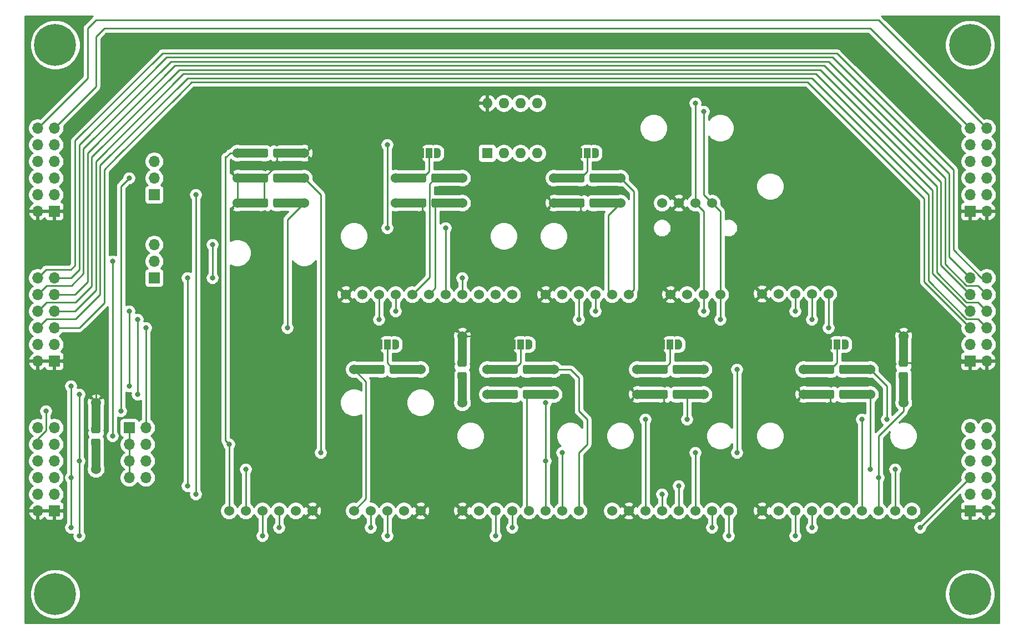
<source format=gbr>
%TF.GenerationSoftware,KiCad,Pcbnew,5.1.10*%
%TF.CreationDate,2021-12-30T14:02:32+01:00*%
%TF.ProjectId,modules_board,6d6f6475-6c65-4735-9f62-6f6172642e6b,rev?*%
%TF.SameCoordinates,Original*%
%TF.FileFunction,Copper,L1,Top*%
%TF.FilePolarity,Positive*%
%FSLAX46Y46*%
G04 Gerber Fmt 4.6, Leading zero omitted, Abs format (unit mm)*
G04 Created by KiCad (PCBNEW 5.1.10) date 2021-12-30 14:02:32*
%MOMM*%
%LPD*%
G01*
G04 APERTURE LIST*
%TA.AperFunction,EtchedComponent*%
%ADD10C,0.100000*%
%TD*%
%TA.AperFunction,ComponentPad*%
%ADD11C,0.800000*%
%TD*%
%TA.AperFunction,ComponentPad*%
%ADD12C,6.400000*%
%TD*%
%TA.AperFunction,ComponentPad*%
%ADD13O,1.700000X1.700000*%
%TD*%
%TA.AperFunction,ComponentPad*%
%ADD14R,1.700000X1.700000*%
%TD*%
%TA.AperFunction,ComponentPad*%
%ADD15C,1.524000*%
%TD*%
%TA.AperFunction,SMDPad,CuDef*%
%ADD16R,1.000000X1.500000*%
%TD*%
%TA.AperFunction,SMDPad,CuDef*%
%ADD17C,0.100000*%
%TD*%
%TA.AperFunction,ComponentPad*%
%ADD18O,1.600000X1.600000*%
%TD*%
%TA.AperFunction,ComponentPad*%
%ADD19R,1.600000X1.600000*%
%TD*%
%TA.AperFunction,ViaPad*%
%ADD20C,0.800000*%
%TD*%
%TA.AperFunction,Conductor*%
%ADD21C,0.250000*%
%TD*%
%TA.AperFunction,Conductor*%
%ADD22C,0.254000*%
%TD*%
%TA.AperFunction,Conductor*%
%ADD23C,0.100000*%
%TD*%
G04 APERTURE END LIST*
D10*
%TO.C,R17*%
G36*
X192405000Y-102870000D02*
G01*
X192405000Y-99060000D01*
X193675000Y-99060000D01*
X193675000Y-102870000D01*
X192405000Y-102870000D01*
G37*
X192405000Y-102870000D02*
X192405000Y-99060000D01*
X193675000Y-99060000D01*
X193675000Y-102870000D01*
X192405000Y-102870000D01*
G36*
X192405000Y-96520000D02*
G01*
X192405000Y-92710000D01*
X193675000Y-92710000D01*
X193675000Y-96520000D01*
X192405000Y-96520000D01*
G37*
X192405000Y-96520000D02*
X192405000Y-92710000D01*
X193675000Y-92710000D01*
X193675000Y-96520000D01*
X192405000Y-96520000D01*
%TO.C,R16*%
G36*
X133350000Y-102235000D02*
G01*
X129540000Y-102235000D01*
X129540000Y-100965000D01*
X133350000Y-100965000D01*
X133350000Y-102235000D01*
G37*
X133350000Y-102235000D02*
X129540000Y-102235000D01*
X129540000Y-100965000D01*
X133350000Y-100965000D01*
X133350000Y-102235000D01*
G36*
X139700000Y-102235000D02*
G01*
X135890000Y-102235000D01*
X135890000Y-100965000D01*
X139700000Y-100965000D01*
X139700000Y-102235000D01*
G37*
X139700000Y-102235000D02*
X135890000Y-102235000D01*
X135890000Y-100965000D01*
X139700000Y-100965000D01*
X139700000Y-102235000D01*
%TO.C,R15*%
G36*
X119380000Y-69215000D02*
G01*
X115570000Y-69215000D01*
X115570000Y-67945000D01*
X119380000Y-67945000D01*
X119380000Y-69215000D01*
G37*
X119380000Y-69215000D02*
X115570000Y-69215000D01*
X115570000Y-67945000D01*
X119380000Y-67945000D01*
X119380000Y-69215000D01*
G36*
X125730000Y-69215000D02*
G01*
X121920000Y-69215000D01*
X121920000Y-67945000D01*
X125730000Y-67945000D01*
X125730000Y-69215000D01*
G37*
X125730000Y-69215000D02*
X121920000Y-69215000D01*
X121920000Y-67945000D01*
X125730000Y-67945000D01*
X125730000Y-69215000D01*
%TO.C,R14*%
G36*
X181610000Y-98425000D02*
G01*
X177800000Y-98425000D01*
X177800000Y-97155000D01*
X181610000Y-97155000D01*
X181610000Y-98425000D01*
G37*
X181610000Y-98425000D02*
X177800000Y-98425000D01*
X177800000Y-97155000D01*
X181610000Y-97155000D01*
X181610000Y-98425000D01*
G36*
X187960000Y-98425000D02*
G01*
X184150000Y-98425000D01*
X184150000Y-97155000D01*
X187960000Y-97155000D01*
X187960000Y-98425000D01*
G37*
X187960000Y-98425000D02*
X184150000Y-98425000D01*
X184150000Y-97155000D01*
X187960000Y-97155000D01*
X187960000Y-98425000D01*
%TO.C,R13*%
G36*
X143510000Y-69215000D02*
G01*
X139700000Y-69215000D01*
X139700000Y-67945000D01*
X143510000Y-67945000D01*
X143510000Y-69215000D01*
G37*
X143510000Y-69215000D02*
X139700000Y-69215000D01*
X139700000Y-67945000D01*
X143510000Y-67945000D01*
X143510000Y-69215000D01*
G36*
X149860000Y-69215000D02*
G01*
X146050000Y-69215000D01*
X146050000Y-67945000D01*
X149860000Y-67945000D01*
X149860000Y-69215000D01*
G37*
X149860000Y-69215000D02*
X146050000Y-69215000D01*
X146050000Y-67945000D01*
X149860000Y-67945000D01*
X149860000Y-69215000D01*
%TO.C,R12*%
G36*
X156210000Y-98425000D02*
G01*
X152400000Y-98425000D01*
X152400000Y-97155000D01*
X156210000Y-97155000D01*
X156210000Y-98425000D01*
G37*
X156210000Y-98425000D02*
X152400000Y-98425000D01*
X152400000Y-97155000D01*
X156210000Y-97155000D01*
X156210000Y-98425000D01*
G36*
X162560000Y-98425000D02*
G01*
X158750000Y-98425000D01*
X158750000Y-97155000D01*
X162560000Y-97155000D01*
X162560000Y-98425000D01*
G37*
X162560000Y-98425000D02*
X158750000Y-98425000D01*
X158750000Y-97155000D01*
X162560000Y-97155000D01*
X162560000Y-98425000D01*
%TO.C,R11*%
G36*
X125095000Y-96520000D02*
G01*
X125095000Y-92710000D01*
X126365000Y-92710000D01*
X126365000Y-96520000D01*
X125095000Y-96520000D01*
G37*
X125095000Y-96520000D02*
X125095000Y-92710000D01*
X126365000Y-92710000D01*
X126365000Y-96520000D01*
X125095000Y-96520000D01*
G36*
X125095000Y-102870000D02*
G01*
X125095000Y-99060000D01*
X126365000Y-99060000D01*
X126365000Y-102870000D01*
X125095000Y-102870000D01*
G37*
X125095000Y-102870000D02*
X125095000Y-99060000D01*
X126365000Y-99060000D01*
X126365000Y-102870000D01*
X125095000Y-102870000D01*
%TO.C,R10*%
G36*
X95250000Y-69215000D02*
G01*
X91440000Y-69215000D01*
X91440000Y-67945000D01*
X95250000Y-67945000D01*
X95250000Y-69215000D01*
G37*
X95250000Y-69215000D02*
X91440000Y-69215000D01*
X91440000Y-67945000D01*
X95250000Y-67945000D01*
X95250000Y-69215000D01*
G36*
X101600000Y-69215000D02*
G01*
X97790000Y-69215000D01*
X97790000Y-67945000D01*
X101600000Y-67945000D01*
X101600000Y-69215000D01*
G37*
X101600000Y-69215000D02*
X97790000Y-69215000D01*
X97790000Y-67945000D01*
X101600000Y-67945000D01*
X101600000Y-69215000D01*
%TO.C,R9*%
G36*
X181610000Y-102235000D02*
G01*
X177800000Y-102235000D01*
X177800000Y-100965000D01*
X181610000Y-100965000D01*
X181610000Y-102235000D01*
G37*
X181610000Y-102235000D02*
X177800000Y-102235000D01*
X177800000Y-100965000D01*
X181610000Y-100965000D01*
X181610000Y-102235000D01*
G36*
X187960000Y-102235000D02*
G01*
X184150000Y-102235000D01*
X184150000Y-100965000D01*
X187960000Y-100965000D01*
X187960000Y-102235000D01*
G37*
X187960000Y-102235000D02*
X184150000Y-102235000D01*
X184150000Y-100965000D01*
X187960000Y-100965000D01*
X187960000Y-102235000D01*
%TO.C,R8*%
G36*
X95250000Y-73025000D02*
G01*
X91440000Y-73025000D01*
X91440000Y-71755000D01*
X95250000Y-71755000D01*
X95250000Y-73025000D01*
G37*
X95250000Y-73025000D02*
X91440000Y-73025000D01*
X91440000Y-71755000D01*
X95250000Y-71755000D01*
X95250000Y-73025000D01*
G36*
X101600000Y-73025000D02*
G01*
X97790000Y-73025000D01*
X97790000Y-71755000D01*
X101600000Y-71755000D01*
X101600000Y-73025000D01*
G37*
X101600000Y-73025000D02*
X97790000Y-73025000D01*
X97790000Y-71755000D01*
X101600000Y-71755000D01*
X101600000Y-73025000D01*
%TO.C,R7*%
G36*
X119380000Y-73025000D02*
G01*
X115570000Y-73025000D01*
X115570000Y-71755000D01*
X119380000Y-71755000D01*
X119380000Y-73025000D01*
G37*
X119380000Y-73025000D02*
X115570000Y-73025000D01*
X115570000Y-71755000D01*
X119380000Y-71755000D01*
X119380000Y-73025000D01*
G36*
X125730000Y-73025000D02*
G01*
X121920000Y-73025000D01*
X121920000Y-71755000D01*
X125730000Y-71755000D01*
X125730000Y-73025000D01*
G37*
X125730000Y-73025000D02*
X121920000Y-73025000D01*
X121920000Y-71755000D01*
X125730000Y-71755000D01*
X125730000Y-73025000D01*
%TO.C,R6*%
G36*
X133350000Y-98425000D02*
G01*
X129540000Y-98425000D01*
X129540000Y-97155000D01*
X133350000Y-97155000D01*
X133350000Y-98425000D01*
G37*
X133350000Y-98425000D02*
X129540000Y-98425000D01*
X129540000Y-97155000D01*
X133350000Y-97155000D01*
X133350000Y-98425000D01*
G36*
X139700000Y-98425000D02*
G01*
X135890000Y-98425000D01*
X135890000Y-97155000D01*
X139700000Y-97155000D01*
X139700000Y-98425000D01*
G37*
X139700000Y-98425000D02*
X135890000Y-98425000D01*
X135890000Y-97155000D01*
X139700000Y-97155000D01*
X139700000Y-98425000D01*
%TO.C,R5*%
G36*
X115570000Y-97155000D02*
G01*
X119380000Y-97155000D01*
X119380000Y-98425000D01*
X115570000Y-98425000D01*
X115570000Y-97155000D01*
G37*
X115570000Y-97155000D02*
X119380000Y-97155000D01*
X119380000Y-98425000D01*
X115570000Y-98425000D01*
X115570000Y-97155000D01*
G36*
X109220000Y-97155000D02*
G01*
X113030000Y-97155000D01*
X113030000Y-98425000D01*
X109220000Y-98425000D01*
X109220000Y-97155000D01*
G37*
X109220000Y-97155000D02*
X113030000Y-97155000D01*
X113030000Y-98425000D01*
X109220000Y-98425000D01*
X109220000Y-97155000D01*
%TO.C,R4*%
G36*
X97790000Y-64135000D02*
G01*
X101600000Y-64135000D01*
X101600000Y-65405000D01*
X97790000Y-65405000D01*
X97790000Y-64135000D01*
G37*
X97790000Y-64135000D02*
X101600000Y-64135000D01*
X101600000Y-65405000D01*
X97790000Y-65405000D01*
X97790000Y-64135000D01*
G36*
X91440000Y-64135000D02*
G01*
X95250000Y-64135000D01*
X95250000Y-65405000D01*
X91440000Y-65405000D01*
X91440000Y-64135000D01*
G37*
X91440000Y-64135000D02*
X95250000Y-64135000D01*
X95250000Y-65405000D01*
X91440000Y-65405000D01*
X91440000Y-64135000D01*
%TO.C,R3*%
G36*
X143510000Y-73025000D02*
G01*
X139700000Y-73025000D01*
X139700000Y-71755000D01*
X143510000Y-71755000D01*
X143510000Y-73025000D01*
G37*
X143510000Y-73025000D02*
X139700000Y-73025000D01*
X139700000Y-71755000D01*
X143510000Y-71755000D01*
X143510000Y-73025000D01*
G36*
X149860000Y-73025000D02*
G01*
X146050000Y-73025000D01*
X146050000Y-71755000D01*
X149860000Y-71755000D01*
X149860000Y-73025000D01*
G37*
X149860000Y-73025000D02*
X146050000Y-73025000D01*
X146050000Y-71755000D01*
X149860000Y-71755000D01*
X149860000Y-73025000D01*
%TO.C,R2*%
G36*
X69215000Y-106680000D02*
G01*
X69215000Y-102870000D01*
X70485000Y-102870000D01*
X70485000Y-106680000D01*
X69215000Y-106680000D01*
G37*
X69215000Y-106680000D02*
X69215000Y-102870000D01*
X70485000Y-102870000D01*
X70485000Y-106680000D01*
X69215000Y-106680000D01*
G36*
X69215000Y-113030000D02*
G01*
X69215000Y-109220000D01*
X70485000Y-109220000D01*
X70485000Y-113030000D01*
X69215000Y-113030000D01*
G37*
X69215000Y-113030000D02*
X69215000Y-109220000D01*
X70485000Y-109220000D01*
X70485000Y-113030000D01*
X69215000Y-113030000D01*
%TO.C,R1*%
G36*
X156210000Y-102235000D02*
G01*
X152400000Y-102235000D01*
X152400000Y-100965000D01*
X156210000Y-100965000D01*
X156210000Y-102235000D01*
G37*
X156210000Y-102235000D02*
X152400000Y-102235000D01*
X152400000Y-100965000D01*
X156210000Y-100965000D01*
X156210000Y-102235000D01*
G36*
X162560000Y-102235000D02*
G01*
X158750000Y-102235000D01*
X158750000Y-100965000D01*
X162560000Y-100965000D01*
X162560000Y-102235000D01*
G37*
X162560000Y-102235000D02*
X158750000Y-102235000D01*
X158750000Y-100965000D01*
X162560000Y-100965000D01*
X162560000Y-102235000D01*
%TD*%
D11*
%TO.P,H4,1*%
%TO.N,N/C*%
X204897056Y-130382944D03*
X203200000Y-129680000D03*
X201502944Y-130382944D03*
X200800000Y-132080000D03*
X201502944Y-133777056D03*
X203200000Y-134480000D03*
X204897056Y-133777056D03*
X205600000Y-132080000D03*
D12*
X203200000Y-132080000D03*
%TD*%
D11*
%TO.P,H3,1*%
%TO.N,N/C*%
X204897056Y-46562944D03*
X203200000Y-45860000D03*
X201502944Y-46562944D03*
X200800000Y-48260000D03*
X201502944Y-49957056D03*
X203200000Y-50660000D03*
X204897056Y-49957056D03*
X205600000Y-48260000D03*
D12*
X203200000Y-48260000D03*
%TD*%
D11*
%TO.P,H2,1*%
%TO.N,N/C*%
X65337056Y-130382944D03*
X63640000Y-129680000D03*
X61942944Y-130382944D03*
X61240000Y-132080000D03*
X61942944Y-133777056D03*
X63640000Y-134480000D03*
X65337056Y-133777056D03*
X66040000Y-132080000D03*
D12*
X63640000Y-132080000D03*
%TD*%
D11*
%TO.P,H1,1*%
%TO.N,N/C*%
X65337056Y-46562944D03*
X63640000Y-45860000D03*
X61942944Y-46562944D03*
X61240000Y-48260000D03*
X61942944Y-49957056D03*
X63640000Y-50660000D03*
X65337056Y-49957056D03*
X66040000Y-48260000D03*
D12*
X63640000Y-48260000D03*
%TD*%
D13*
%TO.P,J9,12*%
%TO.N,PMOD_SPI_INT*%
X205740000Y-60960000D03*
%TO.P,J9,11*%
%TO.N,PMOD_SPI_CS*%
X203200000Y-60960000D03*
%TO.P,J9,10*%
%TO.N,PMOD_SPI_RESET*%
X205740000Y-63500000D03*
%TO.P,J9,9*%
%TO.N,PMOD_SPI_MOSI*%
X203200000Y-63500000D03*
%TO.P,J9,8*%
%TO.N,PMOD_SPI_CS2*%
X205740000Y-66040000D03*
%TO.P,J9,7*%
%TO.N,PMOD_SPI_MISO*%
X203200000Y-66040000D03*
%TO.P,J9,6*%
%TO.N,PMOD_SPI_CS3*%
X205740000Y-68580000D03*
%TO.P,J9,5*%
%TO.N,PMOD_SPI_SCK*%
X203200000Y-68580000D03*
%TO.P,J9,4*%
%TO.N,GND*%
X205740000Y-71120000D03*
%TO.P,J9,3*%
X203200000Y-71120000D03*
%TO.P,J9,2*%
%TO.N,VCC*%
X205740000Y-73660000D03*
D14*
%TO.P,J9,1*%
X203200000Y-73660000D03*
%TD*%
D13*
%TO.P,J8,12*%
%TO.N,PMOD_UART_INT*%
X205740000Y-83820000D03*
%TO.P,J8,11*%
%TO.N,PMOD_UART_CTS*%
X203200000Y-83820000D03*
%TO.P,J8,10*%
%TO.N,PMOD_UART_RESER*%
X205740000Y-86360000D03*
%TO.P,J8,9*%
%TO.N,PMOD_UART_TXD*%
X203200000Y-86360000D03*
%TO.P,J8,8*%
%TO.N,PMOD_UART_GPIO3*%
X205740000Y-88900000D03*
%TO.P,J8,7*%
%TO.N,PMOD_UART_RXD*%
X203200000Y-88900000D03*
%TO.P,J8,6*%
%TO.N,PMOD_UART_GPIO4*%
X205740000Y-91440000D03*
%TO.P,J8,5*%
%TO.N,PMOD_UART_RTS*%
X203200000Y-91440000D03*
%TO.P,J8,4*%
%TO.N,GND*%
X205740000Y-93980000D03*
%TO.P,J8,3*%
X203200000Y-93980000D03*
%TO.P,J8,2*%
%TO.N,VCC*%
X205740000Y-96520000D03*
D14*
%TO.P,J8,1*%
X203200000Y-96520000D03*
%TD*%
D13*
%TO.P,J7,12*%
%TO.N,Net-(J7-Pad12)*%
X205740000Y-106680000D03*
%TO.P,J7,11*%
%TO.N,Net-(J7-Pad11)*%
X203200000Y-106680000D03*
%TO.P,J7,10*%
%TO.N,Net-(J7-Pad10)*%
X205740000Y-109220000D03*
%TO.P,J7,9*%
%TO.N,Net-(J7-Pad9)*%
X203200000Y-109220000D03*
%TO.P,J7,8*%
%TO.N,Net-(J7-Pad8)*%
X205740000Y-111760000D03*
%TO.P,J7,7*%
%TO.N,SCL*%
X203200000Y-111760000D03*
%TO.P,J7,6*%
%TO.N,Net-(J7-Pad6)*%
X205740000Y-114300000D03*
%TO.P,J7,5*%
%TO.N,SDA*%
X203200000Y-114300000D03*
%TO.P,J7,4*%
%TO.N,GND*%
X205740000Y-116840000D03*
%TO.P,J7,3*%
X203200000Y-116840000D03*
%TO.P,J7,2*%
%TO.N,VCC*%
X205740000Y-119380000D03*
D14*
%TO.P,J7,1*%
X203200000Y-119380000D03*
%TD*%
D15*
%TO.P,R17,2*%
%TO.N,MPU_INT*%
X193040000Y-102870000D03*
%TO.P,R17,1*%
%TO.N,VCC*%
X193040000Y-92710000D03*
%TO.P,R17,2*%
%TO.N,MPU_INT*%
%TA.AperFunction,SMDPad,CuDef*%
G36*
G01*
X192589999Y-98190000D02*
X193490001Y-98190000D01*
G75*
G02*
X193740000Y-98439999I0J-249999D01*
G01*
X193740000Y-99140001D01*
G75*
G02*
X193490001Y-99390000I-249999J0D01*
G01*
X192589999Y-99390000D01*
G75*
G02*
X192340000Y-99140001I0J249999D01*
G01*
X192340000Y-98439999D01*
G75*
G02*
X192589999Y-98190000I249999J0D01*
G01*
G37*
%TD.AperFunction*%
%TO.P,R17,1*%
%TO.N,VCC*%
%TA.AperFunction,SMDPad,CuDef*%
G36*
G01*
X192589999Y-96190000D02*
X193490001Y-96190000D01*
G75*
G02*
X193740000Y-96439999I0J-249999D01*
G01*
X193740000Y-97140001D01*
G75*
G02*
X193490001Y-97390000I-249999J0D01*
G01*
X192589999Y-97390000D01*
G75*
G02*
X192340000Y-97140001I0J249999D01*
G01*
X192340000Y-96439999D01*
G75*
G02*
X192589999Y-96190000I249999J0D01*
G01*
G37*
%TD.AperFunction*%
%TD*%
D13*
%TO.P,J6,3*%
%TO.N,LIS3D_INT1*%
X78740000Y-66040000D03*
%TO.P,J6,2*%
%TO.N,IMU_INT1*%
X78740000Y-68580000D03*
D14*
%TO.P,J6,1*%
%TO.N,ADXL_INT1*%
X78740000Y-71120000D03*
%TD*%
D13*
%TO.P,J5,3*%
%TO.N,LIS3D_INT2*%
X78740000Y-78740000D03*
%TO.P,J5,2*%
%TO.N,IMU_INT2*%
X78740000Y-81280000D03*
D14*
%TO.P,J5,1*%
%TO.N,ADXL_INT2*%
X78740000Y-83820000D03*
%TD*%
D13*
%TO.P,J4,8*%
%TO.N,MPU_INT*%
X77470000Y-114300000D03*
%TO.P,J4,7*%
%TO.N,I2C_INT*%
X74930000Y-114300000D03*
%TO.P,J4,6*%
%TO.N,CSS811_INT*%
X77470000Y-111760000D03*
%TO.P,J4,5*%
%TO.N,I2C_INT*%
X74930000Y-111760000D03*
%TO.P,J4,4*%
%TO.N,PCF8563_~INT*%
X77470000Y-109220000D03*
%TO.P,J4,3*%
%TO.N,I2C_INT*%
X74930000Y-109220000D03*
%TO.P,J4,2*%
%TO.N,LM75B_OS*%
X77470000Y-106680000D03*
D14*
%TO.P,J4,1*%
%TO.N,I2C_INT*%
X74930000Y-106680000D03*
%TD*%
D15*
%TO.P,R16,2*%
%TO.N,CCS811_~WAKE*%
X139700000Y-101600000D03*
%TO.P,R16,1*%
%TO.N,GND*%
X129540000Y-101600000D03*
%TO.P,R16,2*%
%TO.N,CCS811_~WAKE*%
%TA.AperFunction,SMDPad,CuDef*%
G36*
G01*
X135020000Y-102050001D02*
X135020000Y-101149999D01*
G75*
G02*
X135269999Y-100900000I249999J0D01*
G01*
X135970001Y-100900000D01*
G75*
G02*
X136220000Y-101149999I0J-249999D01*
G01*
X136220000Y-102050001D01*
G75*
G02*
X135970001Y-102300000I-249999J0D01*
G01*
X135269999Y-102300000D01*
G75*
G02*
X135020000Y-102050001I0J249999D01*
G01*
G37*
%TD.AperFunction*%
%TO.P,R16,1*%
%TO.N,GND*%
%TA.AperFunction,SMDPad,CuDef*%
G36*
G01*
X133020000Y-102050001D02*
X133020000Y-101149999D01*
G75*
G02*
X133269999Y-100900000I249999J0D01*
G01*
X133970001Y-100900000D01*
G75*
G02*
X134220000Y-101149999I0J-249999D01*
G01*
X134220000Y-102050001D01*
G75*
G02*
X133970001Y-102300000I-249999J0D01*
G01*
X133269999Y-102300000D01*
G75*
G02*
X133020000Y-102050001I0J249999D01*
G01*
G37*
%TD.AperFunction*%
%TD*%
%TO.P,R15,2*%
%TO.N,LIS3D_ADDR*%
X125730000Y-68580000D03*
%TO.P,R15,1*%
%TO.N,Net-(JP6-Pad2)*%
X115570000Y-68580000D03*
%TO.P,R15,2*%
%TO.N,LIS3D_ADDR*%
%TA.AperFunction,SMDPad,CuDef*%
G36*
G01*
X121050000Y-69030001D02*
X121050000Y-68129999D01*
G75*
G02*
X121299999Y-67880000I249999J0D01*
G01*
X122000001Y-67880000D01*
G75*
G02*
X122250000Y-68129999I0J-249999D01*
G01*
X122250000Y-69030001D01*
G75*
G02*
X122000001Y-69280000I-249999J0D01*
G01*
X121299999Y-69280000D01*
G75*
G02*
X121050000Y-69030001I0J249999D01*
G01*
G37*
%TD.AperFunction*%
%TO.P,R15,1*%
%TO.N,Net-(JP6-Pad2)*%
%TA.AperFunction,SMDPad,CuDef*%
G36*
G01*
X119050000Y-69030001D02*
X119050000Y-68129999D01*
G75*
G02*
X119299999Y-67880000I249999J0D01*
G01*
X120000001Y-67880000D01*
G75*
G02*
X120250000Y-68129999I0J-249999D01*
G01*
X120250000Y-69030001D01*
G75*
G02*
X120000001Y-69280000I-249999J0D01*
G01*
X119299999Y-69280000D01*
G75*
G02*
X119050000Y-69030001I0J249999D01*
G01*
G37*
%TD.AperFunction*%
%TD*%
%TO.P,R14,2*%
%TO.N,MPU_ADDR*%
X187960000Y-97790000D03*
%TO.P,R14,1*%
%TO.N,Net-(JP5-Pad2)*%
X177800000Y-97790000D03*
%TO.P,R14,2*%
%TO.N,MPU_ADDR*%
%TA.AperFunction,SMDPad,CuDef*%
G36*
G01*
X183280000Y-98240001D02*
X183280000Y-97339999D01*
G75*
G02*
X183529999Y-97090000I249999J0D01*
G01*
X184230001Y-97090000D01*
G75*
G02*
X184480000Y-97339999I0J-249999D01*
G01*
X184480000Y-98240001D01*
G75*
G02*
X184230001Y-98490000I-249999J0D01*
G01*
X183529999Y-98490000D01*
G75*
G02*
X183280000Y-98240001I0J249999D01*
G01*
G37*
%TD.AperFunction*%
%TO.P,R14,1*%
%TO.N,Net-(JP5-Pad2)*%
%TA.AperFunction,SMDPad,CuDef*%
G36*
G01*
X181280000Y-98240001D02*
X181280000Y-97339999D01*
G75*
G02*
X181529999Y-97090000I249999J0D01*
G01*
X182230001Y-97090000D01*
G75*
G02*
X182480000Y-97339999I0J-249999D01*
G01*
X182480000Y-98240001D01*
G75*
G02*
X182230001Y-98490000I-249999J0D01*
G01*
X181529999Y-98490000D01*
G75*
G02*
X181280000Y-98240001I0J249999D01*
G01*
G37*
%TD.AperFunction*%
%TD*%
%TO.P,R13,2*%
%TO.N,BMP_ADDR*%
X149860000Y-68580000D03*
%TO.P,R13,1*%
%TO.N,Net-(JP4-Pad2)*%
X139700000Y-68580000D03*
%TO.P,R13,2*%
%TO.N,BMP_ADDR*%
%TA.AperFunction,SMDPad,CuDef*%
G36*
G01*
X145180000Y-69030001D02*
X145180000Y-68129999D01*
G75*
G02*
X145429999Y-67880000I249999J0D01*
G01*
X146130001Y-67880000D01*
G75*
G02*
X146380000Y-68129999I0J-249999D01*
G01*
X146380000Y-69030001D01*
G75*
G02*
X146130001Y-69280000I-249999J0D01*
G01*
X145429999Y-69280000D01*
G75*
G02*
X145180000Y-69030001I0J249999D01*
G01*
G37*
%TD.AperFunction*%
%TO.P,R13,1*%
%TO.N,Net-(JP4-Pad2)*%
%TA.AperFunction,SMDPad,CuDef*%
G36*
G01*
X143180000Y-69030001D02*
X143180000Y-68129999D01*
G75*
G02*
X143429999Y-67880000I249999J0D01*
G01*
X144130001Y-67880000D01*
G75*
G02*
X144380000Y-68129999I0J-249999D01*
G01*
X144380000Y-69030001D01*
G75*
G02*
X144130001Y-69280000I-249999J0D01*
G01*
X143429999Y-69280000D01*
G75*
G02*
X143180000Y-69030001I0J249999D01*
G01*
G37*
%TD.AperFunction*%
%TD*%
%TO.P,R12,2*%
%TO.N,ADXL_ADDR*%
X162560000Y-97790000D03*
%TO.P,R12,1*%
%TO.N,Net-(JP3-Pad2)*%
X152400000Y-97790000D03*
%TO.P,R12,2*%
%TO.N,ADXL_ADDR*%
%TA.AperFunction,SMDPad,CuDef*%
G36*
G01*
X157880000Y-98240001D02*
X157880000Y-97339999D01*
G75*
G02*
X158129999Y-97090000I249999J0D01*
G01*
X158830001Y-97090000D01*
G75*
G02*
X159080000Y-97339999I0J-249999D01*
G01*
X159080000Y-98240001D01*
G75*
G02*
X158830001Y-98490000I-249999J0D01*
G01*
X158129999Y-98490000D01*
G75*
G02*
X157880000Y-98240001I0J249999D01*
G01*
G37*
%TD.AperFunction*%
%TO.P,R12,1*%
%TO.N,Net-(JP3-Pad2)*%
%TA.AperFunction,SMDPad,CuDef*%
G36*
G01*
X155880000Y-98240001D02*
X155880000Y-97339999D01*
G75*
G02*
X156129999Y-97090000I249999J0D01*
G01*
X156830001Y-97090000D01*
G75*
G02*
X157080000Y-97339999I0J-249999D01*
G01*
X157080000Y-98240001D01*
G75*
G02*
X156830001Y-98490000I-249999J0D01*
G01*
X156129999Y-98490000D01*
G75*
G02*
X155880000Y-98240001I0J249999D01*
G01*
G37*
%TD.AperFunction*%
%TD*%
%TO.P,R11,2*%
%TO.N,CSS811_INT*%
X125730000Y-102870000D03*
%TO.P,R11,1*%
%TO.N,VCC*%
X125730000Y-92710000D03*
%TO.P,R11,2*%
%TO.N,CSS811_INT*%
%TA.AperFunction,SMDPad,CuDef*%
G36*
G01*
X125279999Y-98190000D02*
X126180001Y-98190000D01*
G75*
G02*
X126430000Y-98439999I0J-249999D01*
G01*
X126430000Y-99140001D01*
G75*
G02*
X126180001Y-99390000I-249999J0D01*
G01*
X125279999Y-99390000D01*
G75*
G02*
X125030000Y-99140001I0J249999D01*
G01*
X125030000Y-98439999D01*
G75*
G02*
X125279999Y-98190000I249999J0D01*
G01*
G37*
%TD.AperFunction*%
%TO.P,R11,1*%
%TO.N,VCC*%
%TA.AperFunction,SMDPad,CuDef*%
G36*
G01*
X125279999Y-96190000D02*
X126180001Y-96190000D01*
G75*
G02*
X126430000Y-96439999I0J-249999D01*
G01*
X126430000Y-97140001D01*
G75*
G02*
X126180001Y-97390000I-249999J0D01*
G01*
X125279999Y-97390000D01*
G75*
G02*
X125030000Y-97140001I0J249999D01*
G01*
X125030000Y-96439999D01*
G75*
G02*
X125279999Y-96190000I249999J0D01*
G01*
G37*
%TD.AperFunction*%
%TD*%
%TO.P,R10,2*%
%TO.N,CCS811_~RESET*%
X101600000Y-68580000D03*
%TO.P,R10,1*%
%TO.N,VCC*%
X91440000Y-68580000D03*
%TO.P,R10,2*%
%TO.N,CCS811_~RESET*%
%TA.AperFunction,SMDPad,CuDef*%
G36*
G01*
X96920000Y-69030001D02*
X96920000Y-68129999D01*
G75*
G02*
X97169999Y-67880000I249999J0D01*
G01*
X97870001Y-67880000D01*
G75*
G02*
X98120000Y-68129999I0J-249999D01*
G01*
X98120000Y-69030001D01*
G75*
G02*
X97870001Y-69280000I-249999J0D01*
G01*
X97169999Y-69280000D01*
G75*
G02*
X96920000Y-69030001I0J249999D01*
G01*
G37*
%TD.AperFunction*%
%TO.P,R10,1*%
%TO.N,VCC*%
%TA.AperFunction,SMDPad,CuDef*%
G36*
G01*
X94920000Y-69030001D02*
X94920000Y-68129999D01*
G75*
G02*
X95169999Y-67880000I249999J0D01*
G01*
X95870001Y-67880000D01*
G75*
G02*
X96120000Y-68129999I0J-249999D01*
G01*
X96120000Y-69030001D01*
G75*
G02*
X95870001Y-69280000I-249999J0D01*
G01*
X95169999Y-69280000D01*
G75*
G02*
X94920000Y-69030001I0J249999D01*
G01*
G37*
%TD.AperFunction*%
%TD*%
%TO.P,R9,2*%
%TO.N,MPU_I2C*%
X187960000Y-101600000D03*
%TO.P,R9,1*%
%TO.N,VCC*%
X177800000Y-101600000D03*
%TO.P,R9,2*%
%TO.N,MPU_I2C*%
%TA.AperFunction,SMDPad,CuDef*%
G36*
G01*
X183280000Y-102050001D02*
X183280000Y-101149999D01*
G75*
G02*
X183529999Y-100900000I249999J0D01*
G01*
X184230001Y-100900000D01*
G75*
G02*
X184480000Y-101149999I0J-249999D01*
G01*
X184480000Y-102050001D01*
G75*
G02*
X184230001Y-102300000I-249999J0D01*
G01*
X183529999Y-102300000D01*
G75*
G02*
X183280000Y-102050001I0J249999D01*
G01*
G37*
%TD.AperFunction*%
%TO.P,R9,1*%
%TO.N,VCC*%
%TA.AperFunction,SMDPad,CuDef*%
G36*
G01*
X181280000Y-102050001D02*
X181280000Y-101149999D01*
G75*
G02*
X181529999Y-100900000I249999J0D01*
G01*
X182230001Y-100900000D01*
G75*
G02*
X182480000Y-101149999I0J-249999D01*
G01*
X182480000Y-102050001D01*
G75*
G02*
X182230001Y-102300000I-249999J0D01*
G01*
X181529999Y-102300000D01*
G75*
G02*
X181280000Y-102050001I0J249999D01*
G01*
G37*
%TD.AperFunction*%
%TD*%
%TO.P,R8,2*%
%TO.N,LM75B_OS*%
X101600000Y-72390000D03*
%TO.P,R8,1*%
%TO.N,VCC*%
X91440000Y-72390000D03*
%TO.P,R8,2*%
%TO.N,LM75B_OS*%
%TA.AperFunction,SMDPad,CuDef*%
G36*
G01*
X96920000Y-72840001D02*
X96920000Y-71939999D01*
G75*
G02*
X97169999Y-71690000I249999J0D01*
G01*
X97870001Y-71690000D01*
G75*
G02*
X98120000Y-71939999I0J-249999D01*
G01*
X98120000Y-72840001D01*
G75*
G02*
X97870001Y-73090000I-249999J0D01*
G01*
X97169999Y-73090000D01*
G75*
G02*
X96920000Y-72840001I0J249999D01*
G01*
G37*
%TD.AperFunction*%
%TO.P,R8,1*%
%TO.N,VCC*%
%TA.AperFunction,SMDPad,CuDef*%
G36*
G01*
X94920000Y-72840001D02*
X94920000Y-71939999D01*
G75*
G02*
X95169999Y-71690000I249999J0D01*
G01*
X95870001Y-71690000D01*
G75*
G02*
X96120000Y-71939999I0J-249999D01*
G01*
X96120000Y-72840001D01*
G75*
G02*
X95870001Y-73090000I-249999J0D01*
G01*
X95169999Y-73090000D01*
G75*
G02*
X94920000Y-72840001I0J249999D01*
G01*
G37*
%TD.AperFunction*%
%TD*%
%TO.P,R7,2*%
%TO.N,LIS3D_I2C*%
X125730000Y-72390000D03*
%TO.P,R7,1*%
%TO.N,VCC*%
X115570000Y-72390000D03*
%TO.P,R7,2*%
%TO.N,LIS3D_I2C*%
%TA.AperFunction,SMDPad,CuDef*%
G36*
G01*
X121050000Y-72840001D02*
X121050000Y-71939999D01*
G75*
G02*
X121299999Y-71690000I249999J0D01*
G01*
X122000001Y-71690000D01*
G75*
G02*
X122250000Y-71939999I0J-249999D01*
G01*
X122250000Y-72840001D01*
G75*
G02*
X122000001Y-73090000I-249999J0D01*
G01*
X121299999Y-73090000D01*
G75*
G02*
X121050000Y-72840001I0J249999D01*
G01*
G37*
%TD.AperFunction*%
%TO.P,R7,1*%
%TO.N,VCC*%
%TA.AperFunction,SMDPad,CuDef*%
G36*
G01*
X119050000Y-72840001D02*
X119050000Y-71939999D01*
G75*
G02*
X119299999Y-71690000I249999J0D01*
G01*
X120000001Y-71690000D01*
G75*
G02*
X120250000Y-71939999I0J-249999D01*
G01*
X120250000Y-72840001D01*
G75*
G02*
X120000001Y-73090000I-249999J0D01*
G01*
X119299999Y-73090000D01*
G75*
G02*
X119050000Y-72840001I0J249999D01*
G01*
G37*
%TD.AperFunction*%
%TD*%
%TO.P,R6,2*%
%TO.N,CSS811_ADDR*%
X139700000Y-97790000D03*
%TO.P,R6,1*%
%TO.N,Net-(JP2-Pad2)*%
X129540000Y-97790000D03*
%TO.P,R6,2*%
%TO.N,CSS811_ADDR*%
%TA.AperFunction,SMDPad,CuDef*%
G36*
G01*
X135020000Y-98240001D02*
X135020000Y-97339999D01*
G75*
G02*
X135269999Y-97090000I249999J0D01*
G01*
X135970001Y-97090000D01*
G75*
G02*
X136220000Y-97339999I0J-249999D01*
G01*
X136220000Y-98240001D01*
G75*
G02*
X135970001Y-98490000I-249999J0D01*
G01*
X135269999Y-98490000D01*
G75*
G02*
X135020000Y-98240001I0J249999D01*
G01*
G37*
%TD.AperFunction*%
%TO.P,R6,1*%
%TO.N,Net-(JP2-Pad2)*%
%TA.AperFunction,SMDPad,CuDef*%
G36*
G01*
X133020000Y-98240001D02*
X133020000Y-97339999D01*
G75*
G02*
X133269999Y-97090000I249999J0D01*
G01*
X133970001Y-97090000D01*
G75*
G02*
X134220000Y-97339999I0J-249999D01*
G01*
X134220000Y-98240001D01*
G75*
G02*
X133970001Y-98490000I-249999J0D01*
G01*
X133269999Y-98490000D01*
G75*
G02*
X133020000Y-98240001I0J249999D01*
G01*
G37*
%TD.AperFunction*%
%TD*%
%TO.P,R5,2*%
%TO.N,BH1750_ADDR*%
X109220000Y-97790000D03*
%TO.P,R5,1*%
%TO.N,Net-(JP1-Pad2)*%
X119380000Y-97790000D03*
%TO.P,R5,2*%
%TO.N,BH1750_ADDR*%
%TA.AperFunction,SMDPad,CuDef*%
G36*
G01*
X113900000Y-97339999D02*
X113900000Y-98240001D01*
G75*
G02*
X113650001Y-98490000I-249999J0D01*
G01*
X112949999Y-98490000D01*
G75*
G02*
X112700000Y-98240001I0J249999D01*
G01*
X112700000Y-97339999D01*
G75*
G02*
X112949999Y-97090000I249999J0D01*
G01*
X113650001Y-97090000D01*
G75*
G02*
X113900000Y-97339999I0J-249999D01*
G01*
G37*
%TD.AperFunction*%
%TO.P,R5,1*%
%TO.N,Net-(JP1-Pad2)*%
%TA.AperFunction,SMDPad,CuDef*%
G36*
G01*
X115900000Y-97339999D02*
X115900000Y-98240001D01*
G75*
G02*
X115650001Y-98490000I-249999J0D01*
G01*
X114949999Y-98490000D01*
G75*
G02*
X114700000Y-98240001I0J249999D01*
G01*
X114700000Y-97339999D01*
G75*
G02*
X114949999Y-97090000I249999J0D01*
G01*
X115650001Y-97090000D01*
G75*
G02*
X115900000Y-97339999I0J-249999D01*
G01*
G37*
%TD.AperFunction*%
%TD*%
%TO.P,R4,2*%
%TO.N,PCF8563_~INT*%
X91440000Y-64770000D03*
%TO.P,R4,1*%
%TO.N,VCC*%
X101600000Y-64770000D03*
%TO.P,R4,2*%
%TO.N,PCF8563_~INT*%
%TA.AperFunction,SMDPad,CuDef*%
G36*
G01*
X96120000Y-64319999D02*
X96120000Y-65220001D01*
G75*
G02*
X95870001Y-65470000I-249999J0D01*
G01*
X95169999Y-65470000D01*
G75*
G02*
X94920000Y-65220001I0J249999D01*
G01*
X94920000Y-64319999D01*
G75*
G02*
X95169999Y-64070000I249999J0D01*
G01*
X95870001Y-64070000D01*
G75*
G02*
X96120000Y-64319999I0J-249999D01*
G01*
G37*
%TD.AperFunction*%
%TO.P,R4,1*%
%TO.N,VCC*%
%TA.AperFunction,SMDPad,CuDef*%
G36*
G01*
X98120000Y-64319999D02*
X98120000Y-65220001D01*
G75*
G02*
X97870001Y-65470000I-249999J0D01*
G01*
X97169999Y-65470000D01*
G75*
G02*
X96920000Y-65220001I0J249999D01*
G01*
X96920000Y-64319999D01*
G75*
G02*
X97169999Y-64070000I249999J0D01*
G01*
X97870001Y-64070000D01*
G75*
G02*
X98120000Y-64319999I0J-249999D01*
G01*
G37*
%TD.AperFunction*%
%TD*%
%TO.P,R3,2*%
%TO.N,BMP_I2C*%
X149860000Y-72390000D03*
%TO.P,R3,1*%
%TO.N,VCC*%
X139700000Y-72390000D03*
%TO.P,R3,2*%
%TO.N,BMP_I2C*%
%TA.AperFunction,SMDPad,CuDef*%
G36*
G01*
X145180000Y-72840001D02*
X145180000Y-71939999D01*
G75*
G02*
X145429999Y-71690000I249999J0D01*
G01*
X146130001Y-71690000D01*
G75*
G02*
X146380000Y-71939999I0J-249999D01*
G01*
X146380000Y-72840001D01*
G75*
G02*
X146130001Y-73090000I-249999J0D01*
G01*
X145429999Y-73090000D01*
G75*
G02*
X145180000Y-72840001I0J249999D01*
G01*
G37*
%TD.AperFunction*%
%TO.P,R3,1*%
%TO.N,VCC*%
%TA.AperFunction,SMDPad,CuDef*%
G36*
G01*
X143180000Y-72840001D02*
X143180000Y-71939999D01*
G75*
G02*
X143429999Y-71690000I249999J0D01*
G01*
X144130001Y-71690000D01*
G75*
G02*
X144380000Y-71939999I0J-249999D01*
G01*
X144380000Y-72840001D01*
G75*
G02*
X144130001Y-73090000I-249999J0D01*
G01*
X143429999Y-73090000D01*
G75*
G02*
X143180000Y-72840001I0J249999D01*
G01*
G37*
%TD.AperFunction*%
%TD*%
%TO.P,R2,2*%
%TO.N,PCF8563_CLKOUT*%
X69850000Y-113030000D03*
%TO.P,R2,1*%
%TO.N,VCC*%
X69850000Y-102870000D03*
%TO.P,R2,2*%
%TO.N,PCF8563_CLKOUT*%
%TA.AperFunction,SMDPad,CuDef*%
G36*
G01*
X69399999Y-108350000D02*
X70300001Y-108350000D01*
G75*
G02*
X70550000Y-108599999I0J-249999D01*
G01*
X70550000Y-109300001D01*
G75*
G02*
X70300001Y-109550000I-249999J0D01*
G01*
X69399999Y-109550000D01*
G75*
G02*
X69150000Y-109300001I0J249999D01*
G01*
X69150000Y-108599999D01*
G75*
G02*
X69399999Y-108350000I249999J0D01*
G01*
G37*
%TD.AperFunction*%
%TO.P,R2,1*%
%TO.N,VCC*%
%TA.AperFunction,SMDPad,CuDef*%
G36*
G01*
X69399999Y-106350000D02*
X70300001Y-106350000D01*
G75*
G02*
X70550000Y-106599999I0J-249999D01*
G01*
X70550000Y-107300001D01*
G75*
G02*
X70300001Y-107550000I-249999J0D01*
G01*
X69399999Y-107550000D01*
G75*
G02*
X69150000Y-107300001I0J249999D01*
G01*
X69150000Y-106599999D01*
G75*
G02*
X69399999Y-106350000I249999J0D01*
G01*
G37*
%TD.AperFunction*%
%TD*%
%TO.P,R1,2*%
%TO.N,ADXL_I2C*%
X162560000Y-101600000D03*
%TO.P,R1,1*%
%TO.N,VCC*%
X152400000Y-101600000D03*
%TO.P,R1,2*%
%TO.N,ADXL_I2C*%
%TA.AperFunction,SMDPad,CuDef*%
G36*
G01*
X157880000Y-102050001D02*
X157880000Y-101149999D01*
G75*
G02*
X158129999Y-100900000I249999J0D01*
G01*
X158830001Y-100900000D01*
G75*
G02*
X159080000Y-101149999I0J-249999D01*
G01*
X159080000Y-102050001D01*
G75*
G02*
X158830001Y-102300000I-249999J0D01*
G01*
X158129999Y-102300000D01*
G75*
G02*
X157880000Y-102050001I0J249999D01*
G01*
G37*
%TD.AperFunction*%
%TO.P,R1,1*%
%TO.N,VCC*%
%TA.AperFunction,SMDPad,CuDef*%
G36*
G01*
X155880000Y-102050001D02*
X155880000Y-101149999D01*
G75*
G02*
X156129999Y-100900000I249999J0D01*
G01*
X156830001Y-100900000D01*
G75*
G02*
X157080000Y-101149999I0J-249999D01*
G01*
X157080000Y-102050001D01*
G75*
G02*
X156830001Y-102300000I-249999J0D01*
G01*
X156129999Y-102300000D01*
G75*
G02*
X155880000Y-102050001I0J249999D01*
G01*
G37*
%TD.AperFunction*%
%TD*%
D16*
%TO.P,JP6,2*%
%TO.N,Net-(JP6-Pad2)*%
X120650000Y-64770000D03*
%TA.AperFunction,SMDPad,CuDef*%
D17*
%TO.P,JP6,3*%
%TO.N,GND*%
G36*
X121950000Y-64020602D02*
G01*
X121974534Y-64020602D01*
X122023365Y-64025412D01*
X122071490Y-64034984D01*
X122118445Y-64049228D01*
X122163778Y-64068005D01*
X122207051Y-64091136D01*
X122247850Y-64118396D01*
X122285779Y-64149524D01*
X122320476Y-64184221D01*
X122351604Y-64222150D01*
X122378864Y-64262949D01*
X122401995Y-64306222D01*
X122420772Y-64351555D01*
X122435016Y-64398510D01*
X122444588Y-64446635D01*
X122449398Y-64495466D01*
X122449398Y-64520000D01*
X122450000Y-64520000D01*
X122450000Y-65020000D01*
X122449398Y-65020000D01*
X122449398Y-65044534D01*
X122444588Y-65093365D01*
X122435016Y-65141490D01*
X122420772Y-65188445D01*
X122401995Y-65233778D01*
X122378864Y-65277051D01*
X122351604Y-65317850D01*
X122320476Y-65355779D01*
X122285779Y-65390476D01*
X122247850Y-65421604D01*
X122207051Y-65448864D01*
X122163778Y-65471995D01*
X122118445Y-65490772D01*
X122071490Y-65505016D01*
X122023365Y-65514588D01*
X121974534Y-65519398D01*
X121950000Y-65519398D01*
X121950000Y-65520000D01*
X121400000Y-65520000D01*
X121400000Y-64020000D01*
X121950000Y-64020000D01*
X121950000Y-64020602D01*
G37*
%TD.AperFunction*%
%TA.AperFunction,SMDPad,CuDef*%
%TO.P,JP6,1*%
%TO.N,VCC*%
G36*
X119900000Y-65520000D02*
G01*
X119350000Y-65520000D01*
X119350000Y-65519398D01*
X119325466Y-65519398D01*
X119276635Y-65514588D01*
X119228510Y-65505016D01*
X119181555Y-65490772D01*
X119136222Y-65471995D01*
X119092949Y-65448864D01*
X119052150Y-65421604D01*
X119014221Y-65390476D01*
X118979524Y-65355779D01*
X118948396Y-65317850D01*
X118921136Y-65277051D01*
X118898005Y-65233778D01*
X118879228Y-65188445D01*
X118864984Y-65141490D01*
X118855412Y-65093365D01*
X118850602Y-65044534D01*
X118850602Y-65020000D01*
X118850000Y-65020000D01*
X118850000Y-64520000D01*
X118850602Y-64520000D01*
X118850602Y-64495466D01*
X118855412Y-64446635D01*
X118864984Y-64398510D01*
X118879228Y-64351555D01*
X118898005Y-64306222D01*
X118921136Y-64262949D01*
X118948396Y-64222150D01*
X118979524Y-64184221D01*
X119014221Y-64149524D01*
X119052150Y-64118396D01*
X119092949Y-64091136D01*
X119136222Y-64068005D01*
X119181555Y-64049228D01*
X119228510Y-64034984D01*
X119276635Y-64025412D01*
X119325466Y-64020602D01*
X119350000Y-64020602D01*
X119350000Y-64020000D01*
X119900000Y-64020000D01*
X119900000Y-65520000D01*
G37*
%TD.AperFunction*%
%TD*%
D16*
%TO.P,JP5,2*%
%TO.N,Net-(JP5-Pad2)*%
X182880000Y-93980000D03*
%TA.AperFunction,SMDPad,CuDef*%
D17*
%TO.P,JP5,3*%
%TO.N,GND*%
G36*
X184180000Y-93230602D02*
G01*
X184204534Y-93230602D01*
X184253365Y-93235412D01*
X184301490Y-93244984D01*
X184348445Y-93259228D01*
X184393778Y-93278005D01*
X184437051Y-93301136D01*
X184477850Y-93328396D01*
X184515779Y-93359524D01*
X184550476Y-93394221D01*
X184581604Y-93432150D01*
X184608864Y-93472949D01*
X184631995Y-93516222D01*
X184650772Y-93561555D01*
X184665016Y-93608510D01*
X184674588Y-93656635D01*
X184679398Y-93705466D01*
X184679398Y-93730000D01*
X184680000Y-93730000D01*
X184680000Y-94230000D01*
X184679398Y-94230000D01*
X184679398Y-94254534D01*
X184674588Y-94303365D01*
X184665016Y-94351490D01*
X184650772Y-94398445D01*
X184631995Y-94443778D01*
X184608864Y-94487051D01*
X184581604Y-94527850D01*
X184550476Y-94565779D01*
X184515779Y-94600476D01*
X184477850Y-94631604D01*
X184437051Y-94658864D01*
X184393778Y-94681995D01*
X184348445Y-94700772D01*
X184301490Y-94715016D01*
X184253365Y-94724588D01*
X184204534Y-94729398D01*
X184180000Y-94729398D01*
X184180000Y-94730000D01*
X183630000Y-94730000D01*
X183630000Y-93230000D01*
X184180000Y-93230000D01*
X184180000Y-93230602D01*
G37*
%TD.AperFunction*%
%TA.AperFunction,SMDPad,CuDef*%
%TO.P,JP5,1*%
%TO.N,VCC*%
G36*
X182130000Y-94730000D02*
G01*
X181580000Y-94730000D01*
X181580000Y-94729398D01*
X181555466Y-94729398D01*
X181506635Y-94724588D01*
X181458510Y-94715016D01*
X181411555Y-94700772D01*
X181366222Y-94681995D01*
X181322949Y-94658864D01*
X181282150Y-94631604D01*
X181244221Y-94600476D01*
X181209524Y-94565779D01*
X181178396Y-94527850D01*
X181151136Y-94487051D01*
X181128005Y-94443778D01*
X181109228Y-94398445D01*
X181094984Y-94351490D01*
X181085412Y-94303365D01*
X181080602Y-94254534D01*
X181080602Y-94230000D01*
X181080000Y-94230000D01*
X181080000Y-93730000D01*
X181080602Y-93730000D01*
X181080602Y-93705466D01*
X181085412Y-93656635D01*
X181094984Y-93608510D01*
X181109228Y-93561555D01*
X181128005Y-93516222D01*
X181151136Y-93472949D01*
X181178396Y-93432150D01*
X181209524Y-93394221D01*
X181244221Y-93359524D01*
X181282150Y-93328396D01*
X181322949Y-93301136D01*
X181366222Y-93278005D01*
X181411555Y-93259228D01*
X181458510Y-93244984D01*
X181506635Y-93235412D01*
X181555466Y-93230602D01*
X181580000Y-93230602D01*
X181580000Y-93230000D01*
X182130000Y-93230000D01*
X182130000Y-94730000D01*
G37*
%TD.AperFunction*%
%TD*%
D16*
%TO.P,JP4,2*%
%TO.N,Net-(JP4-Pad2)*%
X144780000Y-64770000D03*
%TA.AperFunction,SMDPad,CuDef*%
D17*
%TO.P,JP4,3*%
%TO.N,GND*%
G36*
X146080000Y-64020602D02*
G01*
X146104534Y-64020602D01*
X146153365Y-64025412D01*
X146201490Y-64034984D01*
X146248445Y-64049228D01*
X146293778Y-64068005D01*
X146337051Y-64091136D01*
X146377850Y-64118396D01*
X146415779Y-64149524D01*
X146450476Y-64184221D01*
X146481604Y-64222150D01*
X146508864Y-64262949D01*
X146531995Y-64306222D01*
X146550772Y-64351555D01*
X146565016Y-64398510D01*
X146574588Y-64446635D01*
X146579398Y-64495466D01*
X146579398Y-64520000D01*
X146580000Y-64520000D01*
X146580000Y-65020000D01*
X146579398Y-65020000D01*
X146579398Y-65044534D01*
X146574588Y-65093365D01*
X146565016Y-65141490D01*
X146550772Y-65188445D01*
X146531995Y-65233778D01*
X146508864Y-65277051D01*
X146481604Y-65317850D01*
X146450476Y-65355779D01*
X146415779Y-65390476D01*
X146377850Y-65421604D01*
X146337051Y-65448864D01*
X146293778Y-65471995D01*
X146248445Y-65490772D01*
X146201490Y-65505016D01*
X146153365Y-65514588D01*
X146104534Y-65519398D01*
X146080000Y-65519398D01*
X146080000Y-65520000D01*
X145530000Y-65520000D01*
X145530000Y-64020000D01*
X146080000Y-64020000D01*
X146080000Y-64020602D01*
G37*
%TD.AperFunction*%
%TA.AperFunction,SMDPad,CuDef*%
%TO.P,JP4,1*%
%TO.N,VCC*%
G36*
X144030000Y-65520000D02*
G01*
X143480000Y-65520000D01*
X143480000Y-65519398D01*
X143455466Y-65519398D01*
X143406635Y-65514588D01*
X143358510Y-65505016D01*
X143311555Y-65490772D01*
X143266222Y-65471995D01*
X143222949Y-65448864D01*
X143182150Y-65421604D01*
X143144221Y-65390476D01*
X143109524Y-65355779D01*
X143078396Y-65317850D01*
X143051136Y-65277051D01*
X143028005Y-65233778D01*
X143009228Y-65188445D01*
X142994984Y-65141490D01*
X142985412Y-65093365D01*
X142980602Y-65044534D01*
X142980602Y-65020000D01*
X142980000Y-65020000D01*
X142980000Y-64520000D01*
X142980602Y-64520000D01*
X142980602Y-64495466D01*
X142985412Y-64446635D01*
X142994984Y-64398510D01*
X143009228Y-64351555D01*
X143028005Y-64306222D01*
X143051136Y-64262949D01*
X143078396Y-64222150D01*
X143109524Y-64184221D01*
X143144221Y-64149524D01*
X143182150Y-64118396D01*
X143222949Y-64091136D01*
X143266222Y-64068005D01*
X143311555Y-64049228D01*
X143358510Y-64034984D01*
X143406635Y-64025412D01*
X143455466Y-64020602D01*
X143480000Y-64020602D01*
X143480000Y-64020000D01*
X144030000Y-64020000D01*
X144030000Y-65520000D01*
G37*
%TD.AperFunction*%
%TD*%
D16*
%TO.P,JP3,2*%
%TO.N,Net-(JP3-Pad2)*%
X157450000Y-93980000D03*
%TA.AperFunction,SMDPad,CuDef*%
D17*
%TO.P,JP3,3*%
%TO.N,GND*%
G36*
X158750000Y-93230602D02*
G01*
X158774534Y-93230602D01*
X158823365Y-93235412D01*
X158871490Y-93244984D01*
X158918445Y-93259228D01*
X158963778Y-93278005D01*
X159007051Y-93301136D01*
X159047850Y-93328396D01*
X159085779Y-93359524D01*
X159120476Y-93394221D01*
X159151604Y-93432150D01*
X159178864Y-93472949D01*
X159201995Y-93516222D01*
X159220772Y-93561555D01*
X159235016Y-93608510D01*
X159244588Y-93656635D01*
X159249398Y-93705466D01*
X159249398Y-93730000D01*
X159250000Y-93730000D01*
X159250000Y-94230000D01*
X159249398Y-94230000D01*
X159249398Y-94254534D01*
X159244588Y-94303365D01*
X159235016Y-94351490D01*
X159220772Y-94398445D01*
X159201995Y-94443778D01*
X159178864Y-94487051D01*
X159151604Y-94527850D01*
X159120476Y-94565779D01*
X159085779Y-94600476D01*
X159047850Y-94631604D01*
X159007051Y-94658864D01*
X158963778Y-94681995D01*
X158918445Y-94700772D01*
X158871490Y-94715016D01*
X158823365Y-94724588D01*
X158774534Y-94729398D01*
X158750000Y-94729398D01*
X158750000Y-94730000D01*
X158200000Y-94730000D01*
X158200000Y-93230000D01*
X158750000Y-93230000D01*
X158750000Y-93230602D01*
G37*
%TD.AperFunction*%
%TA.AperFunction,SMDPad,CuDef*%
%TO.P,JP3,1*%
%TO.N,VCC*%
G36*
X156700000Y-94730000D02*
G01*
X156150000Y-94730000D01*
X156150000Y-94729398D01*
X156125466Y-94729398D01*
X156076635Y-94724588D01*
X156028510Y-94715016D01*
X155981555Y-94700772D01*
X155936222Y-94681995D01*
X155892949Y-94658864D01*
X155852150Y-94631604D01*
X155814221Y-94600476D01*
X155779524Y-94565779D01*
X155748396Y-94527850D01*
X155721136Y-94487051D01*
X155698005Y-94443778D01*
X155679228Y-94398445D01*
X155664984Y-94351490D01*
X155655412Y-94303365D01*
X155650602Y-94254534D01*
X155650602Y-94230000D01*
X155650000Y-94230000D01*
X155650000Y-93730000D01*
X155650602Y-93730000D01*
X155650602Y-93705466D01*
X155655412Y-93656635D01*
X155664984Y-93608510D01*
X155679228Y-93561555D01*
X155698005Y-93516222D01*
X155721136Y-93472949D01*
X155748396Y-93432150D01*
X155779524Y-93394221D01*
X155814221Y-93359524D01*
X155852150Y-93328396D01*
X155892949Y-93301136D01*
X155936222Y-93278005D01*
X155981555Y-93259228D01*
X156028510Y-93244984D01*
X156076635Y-93235412D01*
X156125466Y-93230602D01*
X156150000Y-93230602D01*
X156150000Y-93230000D01*
X156700000Y-93230000D01*
X156700000Y-94730000D01*
G37*
%TD.AperFunction*%
%TD*%
D16*
%TO.P,JP2,2*%
%TO.N,Net-(JP2-Pad2)*%
X134620000Y-93980000D03*
%TA.AperFunction,SMDPad,CuDef*%
D17*
%TO.P,JP2,3*%
%TO.N,GND*%
G36*
X135920000Y-93230602D02*
G01*
X135944534Y-93230602D01*
X135993365Y-93235412D01*
X136041490Y-93244984D01*
X136088445Y-93259228D01*
X136133778Y-93278005D01*
X136177051Y-93301136D01*
X136217850Y-93328396D01*
X136255779Y-93359524D01*
X136290476Y-93394221D01*
X136321604Y-93432150D01*
X136348864Y-93472949D01*
X136371995Y-93516222D01*
X136390772Y-93561555D01*
X136405016Y-93608510D01*
X136414588Y-93656635D01*
X136419398Y-93705466D01*
X136419398Y-93730000D01*
X136420000Y-93730000D01*
X136420000Y-94230000D01*
X136419398Y-94230000D01*
X136419398Y-94254534D01*
X136414588Y-94303365D01*
X136405016Y-94351490D01*
X136390772Y-94398445D01*
X136371995Y-94443778D01*
X136348864Y-94487051D01*
X136321604Y-94527850D01*
X136290476Y-94565779D01*
X136255779Y-94600476D01*
X136217850Y-94631604D01*
X136177051Y-94658864D01*
X136133778Y-94681995D01*
X136088445Y-94700772D01*
X136041490Y-94715016D01*
X135993365Y-94724588D01*
X135944534Y-94729398D01*
X135920000Y-94729398D01*
X135920000Y-94730000D01*
X135370000Y-94730000D01*
X135370000Y-93230000D01*
X135920000Y-93230000D01*
X135920000Y-93230602D01*
G37*
%TD.AperFunction*%
%TA.AperFunction,SMDPad,CuDef*%
%TO.P,JP2,1*%
%TO.N,VCC*%
G36*
X133870000Y-94730000D02*
G01*
X133320000Y-94730000D01*
X133320000Y-94729398D01*
X133295466Y-94729398D01*
X133246635Y-94724588D01*
X133198510Y-94715016D01*
X133151555Y-94700772D01*
X133106222Y-94681995D01*
X133062949Y-94658864D01*
X133022150Y-94631604D01*
X132984221Y-94600476D01*
X132949524Y-94565779D01*
X132918396Y-94527850D01*
X132891136Y-94487051D01*
X132868005Y-94443778D01*
X132849228Y-94398445D01*
X132834984Y-94351490D01*
X132825412Y-94303365D01*
X132820602Y-94254534D01*
X132820602Y-94230000D01*
X132820000Y-94230000D01*
X132820000Y-93730000D01*
X132820602Y-93730000D01*
X132820602Y-93705466D01*
X132825412Y-93656635D01*
X132834984Y-93608510D01*
X132849228Y-93561555D01*
X132868005Y-93516222D01*
X132891136Y-93472949D01*
X132918396Y-93432150D01*
X132949524Y-93394221D01*
X132984221Y-93359524D01*
X133022150Y-93328396D01*
X133062949Y-93301136D01*
X133106222Y-93278005D01*
X133151555Y-93259228D01*
X133198510Y-93244984D01*
X133246635Y-93235412D01*
X133295466Y-93230602D01*
X133320000Y-93230602D01*
X133320000Y-93230000D01*
X133870000Y-93230000D01*
X133870000Y-94730000D01*
G37*
%TD.AperFunction*%
%TD*%
D16*
%TO.P,JP1,2*%
%TO.N,Net-(JP1-Pad2)*%
X114300000Y-93980000D03*
%TA.AperFunction,SMDPad,CuDef*%
D17*
%TO.P,JP1,3*%
%TO.N,GND*%
G36*
X115600000Y-93230602D02*
G01*
X115624534Y-93230602D01*
X115673365Y-93235412D01*
X115721490Y-93244984D01*
X115768445Y-93259228D01*
X115813778Y-93278005D01*
X115857051Y-93301136D01*
X115897850Y-93328396D01*
X115935779Y-93359524D01*
X115970476Y-93394221D01*
X116001604Y-93432150D01*
X116028864Y-93472949D01*
X116051995Y-93516222D01*
X116070772Y-93561555D01*
X116085016Y-93608510D01*
X116094588Y-93656635D01*
X116099398Y-93705466D01*
X116099398Y-93730000D01*
X116100000Y-93730000D01*
X116100000Y-94230000D01*
X116099398Y-94230000D01*
X116099398Y-94254534D01*
X116094588Y-94303365D01*
X116085016Y-94351490D01*
X116070772Y-94398445D01*
X116051995Y-94443778D01*
X116028864Y-94487051D01*
X116001604Y-94527850D01*
X115970476Y-94565779D01*
X115935779Y-94600476D01*
X115897850Y-94631604D01*
X115857051Y-94658864D01*
X115813778Y-94681995D01*
X115768445Y-94700772D01*
X115721490Y-94715016D01*
X115673365Y-94724588D01*
X115624534Y-94729398D01*
X115600000Y-94729398D01*
X115600000Y-94730000D01*
X115050000Y-94730000D01*
X115050000Y-93230000D01*
X115600000Y-93230000D01*
X115600000Y-93230602D01*
G37*
%TD.AperFunction*%
%TA.AperFunction,SMDPad,CuDef*%
%TO.P,JP1,1*%
%TO.N,VCC*%
G36*
X113550000Y-94730000D02*
G01*
X113000000Y-94730000D01*
X113000000Y-94729398D01*
X112975466Y-94729398D01*
X112926635Y-94724588D01*
X112878510Y-94715016D01*
X112831555Y-94700772D01*
X112786222Y-94681995D01*
X112742949Y-94658864D01*
X112702150Y-94631604D01*
X112664221Y-94600476D01*
X112629524Y-94565779D01*
X112598396Y-94527850D01*
X112571136Y-94487051D01*
X112548005Y-94443778D01*
X112529228Y-94398445D01*
X112514984Y-94351490D01*
X112505412Y-94303365D01*
X112500602Y-94254534D01*
X112500602Y-94230000D01*
X112500000Y-94230000D01*
X112500000Y-93730000D01*
X112500602Y-93730000D01*
X112500602Y-93705466D01*
X112505412Y-93656635D01*
X112514984Y-93608510D01*
X112529228Y-93561555D01*
X112548005Y-93516222D01*
X112571136Y-93472949D01*
X112598396Y-93432150D01*
X112629524Y-93394221D01*
X112664221Y-93359524D01*
X112702150Y-93328396D01*
X112742949Y-93301136D01*
X112786222Y-93278005D01*
X112831555Y-93259228D01*
X112878510Y-93244984D01*
X112926635Y-93235412D01*
X112975466Y-93230602D01*
X113000000Y-93230602D01*
X113000000Y-93230000D01*
X113550000Y-93230000D01*
X113550000Y-94730000D01*
G37*
%TD.AperFunction*%
%TD*%
D18*
%TO.P,U11,8*%
%TO.N,VCC*%
X129540000Y-57150000D03*
%TO.P,U11,4*%
%TO.N,GND*%
X137160000Y-64770000D03*
%TO.P,U11,7*%
X132080000Y-57150000D03*
%TO.P,U11,3*%
X134620000Y-64770000D03*
%TO.P,U11,6*%
%TO.N,SCL*%
X134620000Y-57150000D03*
%TO.P,U11,2*%
%TO.N,GND*%
X132080000Y-64770000D03*
%TO.P,U11,5*%
%TO.N,SDA*%
X137160000Y-57150000D03*
D19*
%TO.P,U11,1*%
%TO.N,GND*%
X129540000Y-64770000D03*
%TD*%
D13*
%TO.P,J3,12*%
%TO.N,PMOD_SPI_INT*%
X60960000Y-60960000D03*
%TO.P,J3,11*%
%TO.N,PMOD_SPI_CS*%
X63500000Y-60960000D03*
%TO.P,J3,10*%
%TO.N,PMOD_SPI_RESET*%
X60960000Y-63500000D03*
%TO.P,J3,9*%
%TO.N,PMOD_SPI_MOSI*%
X63500000Y-63500000D03*
%TO.P,J3,8*%
%TO.N,PMOD_SPI_CS2*%
X60960000Y-66040000D03*
%TO.P,J3,7*%
%TO.N,PMOD_SPI_MISO*%
X63500000Y-66040000D03*
%TO.P,J3,6*%
%TO.N,PMOD_SPI_CS3*%
X60960000Y-68580000D03*
%TO.P,J3,5*%
%TO.N,PMOD_SPI_SCK*%
X63500000Y-68580000D03*
%TO.P,J3,4*%
%TO.N,GND*%
X60960000Y-71120000D03*
%TO.P,J3,3*%
X63500000Y-71120000D03*
%TO.P,J3,2*%
%TO.N,VCC*%
X60960000Y-73660000D03*
D14*
%TO.P,J3,1*%
X63500000Y-73660000D03*
%TD*%
D13*
%TO.P,J2,12*%
%TO.N,PMOD_UART_INT*%
X60960000Y-83820000D03*
%TO.P,J2,11*%
%TO.N,PMOD_UART_CTS*%
X63500000Y-83820000D03*
%TO.P,J2,10*%
%TO.N,PMOD_UART_RESER*%
X60960000Y-86360000D03*
%TO.P,J2,9*%
%TO.N,PMOD_UART_TXD*%
X63500000Y-86360000D03*
%TO.P,J2,8*%
%TO.N,PMOD_UART_GPIO3*%
X60960000Y-88900000D03*
%TO.P,J2,7*%
%TO.N,PMOD_UART_RXD*%
X63500000Y-88900000D03*
%TO.P,J2,6*%
%TO.N,PMOD_UART_GPIO4*%
X60960000Y-91440000D03*
%TO.P,J2,5*%
%TO.N,PMOD_UART_RTS*%
X63500000Y-91440000D03*
%TO.P,J2,4*%
%TO.N,GND*%
X60960000Y-93980000D03*
%TO.P,J2,3*%
X63500000Y-93980000D03*
%TO.P,J2,2*%
%TO.N,VCC*%
X60960000Y-96520000D03*
D14*
%TO.P,J2,1*%
X63500000Y-96520000D03*
%TD*%
D13*
%TO.P,J1,12*%
%TO.N,IMU_INT2*%
X60960000Y-106680000D03*
%TO.P,J1,11*%
%TO.N,I2C_INT*%
X63500000Y-106680000D03*
%TO.P,J1,10*%
%TO.N,IMU_INT1*%
X60960000Y-109220000D03*
%TO.P,J1,9*%
%TO.N,CCS811_~RESET*%
X63500000Y-109220000D03*
%TO.P,J1,8*%
%TO.N,PCF8563_CLKOUT*%
X60960000Y-111760000D03*
%TO.P,J1,7*%
%TO.N,SCL*%
X63500000Y-111760000D03*
%TO.P,J1,6*%
%TO.N,CCS811_~WAKE*%
X60960000Y-114300000D03*
%TO.P,J1,5*%
%TO.N,SDA*%
X63500000Y-114300000D03*
%TO.P,J1,4*%
%TO.N,GND*%
X60960000Y-116840000D03*
%TO.P,J1,3*%
X63500000Y-116840000D03*
%TO.P,J1,2*%
%TO.N,VCC*%
X60960000Y-119380000D03*
D14*
%TO.P,J1,1*%
X63500000Y-119380000D03*
%TD*%
D15*
%TO.P,U10,11*%
%TO.N,Net-(U10-Pad11)*%
X133350000Y-86360000D03*
%TO.P,U10,10*%
%TO.N,Net-(U10-Pad10)*%
X130810000Y-86360000D03*
%TO.P,U10,9*%
%TO.N,Net-(U10-Pad9)*%
X128270000Y-86360000D03*
%TO.P,U10,8*%
%TO.N,LIS3D_INT2*%
X125730000Y-86360000D03*
%TO.P,U10,7*%
%TO.N,LIS3D_INT1*%
X123190000Y-86360000D03*
%TO.P,U10,6*%
%TO.N,LIS3D_I2C*%
X120650000Y-86360000D03*
%TO.P,U10,5*%
%TO.N,LIS3D_ADDR*%
X118110000Y-86360000D03*
%TO.P,U10,4*%
%TO.N,SDA*%
X115570000Y-86360000D03*
%TO.P,U10,3*%
%TO.N,SCL*%
X113030000Y-86360000D03*
%TO.P,U10,2*%
%TO.N,GND*%
X110490000Y-86360000D03*
%TO.P,U10,1*%
%TO.N,VCC*%
X107950000Y-86360000D03*
%TD*%
%TO.P,U6,8*%
%TO.N,CSS811_ADDR*%
X143510000Y-119380000D03*
%TO.P,U6,7*%
%TO.N,CCS811_~RESET*%
X140970000Y-119380000D03*
%TO.P,U6,6*%
%TO.N,CSS811_INT*%
X138430000Y-119380000D03*
%TO.P,U6,5*%
%TO.N,CCS811_~WAKE*%
X135890000Y-119380000D03*
%TO.P,U6,4*%
%TO.N,SDA*%
X133350000Y-119380000D03*
%TO.P,U6,3*%
%TO.N,SCL*%
X130810000Y-119380000D03*
%TO.P,U6,2*%
%TO.N,GND*%
X128270000Y-119380000D03*
%TO.P,U6,1*%
%TO.N,VCC*%
X125730000Y-119380000D03*
%TD*%
%TO.P,U9,10*%
%TO.N,Net-(U9-Pad10)*%
X194310000Y-119380000D03*
%TO.P,U9,9*%
%TO.N,MPU_I2C*%
X191770000Y-119380000D03*
%TO.P,U9,8*%
%TO.N,MPU_INT*%
X189230000Y-119380000D03*
%TO.P,U9,7*%
%TO.N,MPU_ADDR*%
X186690000Y-119380000D03*
%TO.P,U9,6*%
%TO.N,Net-(U9-Pad6)*%
X184150000Y-119380000D03*
%TO.P,U9,5*%
%TO.N,Net-(U9-Pad5)*%
X181610000Y-119380000D03*
%TO.P,U9,4*%
%TO.N,SDA*%
X179070000Y-119380000D03*
%TO.P,U9,3*%
%TO.N,SCL*%
X176530000Y-119380000D03*
%TO.P,U9,2*%
%TO.N,GND*%
X173990000Y-119380000D03*
%TO.P,U9,1*%
%TO.N,VCC*%
X171450000Y-119380000D03*
%TD*%
%TO.P,U8,6*%
%TO.N,BMP_ADDR*%
X151130000Y-86360000D03*
%TO.P,U8,5*%
%TO.N,BMP_I2C*%
X148590000Y-86360000D03*
%TO.P,U8,4*%
%TO.N,SDA*%
X146050000Y-86360000D03*
%TO.P,U8,3*%
%TO.N,SCL*%
X143510000Y-86360000D03*
%TO.P,U8,2*%
%TO.N,GND*%
X140970000Y-86360000D03*
%TO.P,U8,1*%
%TO.N,VCC*%
X138430000Y-86360000D03*
%TD*%
%TO.P,U7,8*%
%TO.N,SCL*%
X166370000Y-119380000D03*
%TO.P,U7,7*%
%TO.N,SDA*%
X163830000Y-119380000D03*
%TO.P,U7,6*%
%TO.N,ADXL_ADDR*%
X161290000Y-119380000D03*
%TO.P,U7,5*%
%TO.N,ADXL_INT2*%
X158750000Y-119380000D03*
%TO.P,U7,4*%
%TO.N,ADXL_INT1*%
X156210000Y-119380000D03*
%TO.P,U7,3*%
%TO.N,ADXL_I2C*%
X153670000Y-119380000D03*
%TO.P,U7,2*%
%TO.N,VCC*%
X151130000Y-119380000D03*
%TO.P,U7,1*%
%TO.N,GND*%
X148590000Y-119380000D03*
%TD*%
%TO.P,U5,6*%
%TO.N,VCC*%
X102870000Y-119380000D03*
%TO.P,U5,5*%
%TO.N,GND*%
X100330000Y-119380000D03*
%TO.P,U5,4*%
%TO.N,SDA*%
X97790000Y-119380000D03*
%TO.P,U5,3*%
%TO.N,SCL*%
X95250000Y-119380000D03*
%TO.P,U5,2*%
%TO.N,PCF8563_CLKOUT*%
X92710000Y-119380000D03*
%TO.P,U5,1*%
%TO.N,PCF8563_~INT*%
X90170000Y-119380000D03*
%TD*%
%TO.P,U4,4*%
%TO.N,SCL*%
X165100000Y-86360000D03*
%TO.P,U4,3*%
%TO.N,SDA*%
X162560000Y-86360000D03*
%TO.P,U4,2*%
%TO.N,GND*%
X160020000Y-86360000D03*
%TO.P,U4,1*%
%TO.N,VCC*%
X157480000Y-86360000D03*
%TD*%
%TO.P,U3,1*%
%TO.N,GND*%
X156210000Y-72390000D03*
%TO.P,U3,4*%
%TO.N,SCL*%
X163830000Y-72390000D03*
%TO.P,U3,3*%
%TO.N,SDA*%
X161290000Y-72390000D03*
%TO.P,U3,2*%
%TO.N,VCC*%
X158750000Y-72390000D03*
%TD*%
%TO.P,U2,5*%
%TO.N,VCC*%
X119380000Y-119380000D03*
%TO.P,U2,4*%
%TO.N,GND*%
X116840000Y-119380000D03*
%TO.P,U2,3*%
%TO.N,SCL*%
X114300000Y-119380000D03*
%TO.P,U2,2*%
%TO.N,SDA*%
X111760000Y-119380000D03*
%TO.P,U2,1*%
%TO.N,BH1750_ADDR*%
X109220000Y-119380000D03*
%TD*%
%TO.P,U1,5*%
%TO.N,LM75B_OS*%
X181610000Y-86250000D03*
%TO.P,U1,4*%
%TO.N,SCL*%
X179070000Y-86250000D03*
%TO.P,U1,3*%
%TO.N,SDA*%
X176530000Y-86250000D03*
%TO.P,U1,2*%
%TO.N,GND*%
X173990000Y-86250000D03*
%TO.P,U1,1*%
%TO.N,VCC*%
X171450000Y-86250000D03*
%TD*%
D20*
%TO.N,SCL*%
X67310000Y-111760000D03*
X67310000Y-123190000D03*
X176530000Y-123190000D03*
X166370000Y-123190000D03*
X130810000Y-123190000D03*
X114300000Y-123190000D03*
X165100000Y-90170000D03*
X179070000Y-90170000D03*
X143510000Y-90170000D03*
X113030000Y-90170000D03*
X95250000Y-123190000D03*
X76200000Y-90170000D03*
X76200000Y-101600000D03*
X67310000Y-101600000D03*
X162560000Y-58420000D03*
%TO.N,SDA*%
X66040000Y-114300000D03*
X66040000Y-121920000D03*
X179070000Y-121920000D03*
X163830000Y-121920000D03*
X133350000Y-121920000D03*
X111760000Y-121920000D03*
X176530000Y-88900000D03*
X162560000Y-88900000D03*
X146050000Y-88900000D03*
X115570000Y-88900000D03*
X97790000Y-121920000D03*
X74930000Y-88900000D03*
X74930000Y-100330000D03*
X66040000Y-100330000D03*
X195580000Y-121920000D03*
X161290000Y-57150000D03*
%TO.N,GND*%
X184150000Y-93980000D03*
X146050000Y-64770000D03*
X121920000Y-64770000D03*
X158750000Y-93980000D03*
X135890000Y-93980000D03*
X115570000Y-93980000D03*
%TO.N,ADXL_I2C*%
X160020000Y-105410000D03*
X153670000Y-105410000D03*
%TO.N,PCF8563_CLKOUT*%
X92710000Y-113030000D03*
%TO.N,PCF8563_~INT*%
X90170000Y-109220000D03*
%TO.N,LM75B_OS*%
X77470000Y-91440000D03*
X181610000Y-91440000D03*
X99060000Y-91440000D03*
%TO.N,MPU_I2C*%
X191770000Y-113030000D03*
X187960000Y-113030000D03*
%TO.N,CCS811_~RESET*%
X140970000Y-110490000D03*
X104140000Y-110490000D03*
%TO.N,CSS811_INT*%
X138430000Y-111760000D03*
X138430000Y-102870000D03*
%TO.N,ADXL_ADDR*%
X161290000Y-110490000D03*
X167640000Y-110490000D03*
X167640000Y-97790000D03*
%TO.N,MPU_ADDR*%
X186690000Y-105410000D03*
X190500000Y-105410000D03*
%TO.N,ADXL_INT2*%
X158750000Y-115570000D03*
X83820000Y-115570000D03*
X83820000Y-83820000D03*
%TO.N,ADXL_INT1*%
X156210000Y-116840000D03*
X85090000Y-116840000D03*
X85090000Y-71120000D03*
%TO.N,MPU_INT*%
X189230000Y-114300000D03*
%TO.N,LIS3D_INT2*%
X125730000Y-83820000D03*
X87630000Y-83820000D03*
X87630000Y-78740000D03*
%TO.N,LIS3D_INT1*%
X123190000Y-76200000D03*
X114300000Y-76200000D03*
X114300000Y-63500000D03*
%TO.N,IMU_INT2*%
X72390000Y-107950000D03*
X72390000Y-81280000D03*
%TO.N,IMU_INT1*%
X74930000Y-68580000D03*
X73660000Y-104140000D03*
X62230000Y-104140000D03*
%TD*%
D21*
%TO.N,SCL*%
X67310000Y-111760000D02*
X67310000Y-123190000D01*
X179070000Y-86250000D02*
X179070000Y-90170000D01*
X165100000Y-90170000D02*
X165100000Y-86360000D01*
X165100000Y-73660000D02*
X163830000Y-72390000D01*
X165100000Y-86360000D02*
X165100000Y-73660000D01*
X143510000Y-86360000D02*
X143510000Y-90170000D01*
X113030000Y-86360000D02*
X113030000Y-90170000D01*
X176530000Y-119380000D02*
X176530000Y-123190000D01*
X95250000Y-119380000D02*
X95250000Y-123190000D01*
X114300000Y-119380000D02*
X114300000Y-123190000D01*
X130810000Y-119380000D02*
X130810000Y-123190000D01*
X76200000Y-90170000D02*
X76200000Y-101600000D01*
X67310000Y-101600000D02*
X67310000Y-111760000D01*
X162560000Y-71120000D02*
X163830000Y-72390000D01*
X162560000Y-58420000D02*
X162560000Y-71120000D01*
X166370000Y-119380000D02*
X166370000Y-123190000D01*
%TO.N,SDA*%
X66040000Y-114300000D02*
X66040000Y-121920000D01*
X176530000Y-86250000D02*
X176530000Y-88900000D01*
X162560000Y-88900000D02*
X162560000Y-86360000D01*
X162560000Y-73660000D02*
X161290000Y-72390000D01*
X162560000Y-86360000D02*
X162560000Y-73660000D01*
X146050000Y-86360000D02*
X146050000Y-88900000D01*
X115570000Y-86360000D02*
X115570000Y-88900000D01*
X179070000Y-119380000D02*
X179070000Y-121920000D01*
X97790000Y-119380000D02*
X97790000Y-121920000D01*
X111760000Y-119380000D02*
X111760000Y-121920000D01*
X133350000Y-119380000D02*
X133350000Y-121920000D01*
X74930000Y-88900000D02*
X74930000Y-100330000D01*
X66040000Y-100330000D02*
X66040000Y-114300000D01*
X203200000Y-114300000D02*
X195580000Y-121920000D01*
X161290000Y-72390000D02*
X161290000Y-57150000D01*
X163830000Y-119380000D02*
X163830000Y-121920000D01*
%TO.N,GND*%
X133620000Y-101600000D02*
X129540000Y-101600000D01*
%TO.N,VCC*%
X125730000Y-96790000D02*
X125730000Y-92710000D01*
X115570000Y-72390000D02*
X119650000Y-72390000D01*
X119650000Y-72390000D02*
X119650000Y-74660000D01*
X143780000Y-72390000D02*
X143780000Y-74660000D01*
X143780000Y-74660000D02*
X143510000Y-74930000D01*
X101600000Y-64770000D02*
X97520000Y-64770000D01*
X97520000Y-66580000D02*
X95520000Y-68580000D01*
X97520000Y-64770000D02*
X97520000Y-66580000D01*
X95520000Y-68580000D02*
X95520000Y-72390000D01*
X95520000Y-72390000D02*
X91440000Y-72390000D01*
X91440000Y-72390000D02*
X91440000Y-68580000D01*
X91440000Y-68580000D02*
X95520000Y-68580000D01*
X143780000Y-72390000D02*
X139700000Y-72390000D01*
X193040000Y-96790000D02*
X193040000Y-92710000D01*
X181880000Y-101600000D02*
X177800000Y-101600000D01*
X156480000Y-101600000D02*
X152400000Y-101600000D01*
X69850000Y-106950000D02*
X69850000Y-102870000D01*
X69850000Y-102870000D02*
X69850000Y-96520000D01*
X181880000Y-101600000D02*
X181880000Y-103870000D01*
X156480000Y-101600000D02*
X156480000Y-105140000D01*
X132050000Y-92710000D02*
X133320000Y-93980000D01*
X125730000Y-92710000D02*
X132050000Y-92710000D01*
X202930000Y-96790000D02*
X203200000Y-96520000D01*
X193040000Y-96790000D02*
X202930000Y-96790000D01*
%TO.N,Net-(JP1-Pad2)*%
X114300000Y-96790000D02*
X114300000Y-93980000D01*
X115300000Y-97790000D02*
X114300000Y-96790000D01*
X115300000Y-97790000D02*
X119380000Y-97790000D01*
%TO.N,Net-(JP2-Pad2)*%
X129540000Y-97790000D02*
X133620000Y-97790000D01*
X134620000Y-96790000D02*
X134620000Y-93980000D01*
X133620000Y-97790000D02*
X134620000Y-96790000D01*
%TO.N,Net-(JP3-Pad2)*%
X152400000Y-97790000D02*
X156480000Y-97790000D01*
X157450000Y-96820000D02*
X157450000Y-93980000D01*
X156480000Y-97790000D02*
X157450000Y-96820000D01*
%TO.N,Net-(JP4-Pad2)*%
X144780000Y-67580000D02*
X144780000Y-64770000D01*
X143780000Y-68580000D02*
X144780000Y-67580000D01*
X143780000Y-68580000D02*
X139700000Y-68580000D01*
%TO.N,Net-(JP5-Pad2)*%
X182880000Y-96790000D02*
X181880000Y-97790000D01*
X182880000Y-93980000D02*
X182880000Y-96790000D01*
X181880000Y-97790000D02*
X177800000Y-97790000D01*
%TO.N,Net-(JP6-Pad2)*%
X120650000Y-67580000D02*
X120650000Y-64770000D01*
X119650000Y-68580000D02*
X120650000Y-67580000D01*
X119650000Y-68580000D02*
X115570000Y-68580000D01*
%TO.N,ADXL_I2C*%
X162560000Y-101600000D02*
X158480000Y-101600000D01*
X158480000Y-101600000D02*
X160020000Y-101600000D01*
X160020000Y-101600000D02*
X160020000Y-105410000D01*
X153670000Y-105410000D02*
X153670000Y-119380000D01*
%TO.N,PCF8563_CLKOUT*%
X92710000Y-113030000D02*
X92710000Y-119380000D01*
X69850000Y-108950000D02*
X69850000Y-113030000D01*
%TO.N,BMP_I2C*%
X148010999Y-74239001D02*
X149860000Y-72390000D01*
X148010999Y-85780999D02*
X148010999Y-74239001D01*
X148590000Y-86360000D02*
X148010999Y-85780999D01*
X149860000Y-72390000D02*
X145780000Y-72390000D01*
%TO.N,PCF8563_~INT*%
X90170000Y-109220000D02*
X90170000Y-119380000D01*
X90170000Y-109220000D02*
X89614999Y-108664999D01*
X90329998Y-64770000D02*
X89614999Y-65484999D01*
X91440000Y-64770000D02*
X90329998Y-64770000D01*
X89614999Y-65484999D02*
X89614999Y-65325001D01*
X89614999Y-108664999D02*
X89614999Y-65484999D01*
X91440000Y-64770000D02*
X95250000Y-64770000D01*
%TO.N,BH1750_ADDR*%
X111069001Y-99639001D02*
X109220000Y-97790000D01*
X111069001Y-117530999D02*
X111069001Y-99639001D01*
X109220000Y-119380000D02*
X111069001Y-117530999D01*
X109220000Y-97790000D02*
X113300000Y-97790000D01*
%TO.N,CSS811_ADDR*%
X143510000Y-119380000D02*
X143510000Y-110490000D01*
X143510000Y-110490000D02*
X144780000Y-109220000D01*
X144780000Y-109220000D02*
X144780000Y-105410000D01*
X144780000Y-105410000D02*
X143510000Y-104140000D01*
X143510000Y-104140000D02*
X143510000Y-99060000D01*
X142240000Y-97790000D02*
X139700000Y-97790000D01*
X143510000Y-99060000D02*
X142240000Y-97790000D01*
X139700000Y-97790000D02*
X135620000Y-97790000D01*
%TO.N,LIS3D_I2C*%
X121650000Y-85360000D02*
X121650000Y-72390000D01*
X120650000Y-86360000D02*
X121650000Y-85360000D01*
X121650000Y-72390000D02*
X125730000Y-72390000D01*
%TO.N,LM75B_OS*%
X77470000Y-106680000D02*
X77470000Y-91440000D01*
X181610000Y-91440000D02*
X181610000Y-86250000D01*
X99060000Y-74930000D02*
X101600000Y-72390000D01*
X99060000Y-91440000D02*
X99060000Y-74930000D01*
X97520000Y-72390000D02*
X101600000Y-72390000D01*
%TO.N,MPU_I2C*%
X191770000Y-119380000D02*
X191770000Y-113030000D01*
X187960000Y-105606998D02*
X187960000Y-101600000D01*
X187960000Y-113030000D02*
X187960000Y-105606998D01*
X187960000Y-101600000D02*
X183880000Y-101600000D01*
%TO.N,CCS811_~RESET*%
X140970000Y-110490000D02*
X140970000Y-119380000D01*
X104140000Y-71120000D02*
X104140000Y-110490000D01*
X101600000Y-68580000D02*
X104140000Y-71120000D01*
X101600000Y-68580000D02*
X97520000Y-68580000D01*
%TO.N,CSS811_INT*%
X138430000Y-111760000D02*
X138430000Y-119380000D01*
X138430000Y-102870000D02*
X138430000Y-111760000D01*
X125730000Y-102870000D02*
X125730000Y-98790000D01*
%TO.N,ADXL_ADDR*%
X161290000Y-119380000D02*
X161290000Y-110490000D01*
X167640000Y-110490000D02*
X167640000Y-97790000D01*
X162560000Y-97790000D02*
X158480000Y-97790000D01*
%TO.N,BMP_ADDR*%
X151891999Y-70611999D02*
X149860000Y-68580000D01*
X151891999Y-85598001D02*
X151891999Y-70611999D01*
X151130000Y-86360000D02*
X151891999Y-85598001D01*
X149860000Y-68580000D02*
X145780000Y-68580000D01*
%TO.N,MPU_ADDR*%
X186690000Y-119380000D02*
X186690000Y-105410000D01*
X190500000Y-100330000D02*
X187960000Y-97790000D01*
X190500000Y-105410000D02*
X190500000Y-100330000D01*
X184150000Y-97790000D02*
X187960000Y-97790000D01*
%TO.N,LIS3D_ADDR*%
X121650000Y-68580000D02*
X120724990Y-69505010D01*
X120724990Y-83745010D02*
X118110000Y-86360000D01*
X120724990Y-69505010D02*
X120724990Y-83745010D01*
X121650000Y-68580000D02*
X125730000Y-68580000D01*
%TO.N,CCS811_~WAKE*%
X138622370Y-101600000D02*
X135620000Y-101600000D01*
X139700000Y-101600000D02*
X138622370Y-101600000D01*
X135620000Y-119110000D02*
X135890000Y-119380000D01*
X135620000Y-101600000D02*
X135620000Y-119110000D01*
%TO.N,ADXL_INT2*%
X158750000Y-119380000D02*
X158750000Y-115570000D01*
X83820000Y-115570000D02*
X83820000Y-83820000D01*
%TO.N,ADXL_INT1*%
X156210000Y-119380000D02*
X156210000Y-116840000D01*
X85090000Y-116840000D02*
X85090000Y-71120000D01*
%TO.N,MPU_INT*%
X189230000Y-114300000D02*
X189230000Y-119380000D01*
X189230000Y-114300000D02*
X189230000Y-107950000D01*
X193040000Y-104140000D02*
X193040000Y-102870000D01*
X189230000Y-107950000D02*
X193040000Y-104140000D01*
X193040000Y-102870000D02*
X193040000Y-98790000D01*
%TO.N,LIS3D_INT2*%
X125730000Y-86360000D02*
X125730000Y-83820000D01*
X87630000Y-83820000D02*
X87630000Y-78740000D01*
%TO.N,LIS3D_INT1*%
X123190000Y-86360000D02*
X123190000Y-76200000D01*
X114300000Y-76200000D02*
X114300000Y-63500000D01*
%TO.N,IMU_INT2*%
X72390000Y-107950000D02*
X72390000Y-81280000D01*
%TO.N,I2C_INT*%
X74930000Y-106680000D02*
X74930000Y-114300000D01*
%TO.N,IMU_INT1*%
X73660000Y-69850000D02*
X73660000Y-104140000D01*
X74930000Y-68580000D02*
X73660000Y-69850000D01*
X60960000Y-108419002D02*
X60960000Y-109220000D01*
X62230000Y-107149002D02*
X60960000Y-108419002D01*
X62230000Y-104140000D02*
X62230000Y-107149002D01*
%TO.N,PMOD_UART_INT*%
X200660000Y-79540998D02*
X204939002Y-83820000D01*
X182880000Y-49530000D02*
X200660000Y-67310000D01*
X80010000Y-49530000D02*
X182880000Y-49530000D01*
X66675000Y-62865000D02*
X80010000Y-49530000D01*
X204939002Y-83820000D02*
X205740000Y-83820000D01*
X66040000Y-82550000D02*
X66675000Y-81915000D01*
X66675000Y-81915000D02*
X66675000Y-62865000D01*
X62230000Y-82550000D02*
X66040000Y-82550000D01*
X200660000Y-67310000D02*
X200660000Y-79540998D01*
X60960000Y-83820000D02*
X62230000Y-82550000D01*
%TO.N,PMOD_UART_CTS*%
X203200000Y-83820000D02*
X200025000Y-80645000D01*
X200025000Y-67945000D02*
X182245000Y-50165000D01*
X200025000Y-80645000D02*
X200025000Y-67945000D01*
X63500000Y-83820000D02*
X66040000Y-83820000D01*
X66040000Y-83820000D02*
X67310000Y-82550000D01*
X67310000Y-63500000D02*
X80645000Y-50165000D01*
X67310000Y-82550000D02*
X67310000Y-63500000D01*
X182245000Y-50165000D02*
X80645000Y-50165000D01*
%TO.N,PMOD_UART_RESER*%
X199390000Y-68580000D02*
X181610000Y-50800000D01*
X199390000Y-81749002D02*
X199390000Y-68580000D01*
X205740000Y-86360000D02*
X204375001Y-84995001D01*
X204375001Y-84995001D02*
X202635999Y-84995001D01*
X202635999Y-84995001D02*
X199390000Y-81749002D01*
X67945000Y-64135000D02*
X81280000Y-50800000D01*
X67945000Y-83185000D02*
X67945000Y-64135000D01*
X66134999Y-84995001D02*
X67945000Y-83185000D01*
X62324999Y-84995001D02*
X66134999Y-84995001D01*
X60960000Y-86360000D02*
X62324999Y-84995001D01*
X181610000Y-50800000D02*
X81280000Y-50800000D01*
%TO.N,PMOD_UART_TXD*%
X180975000Y-51435000D02*
X198755000Y-69215000D01*
X198755000Y-81915000D02*
X203200000Y-86360000D01*
X81915000Y-51435000D02*
X180975000Y-51435000D01*
X68580000Y-64770000D02*
X81915000Y-51435000D01*
X198755000Y-69215000D02*
X198755000Y-81915000D01*
X68580000Y-84455000D02*
X68580000Y-64770000D01*
X66675000Y-86360000D02*
X68580000Y-84455000D01*
X63500000Y-86360000D02*
X66675000Y-86360000D01*
%TO.N,PMOD_UART_GPIO3*%
X198120000Y-69850000D02*
X180340000Y-52070000D01*
X198120000Y-83019002D02*
X198120000Y-69850000D01*
X202635999Y-87535001D02*
X198120000Y-83019002D01*
X204375001Y-87535001D02*
X202635999Y-87535001D01*
X205740000Y-88900000D02*
X204375001Y-87535001D01*
X180340000Y-52070000D02*
X83820000Y-52070000D01*
X62324999Y-87535001D02*
X60960000Y-88900000D01*
X69215000Y-85090000D02*
X66769999Y-87535001D01*
X69215000Y-65405000D02*
X69215000Y-85090000D01*
X82550000Y-52070000D02*
X69215000Y-65405000D01*
X66769999Y-87535001D02*
X62324999Y-87535001D01*
X83820000Y-52070000D02*
X82550000Y-52070000D01*
%TO.N,PMOD_UART_RXD*%
X203200000Y-88900000D02*
X197485000Y-83185000D01*
X197485000Y-83185000D02*
X197485000Y-70485000D01*
X197485000Y-70485000D02*
X179705000Y-52705000D01*
X63500000Y-88900000D02*
X66675000Y-88900000D01*
X179705000Y-52705000D02*
X83185000Y-52705000D01*
X66675000Y-88900000D02*
X69850000Y-85725000D01*
X69850000Y-85725000D02*
X69850000Y-66040000D01*
X69850000Y-66040000D02*
X83185000Y-52705000D01*
%TO.N,PMOD_UART_GPIO4*%
X204375001Y-90075001D02*
X205740000Y-91440000D01*
X202635999Y-90075001D02*
X204375001Y-90075001D01*
X196850000Y-84289002D02*
X202635999Y-90075001D01*
X83820000Y-53340000D02*
X179070000Y-53340000D01*
X179070000Y-53340000D02*
X196850000Y-71120000D01*
X70485000Y-66675000D02*
X83820000Y-53340000D01*
X196850000Y-71120000D02*
X196850000Y-84289002D01*
X70485000Y-86360000D02*
X70485000Y-66675000D01*
X66769999Y-90075001D02*
X70485000Y-86360000D01*
X62324999Y-90075001D02*
X66769999Y-90075001D01*
X60960000Y-91440000D02*
X62324999Y-90075001D01*
%TO.N,PMOD_UART_RTS*%
X196215000Y-84455000D02*
X203200000Y-91440000D01*
X196215000Y-71755000D02*
X196215000Y-84455000D01*
X178435000Y-53975000D02*
X196215000Y-71755000D01*
X71120000Y-87630000D02*
X71120000Y-67945000D01*
X85090000Y-53975000D02*
X178435000Y-53975000D01*
X67310000Y-91440000D02*
X71120000Y-87630000D01*
X63500000Y-91440000D02*
X67310000Y-91440000D01*
X85090000Y-53975000D02*
X84455000Y-53975000D01*
X84455000Y-53975000D02*
X82550000Y-55880000D01*
X82550000Y-55880000D02*
X73025000Y-65405000D01*
X73025000Y-65405000D02*
X71120000Y-67310000D01*
X71120000Y-67310000D02*
X71120000Y-67945000D01*
%TO.N,PMOD_SPI_INT*%
X189230000Y-44450000D02*
X205740000Y-60960000D01*
X68580000Y-45720000D02*
X69850000Y-44450000D01*
X69850000Y-44450000D02*
X189230000Y-44450000D01*
X68580000Y-53340000D02*
X68580000Y-45720000D01*
X60960000Y-60960000D02*
X68580000Y-53340000D01*
%TO.N,PMOD_SPI_CS*%
X203200000Y-60960000D02*
X187960000Y-45720000D01*
X82550000Y-45720000D02*
X71120000Y-45720000D01*
X187960000Y-45720000D02*
X82550000Y-45720000D01*
X82550000Y-45720000D02*
X81476998Y-45720000D01*
X71120000Y-45720000D02*
X69850000Y-46990000D01*
X69850000Y-54610000D02*
X63500000Y-60960000D01*
X69850000Y-46990000D02*
X69850000Y-54610000D01*
%TD*%
D22*
%TO.N,VCC*%
X69309999Y-43909999D02*
X69286201Y-43938997D01*
X68068998Y-45156201D01*
X68040000Y-45179999D01*
X68016202Y-45208997D01*
X68016201Y-45208998D01*
X67945026Y-45295724D01*
X67874454Y-45427754D01*
X67830998Y-45571015D01*
X67816324Y-45720000D01*
X67820001Y-45757332D01*
X67820000Y-53025198D01*
X61326408Y-59518791D01*
X61106260Y-59475000D01*
X60813740Y-59475000D01*
X60526842Y-59532068D01*
X60256589Y-59644010D01*
X60013368Y-59806525D01*
X59806525Y-60013368D01*
X59644010Y-60256589D01*
X59532068Y-60526842D01*
X59475000Y-60813740D01*
X59475000Y-61106260D01*
X59532068Y-61393158D01*
X59644010Y-61663411D01*
X59806525Y-61906632D01*
X60013368Y-62113475D01*
X60187760Y-62230000D01*
X60013368Y-62346525D01*
X59806525Y-62553368D01*
X59644010Y-62796589D01*
X59532068Y-63066842D01*
X59475000Y-63353740D01*
X59475000Y-63646260D01*
X59532068Y-63933158D01*
X59644010Y-64203411D01*
X59806525Y-64446632D01*
X60013368Y-64653475D01*
X60187760Y-64770000D01*
X60013368Y-64886525D01*
X59806525Y-65093368D01*
X59644010Y-65336589D01*
X59532068Y-65606842D01*
X59475000Y-65893740D01*
X59475000Y-66186260D01*
X59532068Y-66473158D01*
X59644010Y-66743411D01*
X59806525Y-66986632D01*
X60013368Y-67193475D01*
X60187760Y-67310000D01*
X60013368Y-67426525D01*
X59806525Y-67633368D01*
X59644010Y-67876589D01*
X59532068Y-68146842D01*
X59475000Y-68433740D01*
X59475000Y-68726260D01*
X59532068Y-69013158D01*
X59644010Y-69283411D01*
X59806525Y-69526632D01*
X60013368Y-69733475D01*
X60187760Y-69850000D01*
X60013368Y-69966525D01*
X59806525Y-70173368D01*
X59644010Y-70416589D01*
X59532068Y-70686842D01*
X59475000Y-70973740D01*
X59475000Y-71266260D01*
X59532068Y-71553158D01*
X59644010Y-71823411D01*
X59806525Y-72066632D01*
X60013368Y-72273475D01*
X60195534Y-72395195D01*
X60078645Y-72464822D01*
X59862412Y-72659731D01*
X59688359Y-72893080D01*
X59563175Y-73155901D01*
X59518524Y-73303110D01*
X59639845Y-73533000D01*
X60833000Y-73533000D01*
X60833000Y-73513000D01*
X61087000Y-73513000D01*
X61087000Y-73533000D01*
X63373000Y-73533000D01*
X63373000Y-73513000D01*
X63627000Y-73513000D01*
X63627000Y-73533000D01*
X64826250Y-73533000D01*
X64985000Y-73374250D01*
X64988072Y-72810000D01*
X64975812Y-72685518D01*
X64939502Y-72565820D01*
X64880537Y-72455506D01*
X64801185Y-72358815D01*
X64704494Y-72279463D01*
X64594180Y-72220498D01*
X64521620Y-72198487D01*
X64653475Y-72066632D01*
X64815990Y-71823411D01*
X64927932Y-71553158D01*
X64985000Y-71266260D01*
X64985000Y-70973740D01*
X64927932Y-70686842D01*
X64815990Y-70416589D01*
X64653475Y-70173368D01*
X64446632Y-69966525D01*
X64272240Y-69850000D01*
X64446632Y-69733475D01*
X64653475Y-69526632D01*
X64815990Y-69283411D01*
X64927932Y-69013158D01*
X64985000Y-68726260D01*
X64985000Y-68433740D01*
X64927932Y-68146842D01*
X64815990Y-67876589D01*
X64653475Y-67633368D01*
X64446632Y-67426525D01*
X64272240Y-67310000D01*
X64446632Y-67193475D01*
X64653475Y-66986632D01*
X64815990Y-66743411D01*
X64927932Y-66473158D01*
X64985000Y-66186260D01*
X64985000Y-65893740D01*
X64927932Y-65606842D01*
X64815990Y-65336589D01*
X64653475Y-65093368D01*
X64446632Y-64886525D01*
X64272240Y-64770000D01*
X64446632Y-64653475D01*
X64653475Y-64446632D01*
X64815990Y-64203411D01*
X64927932Y-63933158D01*
X64985000Y-63646260D01*
X64985000Y-63353740D01*
X64927932Y-63066842D01*
X64815990Y-62796589D01*
X64653475Y-62553368D01*
X64446632Y-62346525D01*
X64272240Y-62230000D01*
X64446632Y-62113475D01*
X64653475Y-61906632D01*
X64815990Y-61663411D01*
X64927932Y-61393158D01*
X64985000Y-61106260D01*
X64985000Y-60813740D01*
X64941209Y-60593592D01*
X70361003Y-55173799D01*
X70390001Y-55150001D01*
X70417639Y-55116324D01*
X70484974Y-55034277D01*
X70555546Y-54902247D01*
X70599003Y-54758986D01*
X70610000Y-54647333D01*
X70610000Y-54647324D01*
X70613676Y-54610001D01*
X70610000Y-54572678D01*
X70610000Y-47304801D01*
X71434802Y-46480000D01*
X187645199Y-46480000D01*
X201758790Y-60593592D01*
X201715000Y-60813740D01*
X201715000Y-61106260D01*
X201772068Y-61393158D01*
X201884010Y-61663411D01*
X202046525Y-61906632D01*
X202253368Y-62113475D01*
X202427760Y-62230000D01*
X202253368Y-62346525D01*
X202046525Y-62553368D01*
X201884010Y-62796589D01*
X201772068Y-63066842D01*
X201715000Y-63353740D01*
X201715000Y-63646260D01*
X201772068Y-63933158D01*
X201884010Y-64203411D01*
X202046525Y-64446632D01*
X202253368Y-64653475D01*
X202427760Y-64770000D01*
X202253368Y-64886525D01*
X202046525Y-65093368D01*
X201884010Y-65336589D01*
X201772068Y-65606842D01*
X201715000Y-65893740D01*
X201715000Y-66186260D01*
X201772068Y-66473158D01*
X201884010Y-66743411D01*
X202046525Y-66986632D01*
X202253368Y-67193475D01*
X202427760Y-67310000D01*
X202253368Y-67426525D01*
X202046525Y-67633368D01*
X201884010Y-67876589D01*
X201772068Y-68146842D01*
X201715000Y-68433740D01*
X201715000Y-68726260D01*
X201772068Y-69013158D01*
X201884010Y-69283411D01*
X202046525Y-69526632D01*
X202253368Y-69733475D01*
X202427760Y-69850000D01*
X202253368Y-69966525D01*
X202046525Y-70173368D01*
X201884010Y-70416589D01*
X201772068Y-70686842D01*
X201715000Y-70973740D01*
X201715000Y-71266260D01*
X201772068Y-71553158D01*
X201884010Y-71823411D01*
X202046525Y-72066632D01*
X202178380Y-72198487D01*
X202105820Y-72220498D01*
X201995506Y-72279463D01*
X201898815Y-72358815D01*
X201819463Y-72455506D01*
X201760498Y-72565820D01*
X201724188Y-72685518D01*
X201711928Y-72810000D01*
X201715000Y-73374250D01*
X201873750Y-73533000D01*
X203073000Y-73533000D01*
X203073000Y-73513000D01*
X203327000Y-73513000D01*
X203327000Y-73533000D01*
X205613000Y-73533000D01*
X205613000Y-73513000D01*
X205867000Y-73513000D01*
X205867000Y-73533000D01*
X207060155Y-73533000D01*
X207181476Y-73303110D01*
X207136825Y-73155901D01*
X207011641Y-72893080D01*
X206837588Y-72659731D01*
X206621355Y-72464822D01*
X206504466Y-72395195D01*
X206686632Y-72273475D01*
X206893475Y-72066632D01*
X207055990Y-71823411D01*
X207167932Y-71553158D01*
X207225000Y-71266260D01*
X207225000Y-70973740D01*
X207167932Y-70686842D01*
X207055990Y-70416589D01*
X206893475Y-70173368D01*
X206686632Y-69966525D01*
X206512240Y-69850000D01*
X206686632Y-69733475D01*
X206893475Y-69526632D01*
X207055990Y-69283411D01*
X207167932Y-69013158D01*
X207225000Y-68726260D01*
X207225000Y-68433740D01*
X207167932Y-68146842D01*
X207055990Y-67876589D01*
X206893475Y-67633368D01*
X206686632Y-67426525D01*
X206512240Y-67310000D01*
X206686632Y-67193475D01*
X206893475Y-66986632D01*
X207055990Y-66743411D01*
X207167932Y-66473158D01*
X207225000Y-66186260D01*
X207225000Y-65893740D01*
X207167932Y-65606842D01*
X207055990Y-65336589D01*
X206893475Y-65093368D01*
X206686632Y-64886525D01*
X206512240Y-64770000D01*
X206686632Y-64653475D01*
X206893475Y-64446632D01*
X207055990Y-64203411D01*
X207167932Y-63933158D01*
X207225000Y-63646260D01*
X207225000Y-63353740D01*
X207167932Y-63066842D01*
X207055990Y-62796589D01*
X206893475Y-62553368D01*
X206686632Y-62346525D01*
X206512240Y-62230000D01*
X206686632Y-62113475D01*
X206893475Y-61906632D01*
X207055990Y-61663411D01*
X207167932Y-61393158D01*
X207225000Y-61106260D01*
X207225000Y-60813740D01*
X207167932Y-60526842D01*
X207055990Y-60256589D01*
X206893475Y-60013368D01*
X206686632Y-59806525D01*
X206443411Y-59644010D01*
X206173158Y-59532068D01*
X205886260Y-59475000D01*
X205593740Y-59475000D01*
X205373592Y-59518790D01*
X193737087Y-47882285D01*
X199365000Y-47882285D01*
X199365000Y-48637715D01*
X199512377Y-49378628D01*
X199801467Y-50076554D01*
X200221161Y-50704670D01*
X200755330Y-51238839D01*
X201383446Y-51658533D01*
X202081372Y-51947623D01*
X202822285Y-52095000D01*
X203577715Y-52095000D01*
X204318628Y-51947623D01*
X205016554Y-51658533D01*
X205644670Y-51238839D01*
X206178839Y-50704670D01*
X206598533Y-50076554D01*
X206887623Y-49378628D01*
X207035000Y-48637715D01*
X207035000Y-47882285D01*
X206887623Y-47141372D01*
X206598533Y-46443446D01*
X206178839Y-45815330D01*
X205644670Y-45281161D01*
X205016554Y-44861467D01*
X204318628Y-44572377D01*
X203577715Y-44425000D01*
X202822285Y-44425000D01*
X202081372Y-44572377D01*
X201383446Y-44861467D01*
X200755330Y-45281161D01*
X200221161Y-45815330D01*
X199801467Y-46443446D01*
X199512377Y-47141372D01*
X199365000Y-47882285D01*
X193737087Y-47882285D01*
X189793804Y-43939003D01*
X189770001Y-43909999D01*
X189684707Y-43840000D01*
X207620000Y-43840000D01*
X207620001Y-136500000D01*
X59080000Y-136500000D01*
X59080000Y-131702285D01*
X59805000Y-131702285D01*
X59805000Y-132457715D01*
X59952377Y-133198628D01*
X60241467Y-133896554D01*
X60661161Y-134524670D01*
X61195330Y-135058839D01*
X61823446Y-135478533D01*
X62521372Y-135767623D01*
X63262285Y-135915000D01*
X64017715Y-135915000D01*
X64758628Y-135767623D01*
X65456554Y-135478533D01*
X66084670Y-135058839D01*
X66618839Y-134524670D01*
X67038533Y-133896554D01*
X67327623Y-133198628D01*
X67475000Y-132457715D01*
X67475000Y-131702285D01*
X199365000Y-131702285D01*
X199365000Y-132457715D01*
X199512377Y-133198628D01*
X199801467Y-133896554D01*
X200221161Y-134524670D01*
X200755330Y-135058839D01*
X201383446Y-135478533D01*
X202081372Y-135767623D01*
X202822285Y-135915000D01*
X203577715Y-135915000D01*
X204318628Y-135767623D01*
X205016554Y-135478533D01*
X205644670Y-135058839D01*
X206178839Y-134524670D01*
X206598533Y-133896554D01*
X206887623Y-133198628D01*
X207035000Y-132457715D01*
X207035000Y-131702285D01*
X206887623Y-130961372D01*
X206598533Y-130263446D01*
X206178839Y-129635330D01*
X205644670Y-129101161D01*
X205016554Y-128681467D01*
X204318628Y-128392377D01*
X203577715Y-128245000D01*
X202822285Y-128245000D01*
X202081372Y-128392377D01*
X201383446Y-128681467D01*
X200755330Y-129101161D01*
X200221161Y-129635330D01*
X199801467Y-130263446D01*
X199512377Y-130961372D01*
X199365000Y-131702285D01*
X67475000Y-131702285D01*
X67327623Y-130961372D01*
X67038533Y-130263446D01*
X66618839Y-129635330D01*
X66084670Y-129101161D01*
X65456554Y-128681467D01*
X64758628Y-128392377D01*
X64017715Y-128245000D01*
X63262285Y-128245000D01*
X62521372Y-128392377D01*
X61823446Y-128681467D01*
X61195330Y-129101161D01*
X60661161Y-129635330D01*
X60241467Y-130263446D01*
X59952377Y-130961372D01*
X59805000Y-131702285D01*
X59080000Y-131702285D01*
X59080000Y-119736890D01*
X59518524Y-119736890D01*
X59563175Y-119884099D01*
X59688359Y-120146920D01*
X59862412Y-120380269D01*
X60078645Y-120575178D01*
X60328748Y-120724157D01*
X60603109Y-120821481D01*
X60833000Y-120700814D01*
X60833000Y-119507000D01*
X61087000Y-119507000D01*
X61087000Y-120700814D01*
X61316891Y-120821481D01*
X61591252Y-120724157D01*
X61841355Y-120575178D01*
X62037502Y-120398374D01*
X62060498Y-120474180D01*
X62119463Y-120584494D01*
X62198815Y-120681185D01*
X62295506Y-120760537D01*
X62405820Y-120819502D01*
X62525518Y-120855812D01*
X62650000Y-120868072D01*
X63214250Y-120865000D01*
X63373000Y-120706250D01*
X63373000Y-119507000D01*
X63627000Y-119507000D01*
X63627000Y-120706250D01*
X63785750Y-120865000D01*
X64350000Y-120868072D01*
X64474482Y-120855812D01*
X64594180Y-120819502D01*
X64704494Y-120760537D01*
X64801185Y-120681185D01*
X64880537Y-120584494D01*
X64939502Y-120474180D01*
X64975812Y-120354482D01*
X64988072Y-120230000D01*
X64985000Y-119665750D01*
X64826250Y-119507000D01*
X63627000Y-119507000D01*
X63373000Y-119507000D01*
X61087000Y-119507000D01*
X60833000Y-119507000D01*
X59639845Y-119507000D01*
X59518524Y-119736890D01*
X59080000Y-119736890D01*
X59080000Y-106533740D01*
X59475000Y-106533740D01*
X59475000Y-106826260D01*
X59532068Y-107113158D01*
X59644010Y-107383411D01*
X59806525Y-107626632D01*
X60013368Y-107833475D01*
X60187760Y-107950000D01*
X60013368Y-108066525D01*
X59806525Y-108273368D01*
X59644010Y-108516589D01*
X59532068Y-108786842D01*
X59475000Y-109073740D01*
X59475000Y-109366260D01*
X59532068Y-109653158D01*
X59644010Y-109923411D01*
X59806525Y-110166632D01*
X60013368Y-110373475D01*
X60187760Y-110490000D01*
X60013368Y-110606525D01*
X59806525Y-110813368D01*
X59644010Y-111056589D01*
X59532068Y-111326842D01*
X59475000Y-111613740D01*
X59475000Y-111906260D01*
X59532068Y-112193158D01*
X59644010Y-112463411D01*
X59806525Y-112706632D01*
X60013368Y-112913475D01*
X60187760Y-113030000D01*
X60013368Y-113146525D01*
X59806525Y-113353368D01*
X59644010Y-113596589D01*
X59532068Y-113866842D01*
X59475000Y-114153740D01*
X59475000Y-114446260D01*
X59532068Y-114733158D01*
X59644010Y-115003411D01*
X59806525Y-115246632D01*
X60013368Y-115453475D01*
X60187760Y-115570000D01*
X60013368Y-115686525D01*
X59806525Y-115893368D01*
X59644010Y-116136589D01*
X59532068Y-116406842D01*
X59475000Y-116693740D01*
X59475000Y-116986260D01*
X59532068Y-117273158D01*
X59644010Y-117543411D01*
X59806525Y-117786632D01*
X60013368Y-117993475D01*
X60195534Y-118115195D01*
X60078645Y-118184822D01*
X59862412Y-118379731D01*
X59688359Y-118613080D01*
X59563175Y-118875901D01*
X59518524Y-119023110D01*
X59639845Y-119253000D01*
X60833000Y-119253000D01*
X60833000Y-119233000D01*
X61087000Y-119233000D01*
X61087000Y-119253000D01*
X63373000Y-119253000D01*
X63373000Y-119233000D01*
X63627000Y-119233000D01*
X63627000Y-119253000D01*
X64826250Y-119253000D01*
X64985000Y-119094250D01*
X64988072Y-118530000D01*
X64975812Y-118405518D01*
X64939502Y-118285820D01*
X64880537Y-118175506D01*
X64801185Y-118078815D01*
X64704494Y-117999463D01*
X64594180Y-117940498D01*
X64521620Y-117918487D01*
X64653475Y-117786632D01*
X64815990Y-117543411D01*
X64927932Y-117273158D01*
X64985000Y-116986260D01*
X64985000Y-116693740D01*
X64927932Y-116406842D01*
X64815990Y-116136589D01*
X64653475Y-115893368D01*
X64446632Y-115686525D01*
X64272240Y-115570000D01*
X64446632Y-115453475D01*
X64653475Y-115246632D01*
X64815990Y-115003411D01*
X64927932Y-114733158D01*
X64985000Y-114446260D01*
X64985000Y-114153740D01*
X64927932Y-113866842D01*
X64815990Y-113596589D01*
X64653475Y-113353368D01*
X64446632Y-113146525D01*
X64272240Y-113030000D01*
X64446632Y-112913475D01*
X64653475Y-112706632D01*
X64815990Y-112463411D01*
X64927932Y-112193158D01*
X64985000Y-111906260D01*
X64985000Y-111613740D01*
X64927932Y-111326842D01*
X64815990Y-111056589D01*
X64653475Y-110813368D01*
X64446632Y-110606525D01*
X64272240Y-110490000D01*
X64446632Y-110373475D01*
X64653475Y-110166632D01*
X64815990Y-109923411D01*
X64927932Y-109653158D01*
X64985000Y-109366260D01*
X64985000Y-109073740D01*
X64927932Y-108786842D01*
X64815990Y-108516589D01*
X64653475Y-108273368D01*
X64446632Y-108066525D01*
X64272240Y-107950000D01*
X64446632Y-107833475D01*
X64653475Y-107626632D01*
X64815990Y-107383411D01*
X64927932Y-107113158D01*
X64985000Y-106826260D01*
X64985000Y-106533740D01*
X64927932Y-106246842D01*
X64815990Y-105976589D01*
X64653475Y-105733368D01*
X64446632Y-105526525D01*
X64203411Y-105364010D01*
X63933158Y-105252068D01*
X63646260Y-105195000D01*
X63353740Y-105195000D01*
X63066842Y-105252068D01*
X62990000Y-105283897D01*
X62990000Y-104843711D01*
X63033937Y-104799774D01*
X63147205Y-104630256D01*
X63225226Y-104441898D01*
X63265000Y-104241939D01*
X63265000Y-104038061D01*
X63225226Y-103838102D01*
X63147205Y-103649744D01*
X63033937Y-103480226D01*
X62889774Y-103336063D01*
X62720256Y-103222795D01*
X62531898Y-103144774D01*
X62331939Y-103105000D01*
X62128061Y-103105000D01*
X61928102Y-103144774D01*
X61739744Y-103222795D01*
X61570226Y-103336063D01*
X61426063Y-103480226D01*
X61312795Y-103649744D01*
X61234774Y-103838102D01*
X61195000Y-104038061D01*
X61195000Y-104241939D01*
X61234774Y-104441898D01*
X61312795Y-104630256D01*
X61426063Y-104799774D01*
X61470000Y-104843711D01*
X61470000Y-105283897D01*
X61393158Y-105252068D01*
X61106260Y-105195000D01*
X60813740Y-105195000D01*
X60526842Y-105252068D01*
X60256589Y-105364010D01*
X60013368Y-105526525D01*
X59806525Y-105733368D01*
X59644010Y-105976589D01*
X59532068Y-106246842D01*
X59475000Y-106533740D01*
X59080000Y-106533740D01*
X59080000Y-100228061D01*
X65005000Y-100228061D01*
X65005000Y-100431939D01*
X65044774Y-100631898D01*
X65122795Y-100820256D01*
X65236063Y-100989774D01*
X65280000Y-101033711D01*
X65280001Y-113596288D01*
X65236063Y-113640226D01*
X65122795Y-113809744D01*
X65044774Y-113998102D01*
X65005000Y-114198061D01*
X65005000Y-114401939D01*
X65044774Y-114601898D01*
X65122795Y-114790256D01*
X65236063Y-114959774D01*
X65280000Y-115003711D01*
X65280001Y-121216288D01*
X65236063Y-121260226D01*
X65122795Y-121429744D01*
X65044774Y-121618102D01*
X65005000Y-121818061D01*
X65005000Y-122021939D01*
X65044774Y-122221898D01*
X65122795Y-122410256D01*
X65236063Y-122579774D01*
X65380226Y-122723937D01*
X65549744Y-122837205D01*
X65738102Y-122915226D01*
X65938061Y-122955000D01*
X66141939Y-122955000D01*
X66308039Y-122921961D01*
X66275000Y-123088061D01*
X66275000Y-123291939D01*
X66314774Y-123491898D01*
X66392795Y-123680256D01*
X66506063Y-123849774D01*
X66650226Y-123993937D01*
X66819744Y-124107205D01*
X67008102Y-124185226D01*
X67208061Y-124225000D01*
X67411939Y-124225000D01*
X67611898Y-124185226D01*
X67800256Y-124107205D01*
X67969774Y-123993937D01*
X68113937Y-123849774D01*
X68227205Y-123680256D01*
X68305226Y-123491898D01*
X68345000Y-123291939D01*
X68345000Y-123088061D01*
X68305226Y-122888102D01*
X68227205Y-122699744D01*
X68113937Y-122530226D01*
X68070000Y-122486289D01*
X68070000Y-119242408D01*
X88773000Y-119242408D01*
X88773000Y-119517592D01*
X88826686Y-119787490D01*
X88931995Y-120041727D01*
X89084880Y-120270535D01*
X89279465Y-120465120D01*
X89508273Y-120618005D01*
X89762510Y-120723314D01*
X90032408Y-120777000D01*
X90307592Y-120777000D01*
X90577490Y-120723314D01*
X90831727Y-120618005D01*
X91060535Y-120465120D01*
X91255120Y-120270535D01*
X91408005Y-120041727D01*
X91440000Y-119964485D01*
X91471995Y-120041727D01*
X91624880Y-120270535D01*
X91819465Y-120465120D01*
X92048273Y-120618005D01*
X92302510Y-120723314D01*
X92572408Y-120777000D01*
X92847592Y-120777000D01*
X93117490Y-120723314D01*
X93371727Y-120618005D01*
X93600535Y-120465120D01*
X93795120Y-120270535D01*
X93948005Y-120041727D01*
X93980000Y-119964485D01*
X94011995Y-120041727D01*
X94164880Y-120270535D01*
X94359465Y-120465120D01*
X94490000Y-120552341D01*
X94490001Y-122486288D01*
X94446063Y-122530226D01*
X94332795Y-122699744D01*
X94254774Y-122888102D01*
X94215000Y-123088061D01*
X94215000Y-123291939D01*
X94254774Y-123491898D01*
X94332795Y-123680256D01*
X94446063Y-123849774D01*
X94590226Y-123993937D01*
X94759744Y-124107205D01*
X94948102Y-124185226D01*
X95148061Y-124225000D01*
X95351939Y-124225000D01*
X95551898Y-124185226D01*
X95740256Y-124107205D01*
X95909774Y-123993937D01*
X96053937Y-123849774D01*
X96167205Y-123680256D01*
X96245226Y-123491898D01*
X96285000Y-123291939D01*
X96285000Y-123088061D01*
X96245226Y-122888102D01*
X96167205Y-122699744D01*
X96053937Y-122530226D01*
X96010000Y-122486289D01*
X96010000Y-120552341D01*
X96140535Y-120465120D01*
X96335120Y-120270535D01*
X96488005Y-120041727D01*
X96520000Y-119964485D01*
X96551995Y-120041727D01*
X96704880Y-120270535D01*
X96899465Y-120465120D01*
X97030000Y-120552341D01*
X97030001Y-121216288D01*
X96986063Y-121260226D01*
X96872795Y-121429744D01*
X96794774Y-121618102D01*
X96755000Y-121818061D01*
X96755000Y-122021939D01*
X96794774Y-122221898D01*
X96872795Y-122410256D01*
X96986063Y-122579774D01*
X97130226Y-122723937D01*
X97299744Y-122837205D01*
X97488102Y-122915226D01*
X97688061Y-122955000D01*
X97891939Y-122955000D01*
X98091898Y-122915226D01*
X98280256Y-122837205D01*
X98449774Y-122723937D01*
X98593937Y-122579774D01*
X98707205Y-122410256D01*
X98785226Y-122221898D01*
X98825000Y-122021939D01*
X98825000Y-121818061D01*
X98785226Y-121618102D01*
X98707205Y-121429744D01*
X98593937Y-121260226D01*
X98550000Y-121216289D01*
X98550000Y-120552341D01*
X98680535Y-120465120D01*
X98875120Y-120270535D01*
X99028005Y-120041727D01*
X99060000Y-119964485D01*
X99091995Y-120041727D01*
X99244880Y-120270535D01*
X99439465Y-120465120D01*
X99668273Y-120618005D01*
X99922510Y-120723314D01*
X100192408Y-120777000D01*
X100467592Y-120777000D01*
X100737490Y-120723314D01*
X100991727Y-120618005D01*
X101220535Y-120465120D01*
X101340090Y-120345565D01*
X102084040Y-120345565D01*
X102151020Y-120585656D01*
X102400048Y-120702756D01*
X102667135Y-120769023D01*
X102942017Y-120781910D01*
X103214133Y-120740922D01*
X103473023Y-120647636D01*
X103588980Y-120585656D01*
X103655960Y-120345565D01*
X102870000Y-119559605D01*
X102084040Y-120345565D01*
X101340090Y-120345565D01*
X101415120Y-120270535D01*
X101568005Y-120041727D01*
X101597692Y-119970057D01*
X101602364Y-119983023D01*
X101664344Y-120098980D01*
X101904435Y-120165960D01*
X102690395Y-119380000D01*
X103049605Y-119380000D01*
X103835565Y-120165960D01*
X104075656Y-120098980D01*
X104192756Y-119849952D01*
X104259023Y-119582865D01*
X104271910Y-119307983D01*
X104230922Y-119035867D01*
X104137636Y-118776977D01*
X104075656Y-118661020D01*
X103835565Y-118594040D01*
X103049605Y-119380000D01*
X102690395Y-119380000D01*
X101904435Y-118594040D01*
X101664344Y-118661020D01*
X101600515Y-118796760D01*
X101568005Y-118718273D01*
X101415120Y-118489465D01*
X101340090Y-118414435D01*
X102084040Y-118414435D01*
X102870000Y-119200395D01*
X103655960Y-118414435D01*
X103588980Y-118174344D01*
X103339952Y-118057244D01*
X103072865Y-117990977D01*
X102797983Y-117978090D01*
X102525867Y-118019078D01*
X102266977Y-118112364D01*
X102151020Y-118174344D01*
X102084040Y-118414435D01*
X101340090Y-118414435D01*
X101220535Y-118294880D01*
X100991727Y-118141995D01*
X100737490Y-118036686D01*
X100467592Y-117983000D01*
X100192408Y-117983000D01*
X99922510Y-118036686D01*
X99668273Y-118141995D01*
X99439465Y-118294880D01*
X99244880Y-118489465D01*
X99091995Y-118718273D01*
X99060000Y-118795515D01*
X99028005Y-118718273D01*
X98875120Y-118489465D01*
X98680535Y-118294880D01*
X98451727Y-118141995D01*
X98197490Y-118036686D01*
X97927592Y-117983000D01*
X97652408Y-117983000D01*
X97382510Y-118036686D01*
X97128273Y-118141995D01*
X96899465Y-118294880D01*
X96704880Y-118489465D01*
X96551995Y-118718273D01*
X96520000Y-118795515D01*
X96488005Y-118718273D01*
X96335120Y-118489465D01*
X96140535Y-118294880D01*
X95911727Y-118141995D01*
X95657490Y-118036686D01*
X95387592Y-117983000D01*
X95112408Y-117983000D01*
X94842510Y-118036686D01*
X94588273Y-118141995D01*
X94359465Y-118294880D01*
X94164880Y-118489465D01*
X94011995Y-118718273D01*
X93980000Y-118795515D01*
X93948005Y-118718273D01*
X93795120Y-118489465D01*
X93600535Y-118294880D01*
X93470000Y-118207659D01*
X93470000Y-113733711D01*
X93513937Y-113689774D01*
X93627205Y-113520256D01*
X93705226Y-113331898D01*
X93745000Y-113131939D01*
X93745000Y-112928061D01*
X93705226Y-112728102D01*
X93627205Y-112539744D01*
X93513937Y-112370226D01*
X93369774Y-112226063D01*
X93200256Y-112112795D01*
X93011898Y-112034774D01*
X92811939Y-111995000D01*
X92608061Y-111995000D01*
X92408102Y-112034774D01*
X92219744Y-112112795D01*
X92050226Y-112226063D01*
X91906063Y-112370226D01*
X91792795Y-112539744D01*
X91714774Y-112728102D01*
X91675000Y-112928061D01*
X91675000Y-113131939D01*
X91714774Y-113331898D01*
X91792795Y-113520256D01*
X91906063Y-113689774D01*
X91950000Y-113733711D01*
X91950001Y-118207659D01*
X91819465Y-118294880D01*
X91624880Y-118489465D01*
X91471995Y-118718273D01*
X91440000Y-118795515D01*
X91408005Y-118718273D01*
X91255120Y-118489465D01*
X91060535Y-118294880D01*
X90930000Y-118207659D01*
X90930000Y-109923711D01*
X90973937Y-109879774D01*
X91087205Y-109710256D01*
X91165226Y-109521898D01*
X91205000Y-109321939D01*
X91205000Y-109118061D01*
X91165226Y-108918102D01*
X91087205Y-108729744D01*
X90973937Y-108560226D01*
X90829774Y-108416063D01*
X90660256Y-108302795D01*
X90471898Y-108224774D01*
X90374999Y-108205500D01*
X90374999Y-81866132D01*
X90428698Y-81902012D01*
X90817244Y-82062953D01*
X91229721Y-82145000D01*
X91650279Y-82145000D01*
X92062756Y-82062953D01*
X92451302Y-81902012D01*
X92800983Y-81668363D01*
X93098363Y-81370983D01*
X93332012Y-81021302D01*
X93492953Y-80632756D01*
X93575000Y-80220279D01*
X93575000Y-79799721D01*
X93492953Y-79387244D01*
X93332012Y-78998698D01*
X93098363Y-78649017D01*
X92800983Y-78351637D01*
X92451302Y-78117988D01*
X92062756Y-77957047D01*
X91650279Y-77875000D01*
X91229721Y-77875000D01*
X90817244Y-77957047D01*
X90428698Y-78117988D01*
X90374999Y-78153868D01*
X90374999Y-73148220D01*
X90474435Y-73175960D01*
X90755000Y-72895395D01*
X90755000Y-73025000D01*
X90761290Y-73089145D01*
X90767133Y-73153356D01*
X90767812Y-73155662D01*
X90768046Y-73158051D01*
X90786666Y-73219723D01*
X90787397Y-73222208D01*
X90654040Y-73355565D01*
X90721020Y-73595656D01*
X90970048Y-73712756D01*
X91237135Y-73779023D01*
X91512017Y-73791910D01*
X91784133Y-73750922D01*
X91897701Y-73710000D01*
X94776358Y-73710000D01*
X94795518Y-73715812D01*
X94920000Y-73728072D01*
X95234250Y-73725000D01*
X95249250Y-73710000D01*
X95250000Y-73710000D01*
X95314145Y-73703710D01*
X95378356Y-73697867D01*
X95380662Y-73697188D01*
X95383051Y-73696954D01*
X95444723Y-73678334D01*
X95506606Y-73660121D01*
X95508736Y-73659008D01*
X95511033Y-73658314D01*
X95567886Y-73628084D01*
X95625081Y-73598184D01*
X95626955Y-73596677D01*
X95629073Y-73595551D01*
X95655086Y-73574336D01*
X95805750Y-73725000D01*
X96120000Y-73728072D01*
X96244482Y-73715812D01*
X96364180Y-73679502D01*
X96474494Y-73620537D01*
X96571185Y-73541185D01*
X96595363Y-73511724D01*
X96676613Y-73578405D01*
X96830149Y-73660472D01*
X96996745Y-73711008D01*
X97169999Y-73728072D01*
X97870001Y-73728072D01*
X98043255Y-73711008D01*
X98046578Y-73710000D01*
X99205198Y-73710000D01*
X98548998Y-74366201D01*
X98520000Y-74389999D01*
X98496202Y-74418997D01*
X98496201Y-74418998D01*
X98425026Y-74505724D01*
X98354454Y-74637754D01*
X98324180Y-74737558D01*
X98311609Y-74779002D01*
X98310998Y-74781015D01*
X98296324Y-74930000D01*
X98300001Y-74967333D01*
X98300000Y-90736289D01*
X98256063Y-90780226D01*
X98142795Y-90949744D01*
X98064774Y-91138102D01*
X98025000Y-91338061D01*
X98025000Y-91541939D01*
X98064774Y-91741898D01*
X98142795Y-91930256D01*
X98256063Y-92099774D01*
X98400226Y-92243937D01*
X98569744Y-92357205D01*
X98758102Y-92435226D01*
X98958061Y-92475000D01*
X99161939Y-92475000D01*
X99361898Y-92435226D01*
X99550256Y-92357205D01*
X99719774Y-92243937D01*
X99863937Y-92099774D01*
X99977205Y-91930256D01*
X100055226Y-91741898D01*
X100095000Y-91541939D01*
X100095000Y-91338061D01*
X100055226Y-91138102D01*
X99977205Y-90949744D01*
X99863937Y-90780226D01*
X99820000Y-90736289D01*
X99820000Y-81188940D01*
X99941637Y-81370983D01*
X100239017Y-81668363D01*
X100588698Y-81902012D01*
X100977244Y-82062953D01*
X101389721Y-82145000D01*
X101810279Y-82145000D01*
X102222756Y-82062953D01*
X102611302Y-81902012D01*
X102960983Y-81668363D01*
X103258363Y-81370983D01*
X103380000Y-81188940D01*
X103380001Y-109786288D01*
X103336063Y-109830226D01*
X103222795Y-109999744D01*
X103144774Y-110188102D01*
X103105000Y-110388061D01*
X103105000Y-110591939D01*
X103144774Y-110791898D01*
X103222795Y-110980256D01*
X103336063Y-111149774D01*
X103480226Y-111293937D01*
X103649744Y-111407205D01*
X103838102Y-111485226D01*
X104038061Y-111525000D01*
X104241939Y-111525000D01*
X104441898Y-111485226D01*
X104630256Y-111407205D01*
X104799774Y-111293937D01*
X104943937Y-111149774D01*
X105057205Y-110980256D01*
X105135226Y-110791898D01*
X105175000Y-110591939D01*
X105175000Y-110388061D01*
X105135226Y-110188102D01*
X105057205Y-109999744D01*
X104943937Y-109830226D01*
X104900000Y-109786289D01*
X104900000Y-102657357D01*
X107061000Y-102657357D01*
X107061000Y-103082643D01*
X107143970Y-103499757D01*
X107306719Y-103892670D01*
X107542996Y-104246282D01*
X107843718Y-104547004D01*
X108197330Y-104783281D01*
X108590243Y-104946030D01*
X109007357Y-105029000D01*
X109432643Y-105029000D01*
X109849757Y-104946030D01*
X110242670Y-104783281D01*
X110309002Y-104738959D01*
X110309001Y-117216197D01*
X109511570Y-118013628D01*
X109357592Y-117983000D01*
X109082408Y-117983000D01*
X108812510Y-118036686D01*
X108558273Y-118141995D01*
X108329465Y-118294880D01*
X108134880Y-118489465D01*
X107981995Y-118718273D01*
X107876686Y-118972510D01*
X107823000Y-119242408D01*
X107823000Y-119517592D01*
X107876686Y-119787490D01*
X107981995Y-120041727D01*
X108134880Y-120270535D01*
X108329465Y-120465120D01*
X108558273Y-120618005D01*
X108812510Y-120723314D01*
X109082408Y-120777000D01*
X109357592Y-120777000D01*
X109627490Y-120723314D01*
X109881727Y-120618005D01*
X110110535Y-120465120D01*
X110305120Y-120270535D01*
X110458005Y-120041727D01*
X110490000Y-119964485D01*
X110521995Y-120041727D01*
X110674880Y-120270535D01*
X110869465Y-120465120D01*
X111000000Y-120552341D01*
X111000001Y-121216288D01*
X110956063Y-121260226D01*
X110842795Y-121429744D01*
X110764774Y-121618102D01*
X110725000Y-121818061D01*
X110725000Y-122021939D01*
X110764774Y-122221898D01*
X110842795Y-122410256D01*
X110956063Y-122579774D01*
X111100226Y-122723937D01*
X111269744Y-122837205D01*
X111458102Y-122915226D01*
X111658061Y-122955000D01*
X111861939Y-122955000D01*
X112061898Y-122915226D01*
X112250256Y-122837205D01*
X112419774Y-122723937D01*
X112563937Y-122579774D01*
X112677205Y-122410256D01*
X112755226Y-122221898D01*
X112795000Y-122021939D01*
X112795000Y-121818061D01*
X112755226Y-121618102D01*
X112677205Y-121429744D01*
X112563937Y-121260226D01*
X112520000Y-121216289D01*
X112520000Y-120552341D01*
X112650535Y-120465120D01*
X112845120Y-120270535D01*
X112998005Y-120041727D01*
X113030000Y-119964485D01*
X113061995Y-120041727D01*
X113214880Y-120270535D01*
X113409465Y-120465120D01*
X113540000Y-120552341D01*
X113540001Y-122486288D01*
X113496063Y-122530226D01*
X113382795Y-122699744D01*
X113304774Y-122888102D01*
X113265000Y-123088061D01*
X113265000Y-123291939D01*
X113304774Y-123491898D01*
X113382795Y-123680256D01*
X113496063Y-123849774D01*
X113640226Y-123993937D01*
X113809744Y-124107205D01*
X113998102Y-124185226D01*
X114198061Y-124225000D01*
X114401939Y-124225000D01*
X114601898Y-124185226D01*
X114790256Y-124107205D01*
X114959774Y-123993937D01*
X115103937Y-123849774D01*
X115217205Y-123680256D01*
X115295226Y-123491898D01*
X115335000Y-123291939D01*
X115335000Y-123088061D01*
X115295226Y-122888102D01*
X115217205Y-122699744D01*
X115103937Y-122530226D01*
X115060000Y-122486289D01*
X115060000Y-120552341D01*
X115190535Y-120465120D01*
X115385120Y-120270535D01*
X115538005Y-120041727D01*
X115570000Y-119964485D01*
X115601995Y-120041727D01*
X115754880Y-120270535D01*
X115949465Y-120465120D01*
X116178273Y-120618005D01*
X116432510Y-120723314D01*
X116702408Y-120777000D01*
X116977592Y-120777000D01*
X117247490Y-120723314D01*
X117501727Y-120618005D01*
X117730535Y-120465120D01*
X117850090Y-120345565D01*
X118594040Y-120345565D01*
X118661020Y-120585656D01*
X118910048Y-120702756D01*
X119177135Y-120769023D01*
X119452017Y-120781910D01*
X119724133Y-120740922D01*
X119983023Y-120647636D01*
X120098980Y-120585656D01*
X120165960Y-120345565D01*
X124944040Y-120345565D01*
X125011020Y-120585656D01*
X125260048Y-120702756D01*
X125527135Y-120769023D01*
X125802017Y-120781910D01*
X126074133Y-120740922D01*
X126333023Y-120647636D01*
X126448980Y-120585656D01*
X126515960Y-120345565D01*
X125730000Y-119559605D01*
X124944040Y-120345565D01*
X120165960Y-120345565D01*
X119380000Y-119559605D01*
X118594040Y-120345565D01*
X117850090Y-120345565D01*
X117925120Y-120270535D01*
X118078005Y-120041727D01*
X118107692Y-119970057D01*
X118112364Y-119983023D01*
X118174344Y-120098980D01*
X118414435Y-120165960D01*
X119200395Y-119380000D01*
X119559605Y-119380000D01*
X120345565Y-120165960D01*
X120585656Y-120098980D01*
X120702756Y-119849952D01*
X120769023Y-119582865D01*
X120775157Y-119452017D01*
X124328090Y-119452017D01*
X124369078Y-119724133D01*
X124462364Y-119983023D01*
X124524344Y-120098980D01*
X124764435Y-120165960D01*
X125550395Y-119380000D01*
X125909605Y-119380000D01*
X126695565Y-120165960D01*
X126935656Y-120098980D01*
X126999485Y-119963240D01*
X127031995Y-120041727D01*
X127184880Y-120270535D01*
X127379465Y-120465120D01*
X127608273Y-120618005D01*
X127862510Y-120723314D01*
X128132408Y-120777000D01*
X128407592Y-120777000D01*
X128677490Y-120723314D01*
X128931727Y-120618005D01*
X129160535Y-120465120D01*
X129355120Y-120270535D01*
X129508005Y-120041727D01*
X129540000Y-119964485D01*
X129571995Y-120041727D01*
X129724880Y-120270535D01*
X129919465Y-120465120D01*
X130050000Y-120552341D01*
X130050001Y-122486288D01*
X130006063Y-122530226D01*
X129892795Y-122699744D01*
X129814774Y-122888102D01*
X129775000Y-123088061D01*
X129775000Y-123291939D01*
X129814774Y-123491898D01*
X129892795Y-123680256D01*
X130006063Y-123849774D01*
X130150226Y-123993937D01*
X130319744Y-124107205D01*
X130508102Y-124185226D01*
X130708061Y-124225000D01*
X130911939Y-124225000D01*
X131111898Y-124185226D01*
X131300256Y-124107205D01*
X131469774Y-123993937D01*
X131613937Y-123849774D01*
X131727205Y-123680256D01*
X131805226Y-123491898D01*
X131845000Y-123291939D01*
X131845000Y-123088061D01*
X131805226Y-122888102D01*
X131727205Y-122699744D01*
X131613937Y-122530226D01*
X131570000Y-122486289D01*
X131570000Y-120552341D01*
X131700535Y-120465120D01*
X131895120Y-120270535D01*
X132048005Y-120041727D01*
X132080000Y-119964485D01*
X132111995Y-120041727D01*
X132264880Y-120270535D01*
X132459465Y-120465120D01*
X132590000Y-120552341D01*
X132590001Y-121216288D01*
X132546063Y-121260226D01*
X132432795Y-121429744D01*
X132354774Y-121618102D01*
X132315000Y-121818061D01*
X132315000Y-122021939D01*
X132354774Y-122221898D01*
X132432795Y-122410256D01*
X132546063Y-122579774D01*
X132690226Y-122723937D01*
X132859744Y-122837205D01*
X133048102Y-122915226D01*
X133248061Y-122955000D01*
X133451939Y-122955000D01*
X133651898Y-122915226D01*
X133840256Y-122837205D01*
X134009774Y-122723937D01*
X134153937Y-122579774D01*
X134267205Y-122410256D01*
X134345226Y-122221898D01*
X134385000Y-122021939D01*
X134385000Y-121818061D01*
X134345226Y-121618102D01*
X134267205Y-121429744D01*
X134153937Y-121260226D01*
X134110000Y-121216289D01*
X134110000Y-120552341D01*
X134240535Y-120465120D01*
X134435120Y-120270535D01*
X134588005Y-120041727D01*
X134620000Y-119964485D01*
X134651995Y-120041727D01*
X134804880Y-120270535D01*
X134999465Y-120465120D01*
X135228273Y-120618005D01*
X135482510Y-120723314D01*
X135752408Y-120777000D01*
X136027592Y-120777000D01*
X136297490Y-120723314D01*
X136551727Y-120618005D01*
X136780535Y-120465120D01*
X136975120Y-120270535D01*
X137128005Y-120041727D01*
X137160000Y-119964485D01*
X137191995Y-120041727D01*
X137344880Y-120270535D01*
X137539465Y-120465120D01*
X137768273Y-120618005D01*
X138022510Y-120723314D01*
X138292408Y-120777000D01*
X138567592Y-120777000D01*
X138837490Y-120723314D01*
X139091727Y-120618005D01*
X139320535Y-120465120D01*
X139515120Y-120270535D01*
X139668005Y-120041727D01*
X139700000Y-119964485D01*
X139731995Y-120041727D01*
X139884880Y-120270535D01*
X140079465Y-120465120D01*
X140308273Y-120618005D01*
X140562510Y-120723314D01*
X140832408Y-120777000D01*
X141107592Y-120777000D01*
X141377490Y-120723314D01*
X141631727Y-120618005D01*
X141860535Y-120465120D01*
X142055120Y-120270535D01*
X142208005Y-120041727D01*
X142240000Y-119964485D01*
X142271995Y-120041727D01*
X142424880Y-120270535D01*
X142619465Y-120465120D01*
X142848273Y-120618005D01*
X143102510Y-120723314D01*
X143372408Y-120777000D01*
X143647592Y-120777000D01*
X143917490Y-120723314D01*
X144171727Y-120618005D01*
X144400535Y-120465120D01*
X144595120Y-120270535D01*
X144748005Y-120041727D01*
X144853314Y-119787490D01*
X144907000Y-119517592D01*
X144907000Y-119242408D01*
X147193000Y-119242408D01*
X147193000Y-119517592D01*
X147246686Y-119787490D01*
X147351995Y-120041727D01*
X147504880Y-120270535D01*
X147699465Y-120465120D01*
X147928273Y-120618005D01*
X148182510Y-120723314D01*
X148452408Y-120777000D01*
X148727592Y-120777000D01*
X148997490Y-120723314D01*
X149251727Y-120618005D01*
X149480535Y-120465120D01*
X149600090Y-120345565D01*
X150344040Y-120345565D01*
X150411020Y-120585656D01*
X150660048Y-120702756D01*
X150927135Y-120769023D01*
X151202017Y-120781910D01*
X151474133Y-120740922D01*
X151733023Y-120647636D01*
X151848980Y-120585656D01*
X151915960Y-120345565D01*
X151130000Y-119559605D01*
X150344040Y-120345565D01*
X149600090Y-120345565D01*
X149675120Y-120270535D01*
X149828005Y-120041727D01*
X149857692Y-119970057D01*
X149862364Y-119983023D01*
X149924344Y-120098980D01*
X150164435Y-120165960D01*
X150950395Y-119380000D01*
X151309605Y-119380000D01*
X152095565Y-120165960D01*
X152335656Y-120098980D01*
X152399485Y-119963240D01*
X152431995Y-120041727D01*
X152584880Y-120270535D01*
X152779465Y-120465120D01*
X153008273Y-120618005D01*
X153262510Y-120723314D01*
X153532408Y-120777000D01*
X153807592Y-120777000D01*
X154077490Y-120723314D01*
X154331727Y-120618005D01*
X154560535Y-120465120D01*
X154755120Y-120270535D01*
X154908005Y-120041727D01*
X154940000Y-119964485D01*
X154971995Y-120041727D01*
X155124880Y-120270535D01*
X155319465Y-120465120D01*
X155548273Y-120618005D01*
X155802510Y-120723314D01*
X156072408Y-120777000D01*
X156347592Y-120777000D01*
X156617490Y-120723314D01*
X156871727Y-120618005D01*
X157100535Y-120465120D01*
X157295120Y-120270535D01*
X157448005Y-120041727D01*
X157480000Y-119964485D01*
X157511995Y-120041727D01*
X157664880Y-120270535D01*
X157859465Y-120465120D01*
X158088273Y-120618005D01*
X158342510Y-120723314D01*
X158612408Y-120777000D01*
X158887592Y-120777000D01*
X159157490Y-120723314D01*
X159411727Y-120618005D01*
X159640535Y-120465120D01*
X159835120Y-120270535D01*
X159988005Y-120041727D01*
X160020000Y-119964485D01*
X160051995Y-120041727D01*
X160204880Y-120270535D01*
X160399465Y-120465120D01*
X160628273Y-120618005D01*
X160882510Y-120723314D01*
X161152408Y-120777000D01*
X161427592Y-120777000D01*
X161697490Y-120723314D01*
X161951727Y-120618005D01*
X162180535Y-120465120D01*
X162375120Y-120270535D01*
X162528005Y-120041727D01*
X162560000Y-119964485D01*
X162591995Y-120041727D01*
X162744880Y-120270535D01*
X162939465Y-120465120D01*
X163070000Y-120552341D01*
X163070001Y-121216288D01*
X163026063Y-121260226D01*
X162912795Y-121429744D01*
X162834774Y-121618102D01*
X162795000Y-121818061D01*
X162795000Y-122021939D01*
X162834774Y-122221898D01*
X162912795Y-122410256D01*
X163026063Y-122579774D01*
X163170226Y-122723937D01*
X163339744Y-122837205D01*
X163528102Y-122915226D01*
X163728061Y-122955000D01*
X163931939Y-122955000D01*
X164131898Y-122915226D01*
X164320256Y-122837205D01*
X164489774Y-122723937D01*
X164633937Y-122579774D01*
X164747205Y-122410256D01*
X164825226Y-122221898D01*
X164865000Y-122021939D01*
X164865000Y-121818061D01*
X164825226Y-121618102D01*
X164747205Y-121429744D01*
X164633937Y-121260226D01*
X164590000Y-121216289D01*
X164590000Y-120552341D01*
X164720535Y-120465120D01*
X164915120Y-120270535D01*
X165068005Y-120041727D01*
X165100000Y-119964485D01*
X165131995Y-120041727D01*
X165284880Y-120270535D01*
X165479465Y-120465120D01*
X165610000Y-120552341D01*
X165610001Y-122486288D01*
X165566063Y-122530226D01*
X165452795Y-122699744D01*
X165374774Y-122888102D01*
X165335000Y-123088061D01*
X165335000Y-123291939D01*
X165374774Y-123491898D01*
X165452795Y-123680256D01*
X165566063Y-123849774D01*
X165710226Y-123993937D01*
X165879744Y-124107205D01*
X166068102Y-124185226D01*
X166268061Y-124225000D01*
X166471939Y-124225000D01*
X166671898Y-124185226D01*
X166860256Y-124107205D01*
X167029774Y-123993937D01*
X167173937Y-123849774D01*
X167287205Y-123680256D01*
X167365226Y-123491898D01*
X167405000Y-123291939D01*
X167405000Y-123088061D01*
X167365226Y-122888102D01*
X167287205Y-122699744D01*
X167173937Y-122530226D01*
X167130000Y-122486289D01*
X167130000Y-120552341D01*
X167260535Y-120465120D01*
X167380090Y-120345565D01*
X170664040Y-120345565D01*
X170731020Y-120585656D01*
X170980048Y-120702756D01*
X171247135Y-120769023D01*
X171522017Y-120781910D01*
X171794133Y-120740922D01*
X172053023Y-120647636D01*
X172168980Y-120585656D01*
X172235960Y-120345565D01*
X171450000Y-119559605D01*
X170664040Y-120345565D01*
X167380090Y-120345565D01*
X167455120Y-120270535D01*
X167608005Y-120041727D01*
X167713314Y-119787490D01*
X167767000Y-119517592D01*
X167767000Y-119452017D01*
X170048090Y-119452017D01*
X170089078Y-119724133D01*
X170182364Y-119983023D01*
X170244344Y-120098980D01*
X170484435Y-120165960D01*
X171270395Y-119380000D01*
X171629605Y-119380000D01*
X172415565Y-120165960D01*
X172655656Y-120098980D01*
X172719485Y-119963240D01*
X172751995Y-120041727D01*
X172904880Y-120270535D01*
X173099465Y-120465120D01*
X173328273Y-120618005D01*
X173582510Y-120723314D01*
X173852408Y-120777000D01*
X174127592Y-120777000D01*
X174397490Y-120723314D01*
X174651727Y-120618005D01*
X174880535Y-120465120D01*
X175075120Y-120270535D01*
X175228005Y-120041727D01*
X175260000Y-119964485D01*
X175291995Y-120041727D01*
X175444880Y-120270535D01*
X175639465Y-120465120D01*
X175770000Y-120552341D01*
X175770001Y-122486288D01*
X175726063Y-122530226D01*
X175612795Y-122699744D01*
X175534774Y-122888102D01*
X175495000Y-123088061D01*
X175495000Y-123291939D01*
X175534774Y-123491898D01*
X175612795Y-123680256D01*
X175726063Y-123849774D01*
X175870226Y-123993937D01*
X176039744Y-124107205D01*
X176228102Y-124185226D01*
X176428061Y-124225000D01*
X176631939Y-124225000D01*
X176831898Y-124185226D01*
X177020256Y-124107205D01*
X177189774Y-123993937D01*
X177333937Y-123849774D01*
X177447205Y-123680256D01*
X177525226Y-123491898D01*
X177565000Y-123291939D01*
X177565000Y-123088061D01*
X177525226Y-122888102D01*
X177447205Y-122699744D01*
X177333937Y-122530226D01*
X177290000Y-122486289D01*
X177290000Y-120552341D01*
X177420535Y-120465120D01*
X177615120Y-120270535D01*
X177768005Y-120041727D01*
X177800000Y-119964485D01*
X177831995Y-120041727D01*
X177984880Y-120270535D01*
X178179465Y-120465120D01*
X178310000Y-120552341D01*
X178310001Y-121216288D01*
X178266063Y-121260226D01*
X178152795Y-121429744D01*
X178074774Y-121618102D01*
X178035000Y-121818061D01*
X178035000Y-122021939D01*
X178074774Y-122221898D01*
X178152795Y-122410256D01*
X178266063Y-122579774D01*
X178410226Y-122723937D01*
X178579744Y-122837205D01*
X178768102Y-122915226D01*
X178968061Y-122955000D01*
X179171939Y-122955000D01*
X179371898Y-122915226D01*
X179560256Y-122837205D01*
X179729774Y-122723937D01*
X179873937Y-122579774D01*
X179987205Y-122410256D01*
X180065226Y-122221898D01*
X180105000Y-122021939D01*
X180105000Y-121818061D01*
X194545000Y-121818061D01*
X194545000Y-122021939D01*
X194584774Y-122221898D01*
X194662795Y-122410256D01*
X194776063Y-122579774D01*
X194920226Y-122723937D01*
X195089744Y-122837205D01*
X195278102Y-122915226D01*
X195478061Y-122955000D01*
X195681939Y-122955000D01*
X195881898Y-122915226D01*
X196070256Y-122837205D01*
X196239774Y-122723937D01*
X196383937Y-122579774D01*
X196497205Y-122410256D01*
X196575226Y-122221898D01*
X196615000Y-122021939D01*
X196615000Y-121959801D01*
X198344801Y-120230000D01*
X201711928Y-120230000D01*
X201724188Y-120354482D01*
X201760498Y-120474180D01*
X201819463Y-120584494D01*
X201898815Y-120681185D01*
X201995506Y-120760537D01*
X202105820Y-120819502D01*
X202225518Y-120855812D01*
X202350000Y-120868072D01*
X202914250Y-120865000D01*
X203073000Y-120706250D01*
X203073000Y-119507000D01*
X203327000Y-119507000D01*
X203327000Y-120706250D01*
X203485750Y-120865000D01*
X204050000Y-120868072D01*
X204174482Y-120855812D01*
X204294180Y-120819502D01*
X204404494Y-120760537D01*
X204501185Y-120681185D01*
X204580537Y-120584494D01*
X204639502Y-120474180D01*
X204662498Y-120398374D01*
X204858645Y-120575178D01*
X205108748Y-120724157D01*
X205383109Y-120821481D01*
X205613000Y-120700814D01*
X205613000Y-119507000D01*
X205867000Y-119507000D01*
X205867000Y-120700814D01*
X206096891Y-120821481D01*
X206371252Y-120724157D01*
X206621355Y-120575178D01*
X206837588Y-120380269D01*
X207011641Y-120146920D01*
X207136825Y-119884099D01*
X207181476Y-119736890D01*
X207060155Y-119507000D01*
X205867000Y-119507000D01*
X205613000Y-119507000D01*
X203327000Y-119507000D01*
X203073000Y-119507000D01*
X201873750Y-119507000D01*
X201715000Y-119665750D01*
X201711928Y-120230000D01*
X198344801Y-120230000D01*
X201715000Y-116859802D01*
X201715000Y-116986260D01*
X201772068Y-117273158D01*
X201884010Y-117543411D01*
X202046525Y-117786632D01*
X202178380Y-117918487D01*
X202105820Y-117940498D01*
X201995506Y-117999463D01*
X201898815Y-118078815D01*
X201819463Y-118175506D01*
X201760498Y-118285820D01*
X201724188Y-118405518D01*
X201711928Y-118530000D01*
X201715000Y-119094250D01*
X201873750Y-119253000D01*
X203073000Y-119253000D01*
X203073000Y-119233000D01*
X203327000Y-119233000D01*
X203327000Y-119253000D01*
X205613000Y-119253000D01*
X205613000Y-119233000D01*
X205867000Y-119233000D01*
X205867000Y-119253000D01*
X207060155Y-119253000D01*
X207181476Y-119023110D01*
X207136825Y-118875901D01*
X207011641Y-118613080D01*
X206837588Y-118379731D01*
X206621355Y-118184822D01*
X206504466Y-118115195D01*
X206686632Y-117993475D01*
X206893475Y-117786632D01*
X207055990Y-117543411D01*
X207167932Y-117273158D01*
X207225000Y-116986260D01*
X207225000Y-116693740D01*
X207167932Y-116406842D01*
X207055990Y-116136589D01*
X206893475Y-115893368D01*
X206686632Y-115686525D01*
X206512240Y-115570000D01*
X206686632Y-115453475D01*
X206893475Y-115246632D01*
X207055990Y-115003411D01*
X207167932Y-114733158D01*
X207225000Y-114446260D01*
X207225000Y-114153740D01*
X207167932Y-113866842D01*
X207055990Y-113596589D01*
X206893475Y-113353368D01*
X206686632Y-113146525D01*
X206512240Y-113030000D01*
X206686632Y-112913475D01*
X206893475Y-112706632D01*
X207055990Y-112463411D01*
X207167932Y-112193158D01*
X207225000Y-111906260D01*
X207225000Y-111613740D01*
X207167932Y-111326842D01*
X207055990Y-111056589D01*
X206893475Y-110813368D01*
X206686632Y-110606525D01*
X206512240Y-110490000D01*
X206686632Y-110373475D01*
X206893475Y-110166632D01*
X207055990Y-109923411D01*
X207167932Y-109653158D01*
X207225000Y-109366260D01*
X207225000Y-109073740D01*
X207167932Y-108786842D01*
X207055990Y-108516589D01*
X206893475Y-108273368D01*
X206686632Y-108066525D01*
X206512240Y-107950000D01*
X206686632Y-107833475D01*
X206893475Y-107626632D01*
X207055990Y-107383411D01*
X207167932Y-107113158D01*
X207225000Y-106826260D01*
X207225000Y-106533740D01*
X207167932Y-106246842D01*
X207055990Y-105976589D01*
X206893475Y-105733368D01*
X206686632Y-105526525D01*
X206443411Y-105364010D01*
X206173158Y-105252068D01*
X205886260Y-105195000D01*
X205593740Y-105195000D01*
X205306842Y-105252068D01*
X205036589Y-105364010D01*
X204793368Y-105526525D01*
X204586525Y-105733368D01*
X204470000Y-105907760D01*
X204353475Y-105733368D01*
X204146632Y-105526525D01*
X203903411Y-105364010D01*
X203633158Y-105252068D01*
X203346260Y-105195000D01*
X203053740Y-105195000D01*
X202766842Y-105252068D01*
X202496589Y-105364010D01*
X202253368Y-105526525D01*
X202046525Y-105733368D01*
X201884010Y-105976589D01*
X201772068Y-106246842D01*
X201715000Y-106533740D01*
X201715000Y-106826260D01*
X201772068Y-107113158D01*
X201884010Y-107383411D01*
X202046525Y-107626632D01*
X202253368Y-107833475D01*
X202427760Y-107950000D01*
X202253368Y-108066525D01*
X202046525Y-108273368D01*
X201884010Y-108516589D01*
X201772068Y-108786842D01*
X201715000Y-109073740D01*
X201715000Y-109366260D01*
X201772068Y-109653158D01*
X201884010Y-109923411D01*
X202046525Y-110166632D01*
X202253368Y-110373475D01*
X202427760Y-110490000D01*
X202253368Y-110606525D01*
X202046525Y-110813368D01*
X201884010Y-111056589D01*
X201772068Y-111326842D01*
X201715000Y-111613740D01*
X201715000Y-111906260D01*
X201772068Y-112193158D01*
X201884010Y-112463411D01*
X202046525Y-112706632D01*
X202253368Y-112913475D01*
X202427760Y-113030000D01*
X202253368Y-113146525D01*
X202046525Y-113353368D01*
X201884010Y-113596589D01*
X201772068Y-113866842D01*
X201715000Y-114153740D01*
X201715000Y-114446260D01*
X201758790Y-114666408D01*
X195540199Y-120885000D01*
X195478061Y-120885000D01*
X195278102Y-120924774D01*
X195089744Y-121002795D01*
X194920226Y-121116063D01*
X194776063Y-121260226D01*
X194662795Y-121429744D01*
X194584774Y-121618102D01*
X194545000Y-121818061D01*
X180105000Y-121818061D01*
X180065226Y-121618102D01*
X179987205Y-121429744D01*
X179873937Y-121260226D01*
X179830000Y-121216289D01*
X179830000Y-120552341D01*
X179960535Y-120465120D01*
X180155120Y-120270535D01*
X180308005Y-120041727D01*
X180340000Y-119964485D01*
X180371995Y-120041727D01*
X180524880Y-120270535D01*
X180719465Y-120465120D01*
X180948273Y-120618005D01*
X181202510Y-120723314D01*
X181472408Y-120777000D01*
X181747592Y-120777000D01*
X182017490Y-120723314D01*
X182271727Y-120618005D01*
X182500535Y-120465120D01*
X182695120Y-120270535D01*
X182848005Y-120041727D01*
X182880000Y-119964485D01*
X182911995Y-120041727D01*
X183064880Y-120270535D01*
X183259465Y-120465120D01*
X183488273Y-120618005D01*
X183742510Y-120723314D01*
X184012408Y-120777000D01*
X184287592Y-120777000D01*
X184557490Y-120723314D01*
X184811727Y-120618005D01*
X185040535Y-120465120D01*
X185235120Y-120270535D01*
X185388005Y-120041727D01*
X185420000Y-119964485D01*
X185451995Y-120041727D01*
X185604880Y-120270535D01*
X185799465Y-120465120D01*
X186028273Y-120618005D01*
X186282510Y-120723314D01*
X186552408Y-120777000D01*
X186827592Y-120777000D01*
X187097490Y-120723314D01*
X187351727Y-120618005D01*
X187580535Y-120465120D01*
X187775120Y-120270535D01*
X187928005Y-120041727D01*
X187960000Y-119964485D01*
X187991995Y-120041727D01*
X188144880Y-120270535D01*
X188339465Y-120465120D01*
X188568273Y-120618005D01*
X188822510Y-120723314D01*
X189092408Y-120777000D01*
X189367592Y-120777000D01*
X189637490Y-120723314D01*
X189891727Y-120618005D01*
X190120535Y-120465120D01*
X190315120Y-120270535D01*
X190468005Y-120041727D01*
X190500000Y-119964485D01*
X190531995Y-120041727D01*
X190684880Y-120270535D01*
X190879465Y-120465120D01*
X191108273Y-120618005D01*
X191362510Y-120723314D01*
X191632408Y-120777000D01*
X191907592Y-120777000D01*
X192177490Y-120723314D01*
X192431727Y-120618005D01*
X192660535Y-120465120D01*
X192855120Y-120270535D01*
X193008005Y-120041727D01*
X193040000Y-119964485D01*
X193071995Y-120041727D01*
X193224880Y-120270535D01*
X193419465Y-120465120D01*
X193648273Y-120618005D01*
X193902510Y-120723314D01*
X194172408Y-120777000D01*
X194447592Y-120777000D01*
X194717490Y-120723314D01*
X194971727Y-120618005D01*
X195200535Y-120465120D01*
X195395120Y-120270535D01*
X195548005Y-120041727D01*
X195653314Y-119787490D01*
X195707000Y-119517592D01*
X195707000Y-119242408D01*
X195653314Y-118972510D01*
X195548005Y-118718273D01*
X195395120Y-118489465D01*
X195200535Y-118294880D01*
X194971727Y-118141995D01*
X194717490Y-118036686D01*
X194447592Y-117983000D01*
X194172408Y-117983000D01*
X193902510Y-118036686D01*
X193648273Y-118141995D01*
X193419465Y-118294880D01*
X193224880Y-118489465D01*
X193071995Y-118718273D01*
X193040000Y-118795515D01*
X193008005Y-118718273D01*
X192855120Y-118489465D01*
X192660535Y-118294880D01*
X192530000Y-118207659D01*
X192530000Y-113733711D01*
X192573937Y-113689774D01*
X192687205Y-113520256D01*
X192765226Y-113331898D01*
X192805000Y-113131939D01*
X192805000Y-112928061D01*
X192765226Y-112728102D01*
X192687205Y-112539744D01*
X192573937Y-112370226D01*
X192429774Y-112226063D01*
X192260256Y-112112795D01*
X192071898Y-112034774D01*
X191871939Y-111995000D01*
X191668061Y-111995000D01*
X191468102Y-112034774D01*
X191279744Y-112112795D01*
X191110226Y-112226063D01*
X190966063Y-112370226D01*
X190852795Y-112539744D01*
X190774774Y-112728102D01*
X190735000Y-112928061D01*
X190735000Y-113131939D01*
X190774774Y-113331898D01*
X190852795Y-113520256D01*
X190966063Y-113689774D01*
X191010001Y-113733712D01*
X191010000Y-118207659D01*
X190879465Y-118294880D01*
X190684880Y-118489465D01*
X190531995Y-118718273D01*
X190500000Y-118795515D01*
X190468005Y-118718273D01*
X190315120Y-118489465D01*
X190120535Y-118294880D01*
X189990000Y-118207659D01*
X189990000Y-115003711D01*
X190033937Y-114959774D01*
X190147205Y-114790256D01*
X190225226Y-114601898D01*
X190265000Y-114401939D01*
X190265000Y-114198061D01*
X190225226Y-113998102D01*
X190147205Y-113809744D01*
X190033937Y-113640226D01*
X189990000Y-113596289D01*
X189990000Y-108264801D01*
X190984767Y-107270034D01*
X190963970Y-107320243D01*
X190881000Y-107737357D01*
X190881000Y-108162643D01*
X190963970Y-108579757D01*
X191126719Y-108972670D01*
X191362996Y-109326282D01*
X191663718Y-109627004D01*
X192017330Y-109863281D01*
X192410243Y-110026030D01*
X192827357Y-110109000D01*
X193252643Y-110109000D01*
X193669757Y-110026030D01*
X194062670Y-109863281D01*
X194416282Y-109627004D01*
X194717004Y-109326282D01*
X194953281Y-108972670D01*
X195116030Y-108579757D01*
X195199000Y-108162643D01*
X195199000Y-107737357D01*
X195116030Y-107320243D01*
X194953281Y-106927330D01*
X194717004Y-106573718D01*
X194416282Y-106272996D01*
X194062670Y-106036719D01*
X193669757Y-105873970D01*
X193252643Y-105791000D01*
X192827357Y-105791000D01*
X192410243Y-105873970D01*
X192360035Y-105894767D01*
X193551004Y-104703798D01*
X193580001Y-104680001D01*
X193674974Y-104564276D01*
X193745546Y-104432247D01*
X193789003Y-104288986D01*
X193800000Y-104177333D01*
X193800000Y-104177325D01*
X193803676Y-104140000D01*
X193800000Y-104102675D01*
X193800000Y-104042341D01*
X193930535Y-103955120D01*
X194125120Y-103760535D01*
X194278005Y-103531727D01*
X194383314Y-103277490D01*
X194437000Y-103007592D01*
X194437000Y-102732408D01*
X194383314Y-102462510D01*
X194360000Y-102406225D01*
X194360000Y-99316578D01*
X194361008Y-99313255D01*
X194378072Y-99140001D01*
X194378072Y-98439999D01*
X194361008Y-98266745D01*
X194310472Y-98100149D01*
X194228405Y-97946613D01*
X194161724Y-97865363D01*
X194191185Y-97841185D01*
X194270537Y-97744494D01*
X194329502Y-97634180D01*
X194365812Y-97514482D01*
X194378072Y-97390000D01*
X194377877Y-97370000D01*
X201711928Y-97370000D01*
X201724188Y-97494482D01*
X201760498Y-97614180D01*
X201819463Y-97724494D01*
X201898815Y-97821185D01*
X201995506Y-97900537D01*
X202105820Y-97959502D01*
X202225518Y-97995812D01*
X202350000Y-98008072D01*
X202914250Y-98005000D01*
X203073000Y-97846250D01*
X203073000Y-96647000D01*
X203327000Y-96647000D01*
X203327000Y-97846250D01*
X203485750Y-98005000D01*
X204050000Y-98008072D01*
X204174482Y-97995812D01*
X204294180Y-97959502D01*
X204404494Y-97900537D01*
X204501185Y-97821185D01*
X204580537Y-97724494D01*
X204639502Y-97614180D01*
X204662498Y-97538374D01*
X204858645Y-97715178D01*
X205108748Y-97864157D01*
X205383109Y-97961481D01*
X205613000Y-97840814D01*
X205613000Y-96647000D01*
X205867000Y-96647000D01*
X205867000Y-97840814D01*
X206096891Y-97961481D01*
X206371252Y-97864157D01*
X206621355Y-97715178D01*
X206837588Y-97520269D01*
X207011641Y-97286920D01*
X207136825Y-97024099D01*
X207181476Y-96876890D01*
X207060155Y-96647000D01*
X205867000Y-96647000D01*
X205613000Y-96647000D01*
X203327000Y-96647000D01*
X203073000Y-96647000D01*
X201873750Y-96647000D01*
X201715000Y-96805750D01*
X201711928Y-97370000D01*
X194377877Y-97370000D01*
X194375000Y-97075750D01*
X194224713Y-96925463D01*
X194240203Y-96907002D01*
X194241360Y-96904898D01*
X194242891Y-96903047D01*
X194273541Y-96846361D01*
X194304608Y-96789850D01*
X194305335Y-96787558D01*
X194306476Y-96785448D01*
X194325524Y-96723916D01*
X194345031Y-96662420D01*
X194345299Y-96660032D01*
X194346009Y-96657738D01*
X194352746Y-96593634D01*
X194359933Y-96529564D01*
X194359965Y-96524950D01*
X194359983Y-96524782D01*
X194359968Y-96524614D01*
X194360000Y-96520000D01*
X194360000Y-96519250D01*
X194375000Y-96504250D01*
X194378072Y-96190000D01*
X194365812Y-96065518D01*
X194360000Y-96046358D01*
X194360000Y-93185813D01*
X194362756Y-93179952D01*
X194429023Y-92912865D01*
X194441910Y-92637983D01*
X194400922Y-92365867D01*
X194307636Y-92106977D01*
X194245656Y-91991020D01*
X194005565Y-91924040D01*
X193872245Y-92057360D01*
X193817420Y-92039969D01*
X193815032Y-92039701D01*
X193812738Y-92038991D01*
X193748634Y-92032254D01*
X193684564Y-92025067D01*
X193679950Y-92025035D01*
X193679782Y-92025017D01*
X193679614Y-92025032D01*
X193675000Y-92025000D01*
X193545395Y-92025000D01*
X193825960Y-91744435D01*
X193758980Y-91504344D01*
X193509952Y-91387244D01*
X193242865Y-91320977D01*
X192967983Y-91308090D01*
X192695867Y-91349078D01*
X192436977Y-91442364D01*
X192321020Y-91504344D01*
X192254040Y-91744435D01*
X192534605Y-92025000D01*
X192405000Y-92025000D01*
X192340855Y-92031290D01*
X192276644Y-92037133D01*
X192274338Y-92037812D01*
X192271949Y-92038046D01*
X192210277Y-92056666D01*
X192207792Y-92057397D01*
X192074435Y-91924040D01*
X191834344Y-91991020D01*
X191717244Y-92240048D01*
X191650977Y-92507135D01*
X191638090Y-92782017D01*
X191679078Y-93054133D01*
X191720000Y-93167701D01*
X191720000Y-96046358D01*
X191714188Y-96065518D01*
X191701928Y-96190000D01*
X191705000Y-96504250D01*
X191720000Y-96519250D01*
X191720000Y-96520000D01*
X191726290Y-96584145D01*
X191732133Y-96648356D01*
X191732812Y-96650662D01*
X191733046Y-96653051D01*
X191751666Y-96714723D01*
X191769879Y-96776606D01*
X191770992Y-96778736D01*
X191771686Y-96781033D01*
X191801916Y-96837886D01*
X191831816Y-96895081D01*
X191833323Y-96896955D01*
X191834449Y-96899073D01*
X191855664Y-96925086D01*
X191705000Y-97075750D01*
X191701928Y-97390000D01*
X191714188Y-97514482D01*
X191750498Y-97634180D01*
X191809463Y-97744494D01*
X191888815Y-97841185D01*
X191918276Y-97865363D01*
X191851595Y-97946613D01*
X191769528Y-98100149D01*
X191718992Y-98266745D01*
X191701928Y-98439999D01*
X191701928Y-99140001D01*
X191718992Y-99313255D01*
X191720000Y-99316578D01*
X191720000Y-102406225D01*
X191696686Y-102462510D01*
X191643000Y-102732408D01*
X191643000Y-103007592D01*
X191696686Y-103277490D01*
X191801995Y-103531727D01*
X191954880Y-103760535D01*
X192149465Y-103955120D01*
X192149833Y-103955366D01*
X191324379Y-104780819D01*
X191303937Y-104750226D01*
X191260000Y-104706289D01*
X191260000Y-100367322D01*
X191263676Y-100329999D01*
X191260000Y-100292676D01*
X191260000Y-100292667D01*
X191249003Y-100181014D01*
X191205546Y-100037753D01*
X191134974Y-99905724D01*
X191080826Y-99839744D01*
X191063799Y-99818996D01*
X191063795Y-99818992D01*
X191040001Y-99789999D01*
X191011008Y-99766205D01*
X189326372Y-98081570D01*
X189357000Y-97927592D01*
X189357000Y-97652408D01*
X189303314Y-97382510D01*
X189198005Y-97128273D01*
X189045120Y-96899465D01*
X188850535Y-96704880D01*
X188621727Y-96551995D01*
X188367490Y-96446686D01*
X188097592Y-96393000D01*
X187822408Y-96393000D01*
X187552510Y-96446686D01*
X187496225Y-96470000D01*
X184406578Y-96470000D01*
X184403255Y-96468992D01*
X184230001Y-96451928D01*
X183640000Y-96451928D01*
X183640000Y-95368072D01*
X184180000Y-95368072D01*
X184204450Y-95365664D01*
X184229009Y-95365664D01*
X184353490Y-95353404D01*
X184449623Y-95334282D01*
X184569319Y-95297973D01*
X184659875Y-95260464D01*
X184770192Y-95201498D01*
X184851691Y-95147042D01*
X184948382Y-95067690D01*
X185017690Y-94998382D01*
X185097042Y-94901691D01*
X185151498Y-94820192D01*
X185210464Y-94709875D01*
X185247973Y-94619319D01*
X185284282Y-94499623D01*
X185303404Y-94403490D01*
X185315664Y-94279009D01*
X185315664Y-94254450D01*
X185318072Y-94230000D01*
X185318072Y-93730000D01*
X185315664Y-93705550D01*
X185315664Y-93680991D01*
X185303404Y-93556510D01*
X185284282Y-93460377D01*
X185247973Y-93340681D01*
X185210464Y-93250125D01*
X185151498Y-93139808D01*
X185097042Y-93058309D01*
X185017690Y-92961618D01*
X184948382Y-92892310D01*
X184851691Y-92812958D01*
X184770192Y-92758502D01*
X184659875Y-92699536D01*
X184569319Y-92662027D01*
X184449623Y-92625718D01*
X184353490Y-92606596D01*
X184229009Y-92594336D01*
X184204450Y-92594336D01*
X184180000Y-92591928D01*
X183630000Y-92591928D01*
X183505518Y-92604188D01*
X183505000Y-92604345D01*
X183504482Y-92604188D01*
X183380000Y-92591928D01*
X182380000Y-92591928D01*
X182255518Y-92604188D01*
X182135820Y-92640498D01*
X182025506Y-92699463D01*
X181928815Y-92778815D01*
X181849463Y-92875506D01*
X181790498Y-92985820D01*
X181754188Y-93105518D01*
X181741928Y-93230000D01*
X181741928Y-94730000D01*
X181754188Y-94854482D01*
X181790498Y-94974180D01*
X181849463Y-95084494D01*
X181928815Y-95181185D01*
X182025506Y-95260537D01*
X182120000Y-95311046D01*
X182120001Y-96451928D01*
X181529999Y-96451928D01*
X181356745Y-96468992D01*
X181353422Y-96470000D01*
X178263775Y-96470000D01*
X178207490Y-96446686D01*
X177937592Y-96393000D01*
X177662408Y-96393000D01*
X177392510Y-96446686D01*
X177138273Y-96551995D01*
X176909465Y-96704880D01*
X176714880Y-96899465D01*
X176561995Y-97128273D01*
X176456686Y-97382510D01*
X176403000Y-97652408D01*
X176403000Y-97927592D01*
X176456686Y-98197490D01*
X176561995Y-98451727D01*
X176714880Y-98680535D01*
X176909465Y-98875120D01*
X177138273Y-99028005D01*
X177392510Y-99133314D01*
X177662408Y-99187000D01*
X177937592Y-99187000D01*
X178207490Y-99133314D01*
X178263775Y-99110000D01*
X181353422Y-99110000D01*
X181356745Y-99111008D01*
X181529999Y-99128072D01*
X182230001Y-99128072D01*
X182403255Y-99111008D01*
X182569851Y-99060472D01*
X182723387Y-98978405D01*
X182857962Y-98867962D01*
X182880000Y-98841109D01*
X182902038Y-98867962D01*
X183036613Y-98978405D01*
X183190149Y-99060472D01*
X183356745Y-99111008D01*
X183529999Y-99128072D01*
X184230001Y-99128072D01*
X184403255Y-99111008D01*
X184406578Y-99110000D01*
X187496225Y-99110000D01*
X187552510Y-99133314D01*
X187822408Y-99187000D01*
X188097592Y-99187000D01*
X188251570Y-99156372D01*
X189740001Y-100644804D01*
X189740000Y-104706289D01*
X189696063Y-104750226D01*
X189582795Y-104919744D01*
X189504774Y-105108102D01*
X189465000Y-105308061D01*
X189465000Y-105511939D01*
X189504774Y-105711898D01*
X189582795Y-105900256D01*
X189696063Y-106069774D01*
X189840226Y-106213937D01*
X189870820Y-106234379D01*
X188720000Y-107385199D01*
X188720000Y-102772341D01*
X188850535Y-102685120D01*
X189045120Y-102490535D01*
X189198005Y-102261727D01*
X189303314Y-102007490D01*
X189357000Y-101737592D01*
X189357000Y-101462408D01*
X189303314Y-101192510D01*
X189198005Y-100938273D01*
X189045120Y-100709465D01*
X188850535Y-100514880D01*
X188621727Y-100361995D01*
X188367490Y-100256686D01*
X188097592Y-100203000D01*
X187822408Y-100203000D01*
X187552510Y-100256686D01*
X187496225Y-100280000D01*
X184406578Y-100280000D01*
X184403255Y-100278992D01*
X184230001Y-100261928D01*
X183529999Y-100261928D01*
X183356745Y-100278992D01*
X183190149Y-100329528D01*
X183036613Y-100411595D01*
X182955363Y-100478276D01*
X182931185Y-100448815D01*
X182834494Y-100369463D01*
X182724180Y-100310498D01*
X182604482Y-100274188D01*
X182480000Y-100261928D01*
X182165750Y-100265000D01*
X182015463Y-100415287D01*
X181997002Y-100399797D01*
X181994898Y-100398640D01*
X181993047Y-100397109D01*
X181936361Y-100366459D01*
X181879850Y-100335392D01*
X181877558Y-100334665D01*
X181875448Y-100333524D01*
X181813916Y-100314476D01*
X181752420Y-100294969D01*
X181750032Y-100294701D01*
X181747738Y-100293991D01*
X181683634Y-100287254D01*
X181619564Y-100280067D01*
X181614950Y-100280035D01*
X181614782Y-100280017D01*
X181614614Y-100280032D01*
X181610000Y-100280000D01*
X181609250Y-100280000D01*
X181594250Y-100265000D01*
X181280000Y-100261928D01*
X181155518Y-100274188D01*
X181136358Y-100280000D01*
X178275813Y-100280000D01*
X178269952Y-100277244D01*
X178002865Y-100210977D01*
X177727983Y-100198090D01*
X177455867Y-100239078D01*
X177196977Y-100332364D01*
X177081020Y-100394344D01*
X177014040Y-100634435D01*
X177147360Y-100767755D01*
X177129969Y-100822580D01*
X177129701Y-100824968D01*
X177128991Y-100827262D01*
X177122254Y-100891366D01*
X177115067Y-100955436D01*
X177115035Y-100960050D01*
X177115017Y-100960218D01*
X177115032Y-100960386D01*
X177115000Y-100965000D01*
X177115000Y-101094605D01*
X176834435Y-100814040D01*
X176594344Y-100881020D01*
X176477244Y-101130048D01*
X176410977Y-101397135D01*
X176398090Y-101672017D01*
X176439078Y-101944133D01*
X176532364Y-102203023D01*
X176594344Y-102318980D01*
X176834435Y-102385960D01*
X177115000Y-102105395D01*
X177115000Y-102235000D01*
X177121290Y-102299145D01*
X177127133Y-102363356D01*
X177127812Y-102365662D01*
X177128046Y-102368051D01*
X177146666Y-102429723D01*
X177147397Y-102432208D01*
X177014040Y-102565565D01*
X177081020Y-102805656D01*
X177330048Y-102922756D01*
X177597135Y-102989023D01*
X177872017Y-103001910D01*
X178144133Y-102960922D01*
X178257701Y-102920000D01*
X181136358Y-102920000D01*
X181155518Y-102925812D01*
X181280000Y-102938072D01*
X181594250Y-102935000D01*
X181609250Y-102920000D01*
X181610000Y-102920000D01*
X181674145Y-102913710D01*
X181738356Y-102907867D01*
X181740662Y-102907188D01*
X181743051Y-102906954D01*
X181804723Y-102888334D01*
X181866606Y-102870121D01*
X181868736Y-102869008D01*
X181871033Y-102868314D01*
X181927886Y-102838084D01*
X181985081Y-102808184D01*
X181986955Y-102806677D01*
X181989073Y-102805551D01*
X182015086Y-102784336D01*
X182165750Y-102935000D01*
X182480000Y-102938072D01*
X182604482Y-102925812D01*
X182724180Y-102889502D01*
X182834494Y-102830537D01*
X182931185Y-102751185D01*
X182955363Y-102721724D01*
X183036613Y-102788405D01*
X183190149Y-102870472D01*
X183356745Y-102921008D01*
X183529999Y-102938072D01*
X184230001Y-102938072D01*
X184403255Y-102921008D01*
X184406578Y-102920000D01*
X187200001Y-102920000D01*
X187200000Y-104505988D01*
X187180256Y-104492795D01*
X186991898Y-104414774D01*
X186791939Y-104375000D01*
X186588061Y-104375000D01*
X186388102Y-104414774D01*
X186199744Y-104492795D01*
X186030226Y-104606063D01*
X185886063Y-104750226D01*
X185772795Y-104919744D01*
X185694774Y-105108102D01*
X185655000Y-105308061D01*
X185655000Y-105511939D01*
X185694774Y-105711898D01*
X185772795Y-105900256D01*
X185886063Y-106069774D01*
X185930001Y-106113712D01*
X185930000Y-118207659D01*
X185799465Y-118294880D01*
X185604880Y-118489465D01*
X185451995Y-118718273D01*
X185420000Y-118795515D01*
X185388005Y-118718273D01*
X185235120Y-118489465D01*
X185040535Y-118294880D01*
X184811727Y-118141995D01*
X184557490Y-118036686D01*
X184287592Y-117983000D01*
X184012408Y-117983000D01*
X183742510Y-118036686D01*
X183488273Y-118141995D01*
X183259465Y-118294880D01*
X183064880Y-118489465D01*
X182911995Y-118718273D01*
X182880000Y-118795515D01*
X182848005Y-118718273D01*
X182695120Y-118489465D01*
X182500535Y-118294880D01*
X182271727Y-118141995D01*
X182017490Y-118036686D01*
X181747592Y-117983000D01*
X181472408Y-117983000D01*
X181202510Y-118036686D01*
X180948273Y-118141995D01*
X180719465Y-118294880D01*
X180524880Y-118489465D01*
X180371995Y-118718273D01*
X180340000Y-118795515D01*
X180308005Y-118718273D01*
X180155120Y-118489465D01*
X179960535Y-118294880D01*
X179731727Y-118141995D01*
X179477490Y-118036686D01*
X179207592Y-117983000D01*
X178932408Y-117983000D01*
X178662510Y-118036686D01*
X178408273Y-118141995D01*
X178179465Y-118294880D01*
X177984880Y-118489465D01*
X177831995Y-118718273D01*
X177800000Y-118795515D01*
X177768005Y-118718273D01*
X177615120Y-118489465D01*
X177420535Y-118294880D01*
X177191727Y-118141995D01*
X176937490Y-118036686D01*
X176667592Y-117983000D01*
X176392408Y-117983000D01*
X176122510Y-118036686D01*
X175868273Y-118141995D01*
X175639465Y-118294880D01*
X175444880Y-118489465D01*
X175291995Y-118718273D01*
X175260000Y-118795515D01*
X175228005Y-118718273D01*
X175075120Y-118489465D01*
X174880535Y-118294880D01*
X174651727Y-118141995D01*
X174397490Y-118036686D01*
X174127592Y-117983000D01*
X173852408Y-117983000D01*
X173582510Y-118036686D01*
X173328273Y-118141995D01*
X173099465Y-118294880D01*
X172904880Y-118489465D01*
X172751995Y-118718273D01*
X172722308Y-118789943D01*
X172717636Y-118776977D01*
X172655656Y-118661020D01*
X172415565Y-118594040D01*
X171629605Y-119380000D01*
X171270395Y-119380000D01*
X170484435Y-118594040D01*
X170244344Y-118661020D01*
X170127244Y-118910048D01*
X170060977Y-119177135D01*
X170048090Y-119452017D01*
X167767000Y-119452017D01*
X167767000Y-119242408D01*
X167713314Y-118972510D01*
X167608005Y-118718273D01*
X167455120Y-118489465D01*
X167380090Y-118414435D01*
X170664040Y-118414435D01*
X171450000Y-119200395D01*
X172235960Y-118414435D01*
X172168980Y-118174344D01*
X171919952Y-118057244D01*
X171652865Y-117990977D01*
X171377983Y-117978090D01*
X171105867Y-118019078D01*
X170846977Y-118112364D01*
X170731020Y-118174344D01*
X170664040Y-118414435D01*
X167380090Y-118414435D01*
X167260535Y-118294880D01*
X167031727Y-118141995D01*
X166777490Y-118036686D01*
X166507592Y-117983000D01*
X166232408Y-117983000D01*
X165962510Y-118036686D01*
X165708273Y-118141995D01*
X165479465Y-118294880D01*
X165284880Y-118489465D01*
X165131995Y-118718273D01*
X165100000Y-118795515D01*
X165068005Y-118718273D01*
X164915120Y-118489465D01*
X164720535Y-118294880D01*
X164491727Y-118141995D01*
X164237490Y-118036686D01*
X163967592Y-117983000D01*
X163692408Y-117983000D01*
X163422510Y-118036686D01*
X163168273Y-118141995D01*
X162939465Y-118294880D01*
X162744880Y-118489465D01*
X162591995Y-118718273D01*
X162560000Y-118795515D01*
X162528005Y-118718273D01*
X162375120Y-118489465D01*
X162180535Y-118294880D01*
X162050000Y-118207659D01*
X162050000Y-111193711D01*
X162093937Y-111149774D01*
X162207205Y-110980256D01*
X162285226Y-110791898D01*
X162325000Y-110591939D01*
X162325000Y-110388061D01*
X162285226Y-110188102D01*
X162207205Y-109999744D01*
X162093937Y-109830226D01*
X161949774Y-109686063D01*
X161780256Y-109572795D01*
X161591898Y-109494774D01*
X161391939Y-109455000D01*
X161188061Y-109455000D01*
X160988102Y-109494774D01*
X160799744Y-109572795D01*
X160630226Y-109686063D01*
X160486063Y-109830226D01*
X160372795Y-109999744D01*
X160294774Y-110188102D01*
X160255000Y-110388061D01*
X160255000Y-110591939D01*
X160294774Y-110791898D01*
X160372795Y-110980256D01*
X160486063Y-111149774D01*
X160530001Y-111193712D01*
X160530000Y-118207659D01*
X160399465Y-118294880D01*
X160204880Y-118489465D01*
X160051995Y-118718273D01*
X160020000Y-118795515D01*
X159988005Y-118718273D01*
X159835120Y-118489465D01*
X159640535Y-118294880D01*
X159510000Y-118207659D01*
X159510000Y-116273711D01*
X159553937Y-116229774D01*
X159667205Y-116060256D01*
X159745226Y-115871898D01*
X159785000Y-115671939D01*
X159785000Y-115468061D01*
X159745226Y-115268102D01*
X159667205Y-115079744D01*
X159553937Y-114910226D01*
X159409774Y-114766063D01*
X159240256Y-114652795D01*
X159051898Y-114574774D01*
X158851939Y-114535000D01*
X158648061Y-114535000D01*
X158448102Y-114574774D01*
X158259744Y-114652795D01*
X158090226Y-114766063D01*
X157946063Y-114910226D01*
X157832795Y-115079744D01*
X157754774Y-115268102D01*
X157715000Y-115468061D01*
X157715000Y-115671939D01*
X157754774Y-115871898D01*
X157832795Y-116060256D01*
X157946063Y-116229774D01*
X157990001Y-116273712D01*
X157990000Y-118207659D01*
X157859465Y-118294880D01*
X157664880Y-118489465D01*
X157511995Y-118718273D01*
X157480000Y-118795515D01*
X157448005Y-118718273D01*
X157295120Y-118489465D01*
X157100535Y-118294880D01*
X156970000Y-118207659D01*
X156970000Y-117543711D01*
X157013937Y-117499774D01*
X157127205Y-117330256D01*
X157205226Y-117141898D01*
X157245000Y-116941939D01*
X157245000Y-116738061D01*
X157205226Y-116538102D01*
X157127205Y-116349744D01*
X157013937Y-116180226D01*
X156869774Y-116036063D01*
X156700256Y-115922795D01*
X156511898Y-115844774D01*
X156311939Y-115805000D01*
X156108061Y-115805000D01*
X155908102Y-115844774D01*
X155719744Y-115922795D01*
X155550226Y-116036063D01*
X155406063Y-116180226D01*
X155292795Y-116349744D01*
X155214774Y-116538102D01*
X155175000Y-116738061D01*
X155175000Y-116941939D01*
X155214774Y-117141898D01*
X155292795Y-117330256D01*
X155406063Y-117499774D01*
X155450001Y-117543712D01*
X155450000Y-118207659D01*
X155319465Y-118294880D01*
X155124880Y-118489465D01*
X154971995Y-118718273D01*
X154940000Y-118795515D01*
X154908005Y-118718273D01*
X154755120Y-118489465D01*
X154560535Y-118294880D01*
X154430000Y-118207659D01*
X154430000Y-107737357D01*
X162941000Y-107737357D01*
X162941000Y-108162643D01*
X163023970Y-108579757D01*
X163186719Y-108972670D01*
X163422996Y-109326282D01*
X163723718Y-109627004D01*
X164077330Y-109863281D01*
X164470243Y-110026030D01*
X164887357Y-110109000D01*
X165312643Y-110109000D01*
X165729757Y-110026030D01*
X166122670Y-109863281D01*
X166476282Y-109627004D01*
X166777004Y-109326282D01*
X166880000Y-109172138D01*
X166880000Y-109786289D01*
X166836063Y-109830226D01*
X166722795Y-109999744D01*
X166644774Y-110188102D01*
X166605000Y-110388061D01*
X166605000Y-110591939D01*
X166644774Y-110791898D01*
X166722795Y-110980256D01*
X166836063Y-111149774D01*
X166980226Y-111293937D01*
X167149744Y-111407205D01*
X167338102Y-111485226D01*
X167538061Y-111525000D01*
X167741939Y-111525000D01*
X167941898Y-111485226D01*
X168130256Y-111407205D01*
X168299774Y-111293937D01*
X168443937Y-111149774D01*
X168557205Y-110980256D01*
X168635226Y-110791898D01*
X168675000Y-110591939D01*
X168675000Y-110388061D01*
X168635226Y-110188102D01*
X168557205Y-109999744D01*
X168443937Y-109830226D01*
X168400000Y-109786289D01*
X168400000Y-107737357D01*
X170561000Y-107737357D01*
X170561000Y-108162643D01*
X170643970Y-108579757D01*
X170806719Y-108972670D01*
X171042996Y-109326282D01*
X171343718Y-109627004D01*
X171697330Y-109863281D01*
X172090243Y-110026030D01*
X172507357Y-110109000D01*
X172932643Y-110109000D01*
X173349757Y-110026030D01*
X173742670Y-109863281D01*
X174096282Y-109627004D01*
X174397004Y-109326282D01*
X174633281Y-108972670D01*
X174796030Y-108579757D01*
X174879000Y-108162643D01*
X174879000Y-107737357D01*
X174796030Y-107320243D01*
X174633281Y-106927330D01*
X174397004Y-106573718D01*
X174096282Y-106272996D01*
X173742670Y-106036719D01*
X173349757Y-105873970D01*
X172932643Y-105791000D01*
X172507357Y-105791000D01*
X172090243Y-105873970D01*
X171697330Y-106036719D01*
X171343718Y-106272996D01*
X171042996Y-106573718D01*
X170806719Y-106927330D01*
X170643970Y-107320243D01*
X170561000Y-107737357D01*
X168400000Y-107737357D01*
X168400000Y-98493711D01*
X168443937Y-98449774D01*
X168557205Y-98280256D01*
X168635226Y-98091898D01*
X168675000Y-97891939D01*
X168675000Y-97688061D01*
X168635226Y-97488102D01*
X168557205Y-97299744D01*
X168443937Y-97130226D01*
X168299774Y-96986063D01*
X168130256Y-96872795D01*
X167941898Y-96794774D01*
X167741939Y-96755000D01*
X167538061Y-96755000D01*
X167338102Y-96794774D01*
X167149744Y-96872795D01*
X166980226Y-96986063D01*
X166836063Y-97130226D01*
X166722795Y-97299744D01*
X166644774Y-97488102D01*
X166605000Y-97688061D01*
X166605000Y-97891939D01*
X166644774Y-98091898D01*
X166722795Y-98280256D01*
X166836063Y-98449774D01*
X166880001Y-98493712D01*
X166880000Y-106727862D01*
X166777004Y-106573718D01*
X166476282Y-106272996D01*
X166122670Y-106036719D01*
X165729757Y-105873970D01*
X165312643Y-105791000D01*
X164887357Y-105791000D01*
X164470243Y-105873970D01*
X164077330Y-106036719D01*
X163723718Y-106272996D01*
X163422996Y-106573718D01*
X163186719Y-106927330D01*
X163023970Y-107320243D01*
X162941000Y-107737357D01*
X154430000Y-107737357D01*
X154430000Y-106113711D01*
X154473937Y-106069774D01*
X154587205Y-105900256D01*
X154665226Y-105711898D01*
X154705000Y-105511939D01*
X154705000Y-105308061D01*
X154665226Y-105108102D01*
X154587205Y-104919744D01*
X154473937Y-104750226D01*
X154329774Y-104606063D01*
X154160256Y-104492795D01*
X153971898Y-104414774D01*
X153771939Y-104375000D01*
X153568061Y-104375000D01*
X153368102Y-104414774D01*
X153179744Y-104492795D01*
X153010226Y-104606063D01*
X152866063Y-104750226D01*
X152752795Y-104919744D01*
X152674774Y-105108102D01*
X152635000Y-105308061D01*
X152635000Y-105511939D01*
X152674774Y-105711898D01*
X152752795Y-105900256D01*
X152866063Y-106069774D01*
X152910000Y-106113711D01*
X152910001Y-118207658D01*
X152779465Y-118294880D01*
X152584880Y-118489465D01*
X152431995Y-118718273D01*
X152402308Y-118789943D01*
X152397636Y-118776977D01*
X152335656Y-118661020D01*
X152095565Y-118594040D01*
X151309605Y-119380000D01*
X150950395Y-119380000D01*
X150164435Y-118594040D01*
X149924344Y-118661020D01*
X149860515Y-118796760D01*
X149828005Y-118718273D01*
X149675120Y-118489465D01*
X149600090Y-118414435D01*
X150344040Y-118414435D01*
X151130000Y-119200395D01*
X151915960Y-118414435D01*
X151848980Y-118174344D01*
X151599952Y-118057244D01*
X151332865Y-117990977D01*
X151057983Y-117978090D01*
X150785867Y-118019078D01*
X150526977Y-118112364D01*
X150411020Y-118174344D01*
X150344040Y-118414435D01*
X149600090Y-118414435D01*
X149480535Y-118294880D01*
X149251727Y-118141995D01*
X148997490Y-118036686D01*
X148727592Y-117983000D01*
X148452408Y-117983000D01*
X148182510Y-118036686D01*
X147928273Y-118141995D01*
X147699465Y-118294880D01*
X147504880Y-118489465D01*
X147351995Y-118718273D01*
X147246686Y-118972510D01*
X147193000Y-119242408D01*
X144907000Y-119242408D01*
X144853314Y-118972510D01*
X144748005Y-118718273D01*
X144595120Y-118489465D01*
X144400535Y-118294880D01*
X144270000Y-118207659D01*
X144270000Y-110804801D01*
X145291004Y-109783798D01*
X145320001Y-109760001D01*
X145414974Y-109644276D01*
X145485546Y-109512247D01*
X145529003Y-109368986D01*
X145540000Y-109257333D01*
X145540000Y-109257324D01*
X145543676Y-109220001D01*
X145540000Y-109182678D01*
X145540000Y-107737357D01*
X147701000Y-107737357D01*
X147701000Y-108162643D01*
X147783970Y-108579757D01*
X147946719Y-108972670D01*
X148182996Y-109326282D01*
X148483718Y-109627004D01*
X148837330Y-109863281D01*
X149230243Y-110026030D01*
X149647357Y-110109000D01*
X150072643Y-110109000D01*
X150489757Y-110026030D01*
X150882670Y-109863281D01*
X151236282Y-109627004D01*
X151537004Y-109326282D01*
X151773281Y-108972670D01*
X151936030Y-108579757D01*
X152019000Y-108162643D01*
X152019000Y-107737357D01*
X151936030Y-107320243D01*
X151773281Y-106927330D01*
X151537004Y-106573718D01*
X151236282Y-106272996D01*
X150882670Y-106036719D01*
X150489757Y-105873970D01*
X150072643Y-105791000D01*
X149647357Y-105791000D01*
X149230243Y-105873970D01*
X148837330Y-106036719D01*
X148483718Y-106272996D01*
X148182996Y-106573718D01*
X147946719Y-106927330D01*
X147783970Y-107320243D01*
X147701000Y-107737357D01*
X145540000Y-107737357D01*
X145540000Y-105447322D01*
X145543676Y-105409999D01*
X145540000Y-105372676D01*
X145540000Y-105372667D01*
X145529003Y-105261014D01*
X145485546Y-105117753D01*
X145414974Y-104985724D01*
X145320001Y-104869999D01*
X145291003Y-104846201D01*
X144270000Y-103825199D01*
X144270000Y-101672017D01*
X150998090Y-101672017D01*
X151039078Y-101944133D01*
X151132364Y-102203023D01*
X151194344Y-102318980D01*
X151434435Y-102385960D01*
X151715000Y-102105395D01*
X151715000Y-102235000D01*
X151721290Y-102299145D01*
X151727133Y-102363356D01*
X151727812Y-102365662D01*
X151728046Y-102368051D01*
X151746666Y-102429723D01*
X151747397Y-102432208D01*
X151614040Y-102565565D01*
X151681020Y-102805656D01*
X151930048Y-102922756D01*
X152197135Y-102989023D01*
X152472017Y-103001910D01*
X152744133Y-102960922D01*
X152857701Y-102920000D01*
X155736358Y-102920000D01*
X155755518Y-102925812D01*
X155880000Y-102938072D01*
X156194250Y-102935000D01*
X156209250Y-102920000D01*
X156210000Y-102920000D01*
X156274145Y-102913710D01*
X156338356Y-102907867D01*
X156340662Y-102907188D01*
X156343051Y-102906954D01*
X156404723Y-102888334D01*
X156466606Y-102870121D01*
X156468736Y-102869008D01*
X156471033Y-102868314D01*
X156527886Y-102838084D01*
X156585081Y-102808184D01*
X156586955Y-102806677D01*
X156589073Y-102805551D01*
X156615086Y-102784336D01*
X156765750Y-102935000D01*
X157080000Y-102938072D01*
X157204482Y-102925812D01*
X157324180Y-102889502D01*
X157434494Y-102830537D01*
X157531185Y-102751185D01*
X157555363Y-102721724D01*
X157636613Y-102788405D01*
X157790149Y-102870472D01*
X157956745Y-102921008D01*
X158129999Y-102938072D01*
X158830001Y-102938072D01*
X159003255Y-102921008D01*
X159006578Y-102920000D01*
X159260000Y-102920000D01*
X159260001Y-104706288D01*
X159216063Y-104750226D01*
X159102795Y-104919744D01*
X159024774Y-105108102D01*
X158985000Y-105308061D01*
X158985000Y-105511939D01*
X159024774Y-105711898D01*
X159102795Y-105900256D01*
X159216063Y-106069774D01*
X159360226Y-106213937D01*
X159529744Y-106327205D01*
X159718102Y-106405226D01*
X159918061Y-106445000D01*
X160121939Y-106445000D01*
X160321898Y-106405226D01*
X160510256Y-106327205D01*
X160679774Y-106213937D01*
X160823937Y-106069774D01*
X160937205Y-105900256D01*
X161015226Y-105711898D01*
X161055000Y-105511939D01*
X161055000Y-105308061D01*
X161015226Y-105108102D01*
X160937205Y-104919744D01*
X160823937Y-104750226D01*
X160780000Y-104706289D01*
X160780000Y-102920000D01*
X162096225Y-102920000D01*
X162152510Y-102943314D01*
X162422408Y-102997000D01*
X162697592Y-102997000D01*
X162967490Y-102943314D01*
X163221727Y-102838005D01*
X163450535Y-102685120D01*
X163645120Y-102490535D01*
X163798005Y-102261727D01*
X163903314Y-102007490D01*
X163957000Y-101737592D01*
X163957000Y-101462408D01*
X163903314Y-101192510D01*
X163798005Y-100938273D01*
X163645120Y-100709465D01*
X163450535Y-100514880D01*
X163221727Y-100361995D01*
X162967490Y-100256686D01*
X162697592Y-100203000D01*
X162422408Y-100203000D01*
X162152510Y-100256686D01*
X162096225Y-100280000D01*
X159006578Y-100280000D01*
X159003255Y-100278992D01*
X158830001Y-100261928D01*
X158129999Y-100261928D01*
X157956745Y-100278992D01*
X157790149Y-100329528D01*
X157636613Y-100411595D01*
X157555363Y-100478276D01*
X157531185Y-100448815D01*
X157434494Y-100369463D01*
X157324180Y-100310498D01*
X157204482Y-100274188D01*
X157080000Y-100261928D01*
X156765750Y-100265000D01*
X156615463Y-100415287D01*
X156597002Y-100399797D01*
X156594898Y-100398640D01*
X156593047Y-100397109D01*
X156536361Y-100366459D01*
X156479850Y-100335392D01*
X156477558Y-100334665D01*
X156475448Y-100333524D01*
X156413916Y-100314476D01*
X156352420Y-100294969D01*
X156350032Y-100294701D01*
X156347738Y-100293991D01*
X156283634Y-100287254D01*
X156219564Y-100280067D01*
X156214950Y-100280035D01*
X156214782Y-100280017D01*
X156214614Y-100280032D01*
X156210000Y-100280000D01*
X156209250Y-100280000D01*
X156194250Y-100265000D01*
X155880000Y-100261928D01*
X155755518Y-100274188D01*
X155736358Y-100280000D01*
X152875813Y-100280000D01*
X152869952Y-100277244D01*
X152602865Y-100210977D01*
X152327983Y-100198090D01*
X152055867Y-100239078D01*
X151796977Y-100332364D01*
X151681020Y-100394344D01*
X151614040Y-100634435D01*
X151747360Y-100767755D01*
X151729969Y-100822580D01*
X151729701Y-100824968D01*
X151728991Y-100827262D01*
X151722254Y-100891366D01*
X151715067Y-100955436D01*
X151715035Y-100960050D01*
X151715017Y-100960218D01*
X151715032Y-100960386D01*
X151715000Y-100965000D01*
X151715000Y-101094605D01*
X151434435Y-100814040D01*
X151194344Y-100881020D01*
X151077244Y-101130048D01*
X151010977Y-101397135D01*
X150998090Y-101672017D01*
X144270000Y-101672017D01*
X144270000Y-99097322D01*
X144273676Y-99059999D01*
X144270000Y-99022676D01*
X144270000Y-99022667D01*
X144259003Y-98911014D01*
X144215546Y-98767753D01*
X144144974Y-98635724D01*
X144050001Y-98519999D01*
X144021003Y-98496201D01*
X143177210Y-97652408D01*
X151003000Y-97652408D01*
X151003000Y-97927592D01*
X151056686Y-98197490D01*
X151161995Y-98451727D01*
X151314880Y-98680535D01*
X151509465Y-98875120D01*
X151738273Y-99028005D01*
X151992510Y-99133314D01*
X152262408Y-99187000D01*
X152537592Y-99187000D01*
X152807490Y-99133314D01*
X152863775Y-99110000D01*
X155953422Y-99110000D01*
X155956745Y-99111008D01*
X156129999Y-99128072D01*
X156830001Y-99128072D01*
X157003255Y-99111008D01*
X157169851Y-99060472D01*
X157323387Y-98978405D01*
X157457962Y-98867962D01*
X157480000Y-98841109D01*
X157502038Y-98867962D01*
X157636613Y-98978405D01*
X157790149Y-99060472D01*
X157956745Y-99111008D01*
X158129999Y-99128072D01*
X158830001Y-99128072D01*
X159003255Y-99111008D01*
X159006578Y-99110000D01*
X162096225Y-99110000D01*
X162152510Y-99133314D01*
X162422408Y-99187000D01*
X162697592Y-99187000D01*
X162967490Y-99133314D01*
X163221727Y-99028005D01*
X163450535Y-98875120D01*
X163645120Y-98680535D01*
X163798005Y-98451727D01*
X163903314Y-98197490D01*
X163957000Y-97927592D01*
X163957000Y-97652408D01*
X163903314Y-97382510D01*
X163798005Y-97128273D01*
X163645120Y-96899465D01*
X163450535Y-96704880D01*
X163221727Y-96551995D01*
X162967490Y-96446686D01*
X162697592Y-96393000D01*
X162422408Y-96393000D01*
X162152510Y-96446686D01*
X162096225Y-96470000D01*
X159006578Y-96470000D01*
X159003255Y-96468992D01*
X158830001Y-96451928D01*
X158210000Y-96451928D01*
X158210000Y-95368072D01*
X158750000Y-95368072D01*
X158774450Y-95365664D01*
X158799009Y-95365664D01*
X158923490Y-95353404D01*
X159019623Y-95334282D01*
X159139319Y-95297973D01*
X159229875Y-95260464D01*
X159340192Y-95201498D01*
X159421691Y-95147042D01*
X159518382Y-95067690D01*
X159587690Y-94998382D01*
X159667042Y-94901691D01*
X159721498Y-94820192D01*
X159780464Y-94709875D01*
X159817973Y-94619319D01*
X159854282Y-94499623D01*
X159873404Y-94403490D01*
X159885664Y-94279009D01*
X159885664Y-94254450D01*
X159888072Y-94230000D01*
X159888072Y-93730000D01*
X159885664Y-93705550D01*
X159885664Y-93680991D01*
X159873404Y-93556510D01*
X159854282Y-93460377D01*
X159817973Y-93340681D01*
X159780464Y-93250125D01*
X159721498Y-93139808D01*
X159667042Y-93058309D01*
X159587690Y-92961618D01*
X159518382Y-92892310D01*
X159421691Y-92812958D01*
X159340192Y-92758502D01*
X159229875Y-92699536D01*
X159139319Y-92662027D01*
X159019623Y-92625718D01*
X158923490Y-92606596D01*
X158799009Y-92594336D01*
X158774450Y-92594336D01*
X158750000Y-92591928D01*
X158200000Y-92591928D01*
X158075518Y-92604188D01*
X158075000Y-92604345D01*
X158074482Y-92604188D01*
X157950000Y-92591928D01*
X156950000Y-92591928D01*
X156825518Y-92604188D01*
X156705820Y-92640498D01*
X156595506Y-92699463D01*
X156498815Y-92778815D01*
X156419463Y-92875506D01*
X156360498Y-92985820D01*
X156324188Y-93105518D01*
X156311928Y-93230000D01*
X156311928Y-94730000D01*
X156324188Y-94854482D01*
X156360498Y-94974180D01*
X156419463Y-95084494D01*
X156498815Y-95181185D01*
X156595506Y-95260537D01*
X156690001Y-95311046D01*
X156690000Y-96451928D01*
X156129999Y-96451928D01*
X155956745Y-96468992D01*
X155953422Y-96470000D01*
X152863775Y-96470000D01*
X152807490Y-96446686D01*
X152537592Y-96393000D01*
X152262408Y-96393000D01*
X151992510Y-96446686D01*
X151738273Y-96551995D01*
X151509465Y-96704880D01*
X151314880Y-96899465D01*
X151161995Y-97128273D01*
X151056686Y-97382510D01*
X151003000Y-97652408D01*
X143177210Y-97652408D01*
X142803804Y-97279003D01*
X142780001Y-97249999D01*
X142664276Y-97155026D01*
X142532247Y-97084454D01*
X142388986Y-97040997D01*
X142277333Y-97030000D01*
X142277322Y-97030000D01*
X142240000Y-97026324D01*
X142202678Y-97030000D01*
X140872341Y-97030000D01*
X140785120Y-96899465D01*
X140590535Y-96704880D01*
X140361727Y-96551995D01*
X140107490Y-96446686D01*
X139837592Y-96393000D01*
X139562408Y-96393000D01*
X139292510Y-96446686D01*
X139236225Y-96470000D01*
X136146578Y-96470000D01*
X136143255Y-96468992D01*
X135970001Y-96451928D01*
X135380000Y-96451928D01*
X135380000Y-95368072D01*
X135920000Y-95368072D01*
X135944450Y-95365664D01*
X135969009Y-95365664D01*
X136093490Y-95353404D01*
X136189623Y-95334282D01*
X136309319Y-95297973D01*
X136399875Y-95260464D01*
X136510192Y-95201498D01*
X136591691Y-95147042D01*
X136688382Y-95067690D01*
X136757690Y-94998382D01*
X136837042Y-94901691D01*
X136891498Y-94820192D01*
X136950464Y-94709875D01*
X136987973Y-94619319D01*
X137024282Y-94499623D01*
X137043404Y-94403490D01*
X137055664Y-94279009D01*
X137055664Y-94254450D01*
X137058072Y-94230000D01*
X137058072Y-93730000D01*
X137055664Y-93705550D01*
X137055664Y-93680991D01*
X137043404Y-93556510D01*
X137024282Y-93460377D01*
X136987973Y-93340681D01*
X136950464Y-93250125D01*
X136891498Y-93139808D01*
X136837042Y-93058309D01*
X136757690Y-92961618D01*
X136688382Y-92892310D01*
X136591691Y-92812958D01*
X136510192Y-92758502D01*
X136399875Y-92699536D01*
X136309319Y-92662027D01*
X136189623Y-92625718D01*
X136093490Y-92606596D01*
X135969009Y-92594336D01*
X135944450Y-92594336D01*
X135920000Y-92591928D01*
X135370000Y-92591928D01*
X135245518Y-92604188D01*
X135245000Y-92604345D01*
X135244482Y-92604188D01*
X135120000Y-92591928D01*
X134120000Y-92591928D01*
X133995518Y-92604188D01*
X133875820Y-92640498D01*
X133765506Y-92699463D01*
X133668815Y-92778815D01*
X133589463Y-92875506D01*
X133530498Y-92985820D01*
X133494188Y-93105518D01*
X133481928Y-93230000D01*
X133481928Y-94730000D01*
X133494188Y-94854482D01*
X133530498Y-94974180D01*
X133589463Y-95084494D01*
X133668815Y-95181185D01*
X133765506Y-95260537D01*
X133860001Y-95311046D01*
X133860000Y-96451928D01*
X133269999Y-96451928D01*
X133096745Y-96468992D01*
X133093422Y-96470000D01*
X130003775Y-96470000D01*
X129947490Y-96446686D01*
X129677592Y-96393000D01*
X129402408Y-96393000D01*
X129132510Y-96446686D01*
X128878273Y-96551995D01*
X128649465Y-96704880D01*
X128454880Y-96899465D01*
X128301995Y-97128273D01*
X128196686Y-97382510D01*
X128143000Y-97652408D01*
X128143000Y-97927592D01*
X128196686Y-98197490D01*
X128301995Y-98451727D01*
X128454880Y-98680535D01*
X128649465Y-98875120D01*
X128878273Y-99028005D01*
X129132510Y-99133314D01*
X129402408Y-99187000D01*
X129677592Y-99187000D01*
X129947490Y-99133314D01*
X130003775Y-99110000D01*
X133093422Y-99110000D01*
X133096745Y-99111008D01*
X133269999Y-99128072D01*
X133970001Y-99128072D01*
X134143255Y-99111008D01*
X134309851Y-99060472D01*
X134463387Y-98978405D01*
X134597962Y-98867962D01*
X134620000Y-98841109D01*
X134642038Y-98867962D01*
X134776613Y-98978405D01*
X134930149Y-99060472D01*
X135096745Y-99111008D01*
X135269999Y-99128072D01*
X135970001Y-99128072D01*
X136143255Y-99111008D01*
X136146578Y-99110000D01*
X139236225Y-99110000D01*
X139292510Y-99133314D01*
X139562408Y-99187000D01*
X139837592Y-99187000D01*
X140107490Y-99133314D01*
X140361727Y-99028005D01*
X140590535Y-98875120D01*
X140785120Y-98680535D01*
X140872341Y-98550000D01*
X141925199Y-98550000D01*
X142750001Y-99374803D01*
X142750000Y-104102677D01*
X142746324Y-104140000D01*
X142750000Y-104177322D01*
X142750000Y-104177332D01*
X142760997Y-104288985D01*
X142787089Y-104375000D01*
X142804454Y-104432246D01*
X142875026Y-104564276D01*
X142909320Y-104606063D01*
X142969999Y-104680001D01*
X142999003Y-104703804D01*
X144020001Y-105724803D01*
X144020001Y-106727863D01*
X143917004Y-106573718D01*
X143616282Y-106272996D01*
X143262670Y-106036719D01*
X142869757Y-105873970D01*
X142452643Y-105791000D01*
X142027357Y-105791000D01*
X141610243Y-105873970D01*
X141217330Y-106036719D01*
X140863718Y-106272996D01*
X140562996Y-106573718D01*
X140326719Y-106927330D01*
X140163970Y-107320243D01*
X140081000Y-107737357D01*
X140081000Y-108162643D01*
X140163970Y-108579757D01*
X140326719Y-108972670D01*
X140562996Y-109326282D01*
X140720972Y-109484258D01*
X140668102Y-109494774D01*
X140479744Y-109572795D01*
X140310226Y-109686063D01*
X140166063Y-109830226D01*
X140052795Y-109999744D01*
X139974774Y-110188102D01*
X139935000Y-110388061D01*
X139935000Y-110591939D01*
X139974774Y-110791898D01*
X140052795Y-110980256D01*
X140166063Y-111149774D01*
X140210000Y-111193711D01*
X140210001Y-118207659D01*
X140079465Y-118294880D01*
X139884880Y-118489465D01*
X139731995Y-118718273D01*
X139700000Y-118795515D01*
X139668005Y-118718273D01*
X139515120Y-118489465D01*
X139320535Y-118294880D01*
X139190000Y-118207659D01*
X139190000Y-112463711D01*
X139233937Y-112419774D01*
X139347205Y-112250256D01*
X139425226Y-112061898D01*
X139465000Y-111861939D01*
X139465000Y-111658061D01*
X139425226Y-111458102D01*
X139347205Y-111269744D01*
X139233937Y-111100226D01*
X139190000Y-111056289D01*
X139190000Y-103573711D01*
X139233937Y-103529774D01*
X139347205Y-103360256D01*
X139425226Y-103171898D01*
X139463912Y-102977408D01*
X139562408Y-102997000D01*
X139837592Y-102997000D01*
X140107490Y-102943314D01*
X140361727Y-102838005D01*
X140590535Y-102685120D01*
X140785120Y-102490535D01*
X140938005Y-102261727D01*
X141043314Y-102007490D01*
X141097000Y-101737592D01*
X141097000Y-101462408D01*
X141043314Y-101192510D01*
X140938005Y-100938273D01*
X140785120Y-100709465D01*
X140590535Y-100514880D01*
X140361727Y-100361995D01*
X140107490Y-100256686D01*
X139837592Y-100203000D01*
X139562408Y-100203000D01*
X139292510Y-100256686D01*
X139236225Y-100280000D01*
X136146578Y-100280000D01*
X136143255Y-100278992D01*
X135970001Y-100261928D01*
X135269999Y-100261928D01*
X135096745Y-100278992D01*
X134930149Y-100329528D01*
X134776613Y-100411595D01*
X134642038Y-100522038D01*
X134620000Y-100548891D01*
X134597962Y-100522038D01*
X134463387Y-100411595D01*
X134309851Y-100329528D01*
X134143255Y-100278992D01*
X133970001Y-100261928D01*
X133269999Y-100261928D01*
X133096745Y-100278992D01*
X133093422Y-100280000D01*
X130003775Y-100280000D01*
X129947490Y-100256686D01*
X129677592Y-100203000D01*
X129402408Y-100203000D01*
X129132510Y-100256686D01*
X128878273Y-100361995D01*
X128649465Y-100514880D01*
X128454880Y-100709465D01*
X128301995Y-100938273D01*
X128196686Y-101192510D01*
X128143000Y-101462408D01*
X128143000Y-101737592D01*
X128196686Y-102007490D01*
X128301995Y-102261727D01*
X128454880Y-102490535D01*
X128649465Y-102685120D01*
X128878273Y-102838005D01*
X129132510Y-102943314D01*
X129402408Y-102997000D01*
X129677592Y-102997000D01*
X129947490Y-102943314D01*
X130003775Y-102920000D01*
X133093422Y-102920000D01*
X133096745Y-102921008D01*
X133269999Y-102938072D01*
X133970001Y-102938072D01*
X134143255Y-102921008D01*
X134309851Y-102870472D01*
X134463387Y-102788405D01*
X134597962Y-102677962D01*
X134620000Y-102651109D01*
X134642038Y-102677962D01*
X134776613Y-102788405D01*
X134860000Y-102832976D01*
X134860001Y-118434344D01*
X134804880Y-118489465D01*
X134651995Y-118718273D01*
X134620000Y-118795515D01*
X134588005Y-118718273D01*
X134435120Y-118489465D01*
X134240535Y-118294880D01*
X134011727Y-118141995D01*
X133757490Y-118036686D01*
X133487592Y-117983000D01*
X133212408Y-117983000D01*
X132942510Y-118036686D01*
X132688273Y-118141995D01*
X132459465Y-118294880D01*
X132264880Y-118489465D01*
X132111995Y-118718273D01*
X132080000Y-118795515D01*
X132048005Y-118718273D01*
X131895120Y-118489465D01*
X131700535Y-118294880D01*
X131471727Y-118141995D01*
X131217490Y-118036686D01*
X130947592Y-117983000D01*
X130672408Y-117983000D01*
X130402510Y-118036686D01*
X130148273Y-118141995D01*
X129919465Y-118294880D01*
X129724880Y-118489465D01*
X129571995Y-118718273D01*
X129540000Y-118795515D01*
X129508005Y-118718273D01*
X129355120Y-118489465D01*
X129160535Y-118294880D01*
X128931727Y-118141995D01*
X128677490Y-118036686D01*
X128407592Y-117983000D01*
X128132408Y-117983000D01*
X127862510Y-118036686D01*
X127608273Y-118141995D01*
X127379465Y-118294880D01*
X127184880Y-118489465D01*
X127031995Y-118718273D01*
X127002308Y-118789943D01*
X126997636Y-118776977D01*
X126935656Y-118661020D01*
X126695565Y-118594040D01*
X125909605Y-119380000D01*
X125550395Y-119380000D01*
X124764435Y-118594040D01*
X124524344Y-118661020D01*
X124407244Y-118910048D01*
X124340977Y-119177135D01*
X124328090Y-119452017D01*
X120775157Y-119452017D01*
X120781910Y-119307983D01*
X120740922Y-119035867D01*
X120647636Y-118776977D01*
X120585656Y-118661020D01*
X120345565Y-118594040D01*
X119559605Y-119380000D01*
X119200395Y-119380000D01*
X118414435Y-118594040D01*
X118174344Y-118661020D01*
X118110515Y-118796760D01*
X118078005Y-118718273D01*
X117925120Y-118489465D01*
X117850090Y-118414435D01*
X118594040Y-118414435D01*
X119380000Y-119200395D01*
X120165960Y-118414435D01*
X124944040Y-118414435D01*
X125730000Y-119200395D01*
X126515960Y-118414435D01*
X126448980Y-118174344D01*
X126199952Y-118057244D01*
X125932865Y-117990977D01*
X125657983Y-117978090D01*
X125385867Y-118019078D01*
X125126977Y-118112364D01*
X125011020Y-118174344D01*
X124944040Y-118414435D01*
X120165960Y-118414435D01*
X120098980Y-118174344D01*
X119849952Y-118057244D01*
X119582865Y-117990977D01*
X119307983Y-117978090D01*
X119035867Y-118019078D01*
X118776977Y-118112364D01*
X118661020Y-118174344D01*
X118594040Y-118414435D01*
X117850090Y-118414435D01*
X117730535Y-118294880D01*
X117501727Y-118141995D01*
X117247490Y-118036686D01*
X116977592Y-117983000D01*
X116702408Y-117983000D01*
X116432510Y-118036686D01*
X116178273Y-118141995D01*
X115949465Y-118294880D01*
X115754880Y-118489465D01*
X115601995Y-118718273D01*
X115570000Y-118795515D01*
X115538005Y-118718273D01*
X115385120Y-118489465D01*
X115190535Y-118294880D01*
X114961727Y-118141995D01*
X114707490Y-118036686D01*
X114437592Y-117983000D01*
X114162408Y-117983000D01*
X113892510Y-118036686D01*
X113638273Y-118141995D01*
X113409465Y-118294880D01*
X113214880Y-118489465D01*
X113061995Y-118718273D01*
X113030000Y-118795515D01*
X112998005Y-118718273D01*
X112845120Y-118489465D01*
X112650535Y-118294880D01*
X112421727Y-118141995D01*
X112167490Y-118036686D01*
X111897592Y-117983000D01*
X111681222Y-117983000D01*
X111703975Y-117955275D01*
X111774547Y-117823246D01*
X111818004Y-117679985D01*
X111829001Y-117568332D01*
X111829001Y-117568323D01*
X111832677Y-117531000D01*
X111829001Y-117493677D01*
X111829001Y-107737357D01*
X124841000Y-107737357D01*
X124841000Y-108162643D01*
X124923970Y-108579757D01*
X125086719Y-108972670D01*
X125322996Y-109326282D01*
X125623718Y-109627004D01*
X125977330Y-109863281D01*
X126370243Y-110026030D01*
X126787357Y-110109000D01*
X127212643Y-110109000D01*
X127629757Y-110026030D01*
X128022670Y-109863281D01*
X128376282Y-109627004D01*
X128677004Y-109326282D01*
X128913281Y-108972670D01*
X129076030Y-108579757D01*
X129159000Y-108162643D01*
X129159000Y-107737357D01*
X129076030Y-107320243D01*
X128913281Y-106927330D01*
X128677004Y-106573718D01*
X128376282Y-106272996D01*
X128022670Y-106036719D01*
X127629757Y-105873970D01*
X127212643Y-105791000D01*
X126787357Y-105791000D01*
X126370243Y-105873970D01*
X125977330Y-106036719D01*
X125623718Y-106272996D01*
X125322996Y-106573718D01*
X125086719Y-106927330D01*
X124923970Y-107320243D01*
X124841000Y-107737357D01*
X111829001Y-107737357D01*
X111829001Y-102657357D01*
X117221000Y-102657357D01*
X117221000Y-103082643D01*
X117303970Y-103499757D01*
X117466719Y-103892670D01*
X117702996Y-104246282D01*
X118003718Y-104547004D01*
X118357330Y-104783281D01*
X118750243Y-104946030D01*
X119167357Y-105029000D01*
X119592643Y-105029000D01*
X120009757Y-104946030D01*
X120402670Y-104783281D01*
X120756282Y-104547004D01*
X121057004Y-104246282D01*
X121293281Y-103892670D01*
X121456030Y-103499757D01*
X121539000Y-103082643D01*
X121539000Y-102657357D01*
X121456030Y-102240243D01*
X121293281Y-101847330D01*
X121057004Y-101493718D01*
X120756282Y-101192996D01*
X120402670Y-100956719D01*
X120009757Y-100793970D01*
X119592643Y-100711000D01*
X119167357Y-100711000D01*
X118750243Y-100793970D01*
X118357330Y-100956719D01*
X118003718Y-101192996D01*
X117702996Y-101493718D01*
X117466719Y-101847330D01*
X117303970Y-102240243D01*
X117221000Y-102657357D01*
X111829001Y-102657357D01*
X111829001Y-99676323D01*
X111832677Y-99639000D01*
X111829001Y-99601677D01*
X111829001Y-99601668D01*
X111818004Y-99490015D01*
X111774547Y-99346754D01*
X111703975Y-99214725D01*
X111618029Y-99110000D01*
X112773422Y-99110000D01*
X112776745Y-99111008D01*
X112949999Y-99128072D01*
X113650001Y-99128072D01*
X113823255Y-99111008D01*
X113989851Y-99060472D01*
X114143387Y-98978405D01*
X114277962Y-98867962D01*
X114300000Y-98841109D01*
X114322038Y-98867962D01*
X114456613Y-98978405D01*
X114610149Y-99060472D01*
X114776745Y-99111008D01*
X114949999Y-99128072D01*
X115650001Y-99128072D01*
X115823255Y-99111008D01*
X115826578Y-99110000D01*
X118916225Y-99110000D01*
X118972510Y-99133314D01*
X119242408Y-99187000D01*
X119517592Y-99187000D01*
X119787490Y-99133314D01*
X120041727Y-99028005D01*
X120270535Y-98875120D01*
X120465120Y-98680535D01*
X120618005Y-98451727D01*
X120723314Y-98197490D01*
X120777000Y-97927592D01*
X120777000Y-97652408D01*
X120723314Y-97382510D01*
X120618005Y-97128273D01*
X120465120Y-96899465D01*
X120270535Y-96704880D01*
X120041727Y-96551995D01*
X119787490Y-96446686D01*
X119517592Y-96393000D01*
X119242408Y-96393000D01*
X118972510Y-96446686D01*
X118916225Y-96470000D01*
X115826578Y-96470000D01*
X115823255Y-96468992D01*
X115650001Y-96451928D01*
X115060000Y-96451928D01*
X115060000Y-95368072D01*
X115600000Y-95368072D01*
X115624450Y-95365664D01*
X115649009Y-95365664D01*
X115773490Y-95353404D01*
X115869623Y-95334282D01*
X115989319Y-95297973D01*
X116079875Y-95260464D01*
X116190192Y-95201498D01*
X116271691Y-95147042D01*
X116368382Y-95067690D01*
X116437690Y-94998382D01*
X116517042Y-94901691D01*
X116571498Y-94820192D01*
X116630464Y-94709875D01*
X116667973Y-94619319D01*
X116704282Y-94499623D01*
X116723404Y-94403490D01*
X116735664Y-94279009D01*
X116735664Y-94254450D01*
X116738072Y-94230000D01*
X116738072Y-93730000D01*
X116735664Y-93705550D01*
X116735664Y-93680991D01*
X116723404Y-93556510D01*
X116704282Y-93460377D01*
X116667973Y-93340681D01*
X116630464Y-93250125D01*
X116571498Y-93139808D01*
X116517042Y-93058309D01*
X116437690Y-92961618D01*
X116368382Y-92892310D01*
X116271691Y-92812958D01*
X116225385Y-92782017D01*
X124328090Y-92782017D01*
X124369078Y-93054133D01*
X124410000Y-93167701D01*
X124410000Y-96046358D01*
X124404188Y-96065518D01*
X124391928Y-96190000D01*
X124395000Y-96504250D01*
X124410000Y-96519250D01*
X124410000Y-96520000D01*
X124416290Y-96584145D01*
X124422133Y-96648356D01*
X124422812Y-96650662D01*
X124423046Y-96653051D01*
X124441666Y-96714723D01*
X124459879Y-96776606D01*
X124460992Y-96778736D01*
X124461686Y-96781033D01*
X124491916Y-96837886D01*
X124521816Y-96895081D01*
X124523323Y-96896955D01*
X124524449Y-96899073D01*
X124545664Y-96925086D01*
X124395000Y-97075750D01*
X124391928Y-97390000D01*
X124404188Y-97514482D01*
X124440498Y-97634180D01*
X124499463Y-97744494D01*
X124578815Y-97841185D01*
X124608276Y-97865363D01*
X124541595Y-97946613D01*
X124459528Y-98100149D01*
X124408992Y-98266745D01*
X124391928Y-98439999D01*
X124391928Y-99140001D01*
X124408992Y-99313255D01*
X124410000Y-99316578D01*
X124410000Y-102406225D01*
X124386686Y-102462510D01*
X124333000Y-102732408D01*
X124333000Y-103007592D01*
X124386686Y-103277490D01*
X124491995Y-103531727D01*
X124644880Y-103760535D01*
X124839465Y-103955120D01*
X125068273Y-104108005D01*
X125322510Y-104213314D01*
X125592408Y-104267000D01*
X125867592Y-104267000D01*
X126137490Y-104213314D01*
X126391727Y-104108005D01*
X126620535Y-103955120D01*
X126815120Y-103760535D01*
X126968005Y-103531727D01*
X127073314Y-103277490D01*
X127127000Y-103007592D01*
X127127000Y-102732408D01*
X127073314Y-102462510D01*
X127050000Y-102406225D01*
X127050000Y-99316578D01*
X127051008Y-99313255D01*
X127068072Y-99140001D01*
X127068072Y-98439999D01*
X127051008Y-98266745D01*
X127000472Y-98100149D01*
X126918405Y-97946613D01*
X126851724Y-97865363D01*
X126881185Y-97841185D01*
X126960537Y-97744494D01*
X127019502Y-97634180D01*
X127055812Y-97514482D01*
X127068072Y-97390000D01*
X127065000Y-97075750D01*
X126914713Y-96925463D01*
X126930203Y-96907002D01*
X126931360Y-96904898D01*
X126932891Y-96903047D01*
X126963541Y-96846361D01*
X126994608Y-96789850D01*
X126995335Y-96787558D01*
X126996476Y-96785448D01*
X127015524Y-96723916D01*
X127035031Y-96662420D01*
X127035299Y-96660032D01*
X127036009Y-96657738D01*
X127042746Y-96593634D01*
X127049933Y-96529564D01*
X127049965Y-96524950D01*
X127049983Y-96524782D01*
X127049968Y-96524614D01*
X127050000Y-96520000D01*
X127050000Y-96519250D01*
X127065000Y-96504250D01*
X127068072Y-96190000D01*
X127055812Y-96065518D01*
X127050000Y-96046358D01*
X127050000Y-93185813D01*
X127052756Y-93179952D01*
X127119023Y-92912865D01*
X127131910Y-92637983D01*
X127090922Y-92365867D01*
X126997636Y-92106977D01*
X126935656Y-91991020D01*
X126695565Y-91924040D01*
X126562245Y-92057360D01*
X126507420Y-92039969D01*
X126505032Y-92039701D01*
X126502738Y-92038991D01*
X126438634Y-92032254D01*
X126374564Y-92025067D01*
X126369950Y-92025035D01*
X126369782Y-92025017D01*
X126369614Y-92025032D01*
X126365000Y-92025000D01*
X126235395Y-92025000D01*
X126515960Y-91744435D01*
X126448980Y-91504344D01*
X126199952Y-91387244D01*
X125932865Y-91320977D01*
X125657983Y-91308090D01*
X125385867Y-91349078D01*
X125126977Y-91442364D01*
X125011020Y-91504344D01*
X124944040Y-91744435D01*
X125224605Y-92025000D01*
X125095000Y-92025000D01*
X125030855Y-92031290D01*
X124966644Y-92037133D01*
X124964338Y-92037812D01*
X124961949Y-92038046D01*
X124900277Y-92056666D01*
X124897792Y-92057397D01*
X124764435Y-91924040D01*
X124524344Y-91991020D01*
X124407244Y-92240048D01*
X124340977Y-92507135D01*
X124328090Y-92782017D01*
X116225385Y-92782017D01*
X116190192Y-92758502D01*
X116079875Y-92699536D01*
X115989319Y-92662027D01*
X115869623Y-92625718D01*
X115773490Y-92606596D01*
X115649009Y-92594336D01*
X115624450Y-92594336D01*
X115600000Y-92591928D01*
X115050000Y-92591928D01*
X114925518Y-92604188D01*
X114925000Y-92604345D01*
X114924482Y-92604188D01*
X114800000Y-92591928D01*
X113800000Y-92591928D01*
X113675518Y-92604188D01*
X113555820Y-92640498D01*
X113445506Y-92699463D01*
X113348815Y-92778815D01*
X113269463Y-92875506D01*
X113210498Y-92985820D01*
X113174188Y-93105518D01*
X113161928Y-93230000D01*
X113161928Y-94730000D01*
X113174188Y-94854482D01*
X113210498Y-94974180D01*
X113269463Y-95084494D01*
X113348815Y-95181185D01*
X113445506Y-95260537D01*
X113540001Y-95311046D01*
X113540000Y-96451928D01*
X112949999Y-96451928D01*
X112776745Y-96468992D01*
X112773422Y-96470000D01*
X109683775Y-96470000D01*
X109627490Y-96446686D01*
X109357592Y-96393000D01*
X109082408Y-96393000D01*
X108812510Y-96446686D01*
X108558273Y-96551995D01*
X108329465Y-96704880D01*
X108134880Y-96899465D01*
X107981995Y-97128273D01*
X107876686Y-97382510D01*
X107823000Y-97652408D01*
X107823000Y-97927592D01*
X107876686Y-98197490D01*
X107981995Y-98451727D01*
X108134880Y-98680535D01*
X108329465Y-98875120D01*
X108558273Y-99028005D01*
X108812510Y-99133314D01*
X109082408Y-99187000D01*
X109357592Y-99187000D01*
X109511570Y-99156372D01*
X110309002Y-99953804D01*
X110309002Y-101001041D01*
X110242670Y-100956719D01*
X109849757Y-100793970D01*
X109432643Y-100711000D01*
X109007357Y-100711000D01*
X108590243Y-100793970D01*
X108197330Y-100956719D01*
X107843718Y-101192996D01*
X107542996Y-101493718D01*
X107306719Y-101847330D01*
X107143970Y-102240243D01*
X107061000Y-102657357D01*
X104900000Y-102657357D01*
X104900000Y-87325565D01*
X107164040Y-87325565D01*
X107231020Y-87565656D01*
X107480048Y-87682756D01*
X107747135Y-87749023D01*
X108022017Y-87761910D01*
X108294133Y-87720922D01*
X108553023Y-87627636D01*
X108668980Y-87565656D01*
X108735960Y-87325565D01*
X107950000Y-86539605D01*
X107164040Y-87325565D01*
X104900000Y-87325565D01*
X104900000Y-86432017D01*
X106548090Y-86432017D01*
X106589078Y-86704133D01*
X106682364Y-86963023D01*
X106744344Y-87078980D01*
X106984435Y-87145960D01*
X107770395Y-86360000D01*
X108129605Y-86360000D01*
X108915565Y-87145960D01*
X109155656Y-87078980D01*
X109219485Y-86943240D01*
X109251995Y-87021727D01*
X109404880Y-87250535D01*
X109599465Y-87445120D01*
X109828273Y-87598005D01*
X110082510Y-87703314D01*
X110352408Y-87757000D01*
X110627592Y-87757000D01*
X110897490Y-87703314D01*
X111151727Y-87598005D01*
X111380535Y-87445120D01*
X111575120Y-87250535D01*
X111728005Y-87021727D01*
X111760000Y-86944485D01*
X111791995Y-87021727D01*
X111944880Y-87250535D01*
X112139465Y-87445120D01*
X112270000Y-87532341D01*
X112270001Y-89466288D01*
X112226063Y-89510226D01*
X112112795Y-89679744D01*
X112034774Y-89868102D01*
X111995000Y-90068061D01*
X111995000Y-90271939D01*
X112034774Y-90471898D01*
X112112795Y-90660256D01*
X112226063Y-90829774D01*
X112370226Y-90973937D01*
X112539744Y-91087205D01*
X112728102Y-91165226D01*
X112928061Y-91205000D01*
X113131939Y-91205000D01*
X113331898Y-91165226D01*
X113520256Y-91087205D01*
X113689774Y-90973937D01*
X113833937Y-90829774D01*
X113947205Y-90660256D01*
X114025226Y-90471898D01*
X114065000Y-90271939D01*
X114065000Y-90068061D01*
X114025226Y-89868102D01*
X113947205Y-89679744D01*
X113833937Y-89510226D01*
X113790000Y-89466289D01*
X113790000Y-87532341D01*
X113920535Y-87445120D01*
X114115120Y-87250535D01*
X114268005Y-87021727D01*
X114300000Y-86944485D01*
X114331995Y-87021727D01*
X114484880Y-87250535D01*
X114679465Y-87445120D01*
X114810000Y-87532341D01*
X114810001Y-88196288D01*
X114766063Y-88240226D01*
X114652795Y-88409744D01*
X114574774Y-88598102D01*
X114535000Y-88798061D01*
X114535000Y-89001939D01*
X114574774Y-89201898D01*
X114652795Y-89390256D01*
X114766063Y-89559774D01*
X114910226Y-89703937D01*
X115079744Y-89817205D01*
X115268102Y-89895226D01*
X115468061Y-89935000D01*
X115671939Y-89935000D01*
X115871898Y-89895226D01*
X116060256Y-89817205D01*
X116229774Y-89703937D01*
X116373937Y-89559774D01*
X116487205Y-89390256D01*
X116565226Y-89201898D01*
X116605000Y-89001939D01*
X116605000Y-88798061D01*
X116565226Y-88598102D01*
X116487205Y-88409744D01*
X116373937Y-88240226D01*
X116330000Y-88196289D01*
X116330000Y-87532341D01*
X116460535Y-87445120D01*
X116655120Y-87250535D01*
X116808005Y-87021727D01*
X116840000Y-86944485D01*
X116871995Y-87021727D01*
X117024880Y-87250535D01*
X117219465Y-87445120D01*
X117448273Y-87598005D01*
X117702510Y-87703314D01*
X117972408Y-87757000D01*
X118247592Y-87757000D01*
X118517490Y-87703314D01*
X118771727Y-87598005D01*
X119000535Y-87445120D01*
X119195120Y-87250535D01*
X119348005Y-87021727D01*
X119380000Y-86944485D01*
X119411995Y-87021727D01*
X119564880Y-87250535D01*
X119759465Y-87445120D01*
X119988273Y-87598005D01*
X120242510Y-87703314D01*
X120512408Y-87757000D01*
X120787592Y-87757000D01*
X121057490Y-87703314D01*
X121311727Y-87598005D01*
X121540535Y-87445120D01*
X121735120Y-87250535D01*
X121888005Y-87021727D01*
X121920000Y-86944485D01*
X121951995Y-87021727D01*
X122104880Y-87250535D01*
X122299465Y-87445120D01*
X122528273Y-87598005D01*
X122782510Y-87703314D01*
X123052408Y-87757000D01*
X123327592Y-87757000D01*
X123597490Y-87703314D01*
X123851727Y-87598005D01*
X124080535Y-87445120D01*
X124275120Y-87250535D01*
X124428005Y-87021727D01*
X124460000Y-86944485D01*
X124491995Y-87021727D01*
X124644880Y-87250535D01*
X124839465Y-87445120D01*
X125068273Y-87598005D01*
X125322510Y-87703314D01*
X125592408Y-87757000D01*
X125867592Y-87757000D01*
X126137490Y-87703314D01*
X126391727Y-87598005D01*
X126620535Y-87445120D01*
X126815120Y-87250535D01*
X126968005Y-87021727D01*
X127000000Y-86944485D01*
X127031995Y-87021727D01*
X127184880Y-87250535D01*
X127379465Y-87445120D01*
X127608273Y-87598005D01*
X127862510Y-87703314D01*
X128132408Y-87757000D01*
X128407592Y-87757000D01*
X128677490Y-87703314D01*
X128931727Y-87598005D01*
X129160535Y-87445120D01*
X129355120Y-87250535D01*
X129508005Y-87021727D01*
X129540000Y-86944485D01*
X129571995Y-87021727D01*
X129724880Y-87250535D01*
X129919465Y-87445120D01*
X130148273Y-87598005D01*
X130402510Y-87703314D01*
X130672408Y-87757000D01*
X130947592Y-87757000D01*
X131217490Y-87703314D01*
X131471727Y-87598005D01*
X131700535Y-87445120D01*
X131895120Y-87250535D01*
X132048005Y-87021727D01*
X132080000Y-86944485D01*
X132111995Y-87021727D01*
X132264880Y-87250535D01*
X132459465Y-87445120D01*
X132688273Y-87598005D01*
X132942510Y-87703314D01*
X133212408Y-87757000D01*
X133487592Y-87757000D01*
X133757490Y-87703314D01*
X134011727Y-87598005D01*
X134240535Y-87445120D01*
X134360090Y-87325565D01*
X137644040Y-87325565D01*
X137711020Y-87565656D01*
X137960048Y-87682756D01*
X138227135Y-87749023D01*
X138502017Y-87761910D01*
X138774133Y-87720922D01*
X139033023Y-87627636D01*
X139148980Y-87565656D01*
X139215960Y-87325565D01*
X138430000Y-86539605D01*
X137644040Y-87325565D01*
X134360090Y-87325565D01*
X134435120Y-87250535D01*
X134588005Y-87021727D01*
X134693314Y-86767490D01*
X134747000Y-86497592D01*
X134747000Y-86432017D01*
X137028090Y-86432017D01*
X137069078Y-86704133D01*
X137162364Y-86963023D01*
X137224344Y-87078980D01*
X137464435Y-87145960D01*
X138250395Y-86360000D01*
X137464435Y-85574040D01*
X137224344Y-85641020D01*
X137107244Y-85890048D01*
X137040977Y-86157135D01*
X137028090Y-86432017D01*
X134747000Y-86432017D01*
X134747000Y-86222408D01*
X134693314Y-85952510D01*
X134588005Y-85698273D01*
X134435120Y-85469465D01*
X134360090Y-85394435D01*
X137644040Y-85394435D01*
X138430000Y-86180395D01*
X139215960Y-85394435D01*
X139148980Y-85154344D01*
X138899952Y-85037244D01*
X138632865Y-84970977D01*
X138357983Y-84958090D01*
X138085867Y-84999078D01*
X137826977Y-85092364D01*
X137711020Y-85154344D01*
X137644040Y-85394435D01*
X134360090Y-85394435D01*
X134240535Y-85274880D01*
X134011727Y-85121995D01*
X133757490Y-85016686D01*
X133487592Y-84963000D01*
X133212408Y-84963000D01*
X132942510Y-85016686D01*
X132688273Y-85121995D01*
X132459465Y-85274880D01*
X132264880Y-85469465D01*
X132111995Y-85698273D01*
X132080000Y-85775515D01*
X132048005Y-85698273D01*
X131895120Y-85469465D01*
X131700535Y-85274880D01*
X131471727Y-85121995D01*
X131217490Y-85016686D01*
X130947592Y-84963000D01*
X130672408Y-84963000D01*
X130402510Y-85016686D01*
X130148273Y-85121995D01*
X129919465Y-85274880D01*
X129724880Y-85469465D01*
X129571995Y-85698273D01*
X129540000Y-85775515D01*
X129508005Y-85698273D01*
X129355120Y-85469465D01*
X129160535Y-85274880D01*
X128931727Y-85121995D01*
X128677490Y-85016686D01*
X128407592Y-84963000D01*
X128132408Y-84963000D01*
X127862510Y-85016686D01*
X127608273Y-85121995D01*
X127379465Y-85274880D01*
X127184880Y-85469465D01*
X127031995Y-85698273D01*
X127000000Y-85775515D01*
X126968005Y-85698273D01*
X126815120Y-85469465D01*
X126620535Y-85274880D01*
X126490000Y-85187659D01*
X126490000Y-84523711D01*
X126533937Y-84479774D01*
X126647205Y-84310256D01*
X126725226Y-84121898D01*
X126765000Y-83921939D01*
X126765000Y-83718061D01*
X126725226Y-83518102D01*
X126647205Y-83329744D01*
X126533937Y-83160226D01*
X126389774Y-83016063D01*
X126220256Y-82902795D01*
X126031898Y-82824774D01*
X125831939Y-82785000D01*
X125628061Y-82785000D01*
X125428102Y-82824774D01*
X125239744Y-82902795D01*
X125070226Y-83016063D01*
X124926063Y-83160226D01*
X124812795Y-83329744D01*
X124734774Y-83518102D01*
X124695000Y-83718061D01*
X124695000Y-83921939D01*
X124734774Y-84121898D01*
X124812795Y-84310256D01*
X124926063Y-84479774D01*
X124970001Y-84523712D01*
X124970000Y-85187659D01*
X124839465Y-85274880D01*
X124644880Y-85469465D01*
X124491995Y-85698273D01*
X124460000Y-85775515D01*
X124428005Y-85698273D01*
X124275120Y-85469465D01*
X124080535Y-85274880D01*
X123950000Y-85187659D01*
X123950000Y-77257357D01*
X129921000Y-77257357D01*
X129921000Y-77682643D01*
X130003970Y-78099757D01*
X130166719Y-78492670D01*
X130402996Y-78846282D01*
X130703718Y-79147004D01*
X131057330Y-79383281D01*
X131450243Y-79546030D01*
X131867357Y-79629000D01*
X132292643Y-79629000D01*
X132709757Y-79546030D01*
X133102670Y-79383281D01*
X133456282Y-79147004D01*
X133757004Y-78846282D01*
X133993281Y-78492670D01*
X134156030Y-78099757D01*
X134239000Y-77682643D01*
X134239000Y-77257357D01*
X137541000Y-77257357D01*
X137541000Y-77682643D01*
X137623970Y-78099757D01*
X137786719Y-78492670D01*
X138022996Y-78846282D01*
X138323718Y-79147004D01*
X138677330Y-79383281D01*
X139070243Y-79546030D01*
X139487357Y-79629000D01*
X139912643Y-79629000D01*
X140329757Y-79546030D01*
X140722670Y-79383281D01*
X141076282Y-79147004D01*
X141377004Y-78846282D01*
X141613281Y-78492670D01*
X141776030Y-78099757D01*
X141859000Y-77682643D01*
X141859000Y-77257357D01*
X141776030Y-76840243D01*
X141613281Y-76447330D01*
X141377004Y-76093718D01*
X141076282Y-75792996D01*
X140722670Y-75556719D01*
X140329757Y-75393970D01*
X139912643Y-75311000D01*
X139487357Y-75311000D01*
X139070243Y-75393970D01*
X138677330Y-75556719D01*
X138323718Y-75792996D01*
X138022996Y-76093718D01*
X137786719Y-76447330D01*
X137623970Y-76840243D01*
X137541000Y-77257357D01*
X134239000Y-77257357D01*
X134156030Y-76840243D01*
X133993281Y-76447330D01*
X133757004Y-76093718D01*
X133456282Y-75792996D01*
X133102670Y-75556719D01*
X132709757Y-75393970D01*
X132292643Y-75311000D01*
X131867357Y-75311000D01*
X131450243Y-75393970D01*
X131057330Y-75556719D01*
X130703718Y-75792996D01*
X130402996Y-76093718D01*
X130166719Y-76447330D01*
X130003970Y-76840243D01*
X129921000Y-77257357D01*
X123950000Y-77257357D01*
X123950000Y-76903711D01*
X123993937Y-76859774D01*
X124107205Y-76690256D01*
X124185226Y-76501898D01*
X124225000Y-76301939D01*
X124225000Y-76098061D01*
X124185226Y-75898102D01*
X124107205Y-75709744D01*
X123993937Y-75540226D01*
X123849774Y-75396063D01*
X123680256Y-75282795D01*
X123491898Y-75204774D01*
X123291939Y-75165000D01*
X123088061Y-75165000D01*
X122888102Y-75204774D01*
X122699744Y-75282795D01*
X122530226Y-75396063D01*
X122410000Y-75516289D01*
X122410000Y-73710000D01*
X125266225Y-73710000D01*
X125322510Y-73733314D01*
X125592408Y-73787000D01*
X125867592Y-73787000D01*
X126137490Y-73733314D01*
X126391727Y-73628005D01*
X126620535Y-73475120D01*
X126815120Y-73280535D01*
X126968005Y-73051727D01*
X127073314Y-72797490D01*
X127127000Y-72527592D01*
X127127000Y-72462017D01*
X138298090Y-72462017D01*
X138339078Y-72734133D01*
X138432364Y-72993023D01*
X138494344Y-73108980D01*
X138734435Y-73175960D01*
X139015000Y-72895395D01*
X139015000Y-73025000D01*
X139021290Y-73089145D01*
X139027133Y-73153356D01*
X139027812Y-73155662D01*
X139028046Y-73158051D01*
X139046666Y-73219723D01*
X139047397Y-73222208D01*
X138914040Y-73355565D01*
X138981020Y-73595656D01*
X139230048Y-73712756D01*
X139497135Y-73779023D01*
X139772017Y-73791910D01*
X140044133Y-73750922D01*
X140157701Y-73710000D01*
X143036358Y-73710000D01*
X143055518Y-73715812D01*
X143180000Y-73728072D01*
X143494250Y-73725000D01*
X143509250Y-73710000D01*
X143510000Y-73710000D01*
X143574145Y-73703710D01*
X143638356Y-73697867D01*
X143640662Y-73697188D01*
X143643051Y-73696954D01*
X143704723Y-73678334D01*
X143766606Y-73660121D01*
X143768736Y-73659008D01*
X143771033Y-73658314D01*
X143827886Y-73628084D01*
X143885081Y-73598184D01*
X143886955Y-73596677D01*
X143889073Y-73595551D01*
X143915086Y-73574336D01*
X144065750Y-73725000D01*
X144380000Y-73728072D01*
X144504482Y-73715812D01*
X144624180Y-73679502D01*
X144734494Y-73620537D01*
X144831185Y-73541185D01*
X144855363Y-73511724D01*
X144936613Y-73578405D01*
X145090149Y-73660472D01*
X145256745Y-73711008D01*
X145429999Y-73728072D01*
X146130001Y-73728072D01*
X146303255Y-73711008D01*
X146306578Y-73710000D01*
X147461972Y-73710000D01*
X147447201Y-73727998D01*
X147447200Y-73727999D01*
X147376025Y-73814725D01*
X147305453Y-73946755D01*
X147261997Y-74090016D01*
X147247323Y-74239001D01*
X147251000Y-74276333D01*
X147250999Y-85642890D01*
X147135120Y-85469465D01*
X146940535Y-85274880D01*
X146711727Y-85121995D01*
X146457490Y-85016686D01*
X146187592Y-84963000D01*
X145912408Y-84963000D01*
X145642510Y-85016686D01*
X145388273Y-85121995D01*
X145159465Y-85274880D01*
X144964880Y-85469465D01*
X144811995Y-85698273D01*
X144780000Y-85775515D01*
X144748005Y-85698273D01*
X144595120Y-85469465D01*
X144400535Y-85274880D01*
X144171727Y-85121995D01*
X143917490Y-85016686D01*
X143647592Y-84963000D01*
X143372408Y-84963000D01*
X143102510Y-85016686D01*
X142848273Y-85121995D01*
X142619465Y-85274880D01*
X142424880Y-85469465D01*
X142271995Y-85698273D01*
X142240000Y-85775515D01*
X142208005Y-85698273D01*
X142055120Y-85469465D01*
X141860535Y-85274880D01*
X141631727Y-85121995D01*
X141377490Y-85016686D01*
X141107592Y-84963000D01*
X140832408Y-84963000D01*
X140562510Y-85016686D01*
X140308273Y-85121995D01*
X140079465Y-85274880D01*
X139884880Y-85469465D01*
X139731995Y-85698273D01*
X139702308Y-85769943D01*
X139697636Y-85756977D01*
X139635656Y-85641020D01*
X139395565Y-85574040D01*
X138609605Y-86360000D01*
X139395565Y-87145960D01*
X139635656Y-87078980D01*
X139699485Y-86943240D01*
X139731995Y-87021727D01*
X139884880Y-87250535D01*
X140079465Y-87445120D01*
X140308273Y-87598005D01*
X140562510Y-87703314D01*
X140832408Y-87757000D01*
X141107592Y-87757000D01*
X141377490Y-87703314D01*
X141631727Y-87598005D01*
X141860535Y-87445120D01*
X142055120Y-87250535D01*
X142208005Y-87021727D01*
X142240000Y-86944485D01*
X142271995Y-87021727D01*
X142424880Y-87250535D01*
X142619465Y-87445120D01*
X142750000Y-87532341D01*
X142750001Y-89466288D01*
X142706063Y-89510226D01*
X142592795Y-89679744D01*
X142514774Y-89868102D01*
X142475000Y-90068061D01*
X142475000Y-90271939D01*
X142514774Y-90471898D01*
X142592795Y-90660256D01*
X142706063Y-90829774D01*
X142850226Y-90973937D01*
X143019744Y-91087205D01*
X143208102Y-91165226D01*
X143408061Y-91205000D01*
X143611939Y-91205000D01*
X143811898Y-91165226D01*
X144000256Y-91087205D01*
X144169774Y-90973937D01*
X144313937Y-90829774D01*
X144427205Y-90660256D01*
X144505226Y-90471898D01*
X144545000Y-90271939D01*
X144545000Y-90068061D01*
X144505226Y-89868102D01*
X144427205Y-89679744D01*
X144313937Y-89510226D01*
X144270000Y-89466289D01*
X144270000Y-87532341D01*
X144400535Y-87445120D01*
X144595120Y-87250535D01*
X144748005Y-87021727D01*
X144780000Y-86944485D01*
X144811995Y-87021727D01*
X144964880Y-87250535D01*
X145159465Y-87445120D01*
X145290000Y-87532341D01*
X145290001Y-88196288D01*
X145246063Y-88240226D01*
X145132795Y-88409744D01*
X145054774Y-88598102D01*
X145015000Y-88798061D01*
X145015000Y-89001939D01*
X145054774Y-89201898D01*
X145132795Y-89390256D01*
X145246063Y-89559774D01*
X145390226Y-89703937D01*
X145559744Y-89817205D01*
X145748102Y-89895226D01*
X145948061Y-89935000D01*
X146151939Y-89935000D01*
X146351898Y-89895226D01*
X146540256Y-89817205D01*
X146709774Y-89703937D01*
X146853937Y-89559774D01*
X146967205Y-89390256D01*
X147045226Y-89201898D01*
X147085000Y-89001939D01*
X147085000Y-88798061D01*
X147045226Y-88598102D01*
X146967205Y-88409744D01*
X146853937Y-88240226D01*
X146810000Y-88196289D01*
X146810000Y-87532341D01*
X146940535Y-87445120D01*
X147135120Y-87250535D01*
X147288005Y-87021727D01*
X147320000Y-86944485D01*
X147351995Y-87021727D01*
X147504880Y-87250535D01*
X147699465Y-87445120D01*
X147928273Y-87598005D01*
X148182510Y-87703314D01*
X148452408Y-87757000D01*
X148727592Y-87757000D01*
X148997490Y-87703314D01*
X149251727Y-87598005D01*
X149480535Y-87445120D01*
X149675120Y-87250535D01*
X149828005Y-87021727D01*
X149860000Y-86944485D01*
X149891995Y-87021727D01*
X150044880Y-87250535D01*
X150239465Y-87445120D01*
X150468273Y-87598005D01*
X150722510Y-87703314D01*
X150992408Y-87757000D01*
X151267592Y-87757000D01*
X151537490Y-87703314D01*
X151791727Y-87598005D01*
X152020535Y-87445120D01*
X152140090Y-87325565D01*
X156694040Y-87325565D01*
X156761020Y-87565656D01*
X157010048Y-87682756D01*
X157277135Y-87749023D01*
X157552017Y-87761910D01*
X157824133Y-87720922D01*
X158083023Y-87627636D01*
X158198980Y-87565656D01*
X158265960Y-87325565D01*
X157480000Y-86539605D01*
X156694040Y-87325565D01*
X152140090Y-87325565D01*
X152215120Y-87250535D01*
X152368005Y-87021727D01*
X152473314Y-86767490D01*
X152527000Y-86497592D01*
X152527000Y-86432017D01*
X156078090Y-86432017D01*
X156119078Y-86704133D01*
X156212364Y-86963023D01*
X156274344Y-87078980D01*
X156514435Y-87145960D01*
X157300395Y-86360000D01*
X157659605Y-86360000D01*
X158445565Y-87145960D01*
X158685656Y-87078980D01*
X158749485Y-86943240D01*
X158781995Y-87021727D01*
X158934880Y-87250535D01*
X159129465Y-87445120D01*
X159358273Y-87598005D01*
X159612510Y-87703314D01*
X159882408Y-87757000D01*
X160157592Y-87757000D01*
X160427490Y-87703314D01*
X160681727Y-87598005D01*
X160910535Y-87445120D01*
X161105120Y-87250535D01*
X161258005Y-87021727D01*
X161290000Y-86944485D01*
X161321995Y-87021727D01*
X161474880Y-87250535D01*
X161669465Y-87445120D01*
X161800001Y-87532341D01*
X161800000Y-88196289D01*
X161756063Y-88240226D01*
X161642795Y-88409744D01*
X161564774Y-88598102D01*
X161525000Y-88798061D01*
X161525000Y-89001939D01*
X161564774Y-89201898D01*
X161642795Y-89390256D01*
X161756063Y-89559774D01*
X161900226Y-89703937D01*
X162069744Y-89817205D01*
X162258102Y-89895226D01*
X162458061Y-89935000D01*
X162661939Y-89935000D01*
X162861898Y-89895226D01*
X163050256Y-89817205D01*
X163219774Y-89703937D01*
X163363937Y-89559774D01*
X163477205Y-89390256D01*
X163555226Y-89201898D01*
X163595000Y-89001939D01*
X163595000Y-88798061D01*
X163555226Y-88598102D01*
X163477205Y-88409744D01*
X163363937Y-88240226D01*
X163320000Y-88196289D01*
X163320000Y-87532341D01*
X163450535Y-87445120D01*
X163645120Y-87250535D01*
X163798005Y-87021727D01*
X163830000Y-86944485D01*
X163861995Y-87021727D01*
X164014880Y-87250535D01*
X164209465Y-87445120D01*
X164340001Y-87532341D01*
X164340000Y-89466289D01*
X164296063Y-89510226D01*
X164182795Y-89679744D01*
X164104774Y-89868102D01*
X164065000Y-90068061D01*
X164065000Y-90271939D01*
X164104774Y-90471898D01*
X164182795Y-90660256D01*
X164296063Y-90829774D01*
X164440226Y-90973937D01*
X164609744Y-91087205D01*
X164798102Y-91165226D01*
X164998061Y-91205000D01*
X165201939Y-91205000D01*
X165401898Y-91165226D01*
X165590256Y-91087205D01*
X165759774Y-90973937D01*
X165903937Y-90829774D01*
X166017205Y-90660256D01*
X166095226Y-90471898D01*
X166135000Y-90271939D01*
X166135000Y-90068061D01*
X166095226Y-89868102D01*
X166017205Y-89679744D01*
X165903937Y-89510226D01*
X165860000Y-89466289D01*
X165860000Y-87532341D01*
X165990535Y-87445120D01*
X166185120Y-87250535D01*
X166208486Y-87215565D01*
X170664040Y-87215565D01*
X170731020Y-87455656D01*
X170980048Y-87572756D01*
X171247135Y-87639023D01*
X171522017Y-87651910D01*
X171794133Y-87610922D01*
X172053023Y-87517636D01*
X172168980Y-87455656D01*
X172235960Y-87215565D01*
X171450000Y-86429605D01*
X170664040Y-87215565D01*
X166208486Y-87215565D01*
X166338005Y-87021727D01*
X166443314Y-86767490D01*
X166497000Y-86497592D01*
X166497000Y-86322017D01*
X170048090Y-86322017D01*
X170089078Y-86594133D01*
X170182364Y-86853023D01*
X170244344Y-86968980D01*
X170484435Y-87035960D01*
X171270395Y-86250000D01*
X171629605Y-86250000D01*
X172415565Y-87035960D01*
X172655656Y-86968980D01*
X172719485Y-86833240D01*
X172751995Y-86911727D01*
X172904880Y-87140535D01*
X173099465Y-87335120D01*
X173328273Y-87488005D01*
X173582510Y-87593314D01*
X173852408Y-87647000D01*
X174127592Y-87647000D01*
X174397490Y-87593314D01*
X174651727Y-87488005D01*
X174880535Y-87335120D01*
X175075120Y-87140535D01*
X175228005Y-86911727D01*
X175260000Y-86834485D01*
X175291995Y-86911727D01*
X175444880Y-87140535D01*
X175639465Y-87335120D01*
X175770000Y-87422341D01*
X175770001Y-88196288D01*
X175726063Y-88240226D01*
X175612795Y-88409744D01*
X175534774Y-88598102D01*
X175495000Y-88798061D01*
X175495000Y-89001939D01*
X175534774Y-89201898D01*
X175612795Y-89390256D01*
X175726063Y-89559774D01*
X175870226Y-89703937D01*
X176039744Y-89817205D01*
X176228102Y-89895226D01*
X176428061Y-89935000D01*
X176631939Y-89935000D01*
X176831898Y-89895226D01*
X177020256Y-89817205D01*
X177189774Y-89703937D01*
X177333937Y-89559774D01*
X177447205Y-89390256D01*
X177525226Y-89201898D01*
X177565000Y-89001939D01*
X177565000Y-88798061D01*
X177525226Y-88598102D01*
X177447205Y-88409744D01*
X177333937Y-88240226D01*
X177290000Y-88196289D01*
X177290000Y-87422341D01*
X177420535Y-87335120D01*
X177615120Y-87140535D01*
X177768005Y-86911727D01*
X177800000Y-86834485D01*
X177831995Y-86911727D01*
X177984880Y-87140535D01*
X178179465Y-87335120D01*
X178310000Y-87422341D01*
X178310001Y-89466288D01*
X178266063Y-89510226D01*
X178152795Y-89679744D01*
X178074774Y-89868102D01*
X178035000Y-90068061D01*
X178035000Y-90271939D01*
X178074774Y-90471898D01*
X178152795Y-90660256D01*
X178266063Y-90829774D01*
X178410226Y-90973937D01*
X178579744Y-91087205D01*
X178768102Y-91165226D01*
X178968061Y-91205000D01*
X179171939Y-91205000D01*
X179371898Y-91165226D01*
X179560256Y-91087205D01*
X179729774Y-90973937D01*
X179873937Y-90829774D01*
X179987205Y-90660256D01*
X180065226Y-90471898D01*
X180105000Y-90271939D01*
X180105000Y-90068061D01*
X180065226Y-89868102D01*
X179987205Y-89679744D01*
X179873937Y-89510226D01*
X179830000Y-89466289D01*
X179830000Y-87422341D01*
X179960535Y-87335120D01*
X180155120Y-87140535D01*
X180308005Y-86911727D01*
X180340000Y-86834485D01*
X180371995Y-86911727D01*
X180524880Y-87140535D01*
X180719465Y-87335120D01*
X180850001Y-87422341D01*
X180850000Y-90736289D01*
X180806063Y-90780226D01*
X180692795Y-90949744D01*
X180614774Y-91138102D01*
X180575000Y-91338061D01*
X180575000Y-91541939D01*
X180614774Y-91741898D01*
X180692795Y-91930256D01*
X180806063Y-92099774D01*
X180950226Y-92243937D01*
X181119744Y-92357205D01*
X181308102Y-92435226D01*
X181508061Y-92475000D01*
X181711939Y-92475000D01*
X181911898Y-92435226D01*
X182100256Y-92357205D01*
X182269774Y-92243937D01*
X182413937Y-92099774D01*
X182527205Y-91930256D01*
X182605226Y-91741898D01*
X182645000Y-91541939D01*
X182645000Y-91338061D01*
X182605226Y-91138102D01*
X182527205Y-90949744D01*
X182413937Y-90780226D01*
X182370000Y-90736289D01*
X182370000Y-87422341D01*
X182500535Y-87335120D01*
X182695120Y-87140535D01*
X182848005Y-86911727D01*
X182953314Y-86657490D01*
X183007000Y-86387592D01*
X183007000Y-86112408D01*
X182953314Y-85842510D01*
X182848005Y-85588273D01*
X182695120Y-85359465D01*
X182500535Y-85164880D01*
X182271727Y-85011995D01*
X182017490Y-84906686D01*
X181747592Y-84853000D01*
X181472408Y-84853000D01*
X181202510Y-84906686D01*
X180948273Y-85011995D01*
X180719465Y-85164880D01*
X180524880Y-85359465D01*
X180371995Y-85588273D01*
X180340000Y-85665515D01*
X180308005Y-85588273D01*
X180155120Y-85359465D01*
X179960535Y-85164880D01*
X179731727Y-85011995D01*
X179477490Y-84906686D01*
X179207592Y-84853000D01*
X178932408Y-84853000D01*
X178662510Y-84906686D01*
X178408273Y-85011995D01*
X178179465Y-85164880D01*
X177984880Y-85359465D01*
X177831995Y-85588273D01*
X177800000Y-85665515D01*
X177768005Y-85588273D01*
X177615120Y-85359465D01*
X177420535Y-85164880D01*
X177191727Y-85011995D01*
X176937490Y-84906686D01*
X176667592Y-84853000D01*
X176392408Y-84853000D01*
X176122510Y-84906686D01*
X175868273Y-85011995D01*
X175639465Y-85164880D01*
X175444880Y-85359465D01*
X175291995Y-85588273D01*
X175260000Y-85665515D01*
X175228005Y-85588273D01*
X175075120Y-85359465D01*
X174880535Y-85164880D01*
X174651727Y-85011995D01*
X174397490Y-84906686D01*
X174127592Y-84853000D01*
X173852408Y-84853000D01*
X173582510Y-84906686D01*
X173328273Y-85011995D01*
X173099465Y-85164880D01*
X172904880Y-85359465D01*
X172751995Y-85588273D01*
X172722308Y-85659943D01*
X172717636Y-85646977D01*
X172655656Y-85531020D01*
X172415565Y-85464040D01*
X171629605Y-86250000D01*
X171270395Y-86250000D01*
X170484435Y-85464040D01*
X170244344Y-85531020D01*
X170127244Y-85780048D01*
X170060977Y-86047135D01*
X170048090Y-86322017D01*
X166497000Y-86322017D01*
X166497000Y-86222408D01*
X166443314Y-85952510D01*
X166338005Y-85698273D01*
X166185120Y-85469465D01*
X166000090Y-85284435D01*
X170664040Y-85284435D01*
X171450000Y-86070395D01*
X172235960Y-85284435D01*
X172168980Y-85044344D01*
X171919952Y-84927244D01*
X171652865Y-84860977D01*
X171377983Y-84848090D01*
X171105867Y-84889078D01*
X170846977Y-84982364D01*
X170731020Y-85044344D01*
X170664040Y-85284435D01*
X166000090Y-85284435D01*
X165990535Y-85274880D01*
X165860000Y-85187659D01*
X165860000Y-77500853D01*
X165962510Y-77543314D01*
X166232408Y-77597000D01*
X166507592Y-77597000D01*
X166777490Y-77543314D01*
X167031727Y-77438005D01*
X167260535Y-77285120D01*
X167455120Y-77090535D01*
X167608005Y-76861727D01*
X167713314Y-76607490D01*
X167767000Y-76337592D01*
X167767000Y-76062408D01*
X167713314Y-75792510D01*
X167608005Y-75538273D01*
X167455120Y-75309465D01*
X167260535Y-75114880D01*
X167031727Y-74961995D01*
X166777490Y-74856686D01*
X166507592Y-74803000D01*
X166232408Y-74803000D01*
X165962510Y-74856686D01*
X165860000Y-74899147D01*
X165860000Y-73697322D01*
X165863676Y-73659999D01*
X165860000Y-73622676D01*
X165860000Y-73622667D01*
X165849003Y-73511014D01*
X165805546Y-73367753D01*
X165734974Y-73235724D01*
X165640001Y-73119999D01*
X165611003Y-73096201D01*
X165196372Y-72681570D01*
X165227000Y-72527592D01*
X165227000Y-72252408D01*
X165173314Y-71982510D01*
X165068005Y-71728273D01*
X164915120Y-71499465D01*
X164720535Y-71304880D01*
X164491727Y-71151995D01*
X164237490Y-71046686D01*
X163967592Y-70993000D01*
X163692408Y-70993000D01*
X163538430Y-71023628D01*
X163320000Y-70805199D01*
X163320000Y-69639721D01*
X170585000Y-69639721D01*
X170585000Y-70060279D01*
X170667047Y-70472756D01*
X170827988Y-70861302D01*
X171061637Y-71210983D01*
X171359017Y-71508363D01*
X171708698Y-71742012D01*
X172097244Y-71902953D01*
X172509721Y-71985000D01*
X172930279Y-71985000D01*
X173342756Y-71902953D01*
X173731302Y-71742012D01*
X174080983Y-71508363D01*
X174378363Y-71210983D01*
X174612012Y-70861302D01*
X174772953Y-70472756D01*
X174855000Y-70060279D01*
X174855000Y-69639721D01*
X174772953Y-69227244D01*
X174612012Y-68838698D01*
X174378363Y-68489017D01*
X174080983Y-68191637D01*
X173731302Y-67957988D01*
X173342756Y-67797047D01*
X172930279Y-67715000D01*
X172509721Y-67715000D01*
X172097244Y-67797047D01*
X171708698Y-67957988D01*
X171359017Y-68191637D01*
X171061637Y-68489017D01*
X170827988Y-68838698D01*
X170667047Y-69227244D01*
X170585000Y-69639721D01*
X163320000Y-69639721D01*
X163320000Y-62182138D01*
X163422996Y-62336282D01*
X163723718Y-62637004D01*
X164077330Y-62873281D01*
X164470243Y-63036030D01*
X164887357Y-63119000D01*
X165312643Y-63119000D01*
X165729757Y-63036030D01*
X166122670Y-62873281D01*
X166476282Y-62637004D01*
X166777004Y-62336282D01*
X167013281Y-61982670D01*
X167176030Y-61589757D01*
X167259000Y-61172643D01*
X167259000Y-60747357D01*
X167176030Y-60330243D01*
X167013281Y-59937330D01*
X166777004Y-59583718D01*
X166476282Y-59282996D01*
X166122670Y-59046719D01*
X165729757Y-58883970D01*
X165312643Y-58801000D01*
X164887357Y-58801000D01*
X164470243Y-58883970D01*
X164077330Y-59046719D01*
X163723718Y-59282996D01*
X163422996Y-59583718D01*
X163320000Y-59737862D01*
X163320000Y-59123711D01*
X163363937Y-59079774D01*
X163477205Y-58910256D01*
X163555226Y-58721898D01*
X163595000Y-58521939D01*
X163595000Y-58318061D01*
X163555226Y-58118102D01*
X163477205Y-57929744D01*
X163363937Y-57760226D01*
X163219774Y-57616063D01*
X163050256Y-57502795D01*
X162861898Y-57424774D01*
X162661939Y-57385000D01*
X162458061Y-57385000D01*
X162291961Y-57418039D01*
X162325000Y-57251939D01*
X162325000Y-57048061D01*
X162285226Y-56848102D01*
X162207205Y-56659744D01*
X162093937Y-56490226D01*
X161949774Y-56346063D01*
X161780256Y-56232795D01*
X161591898Y-56154774D01*
X161391939Y-56115000D01*
X161188061Y-56115000D01*
X160988102Y-56154774D01*
X160799744Y-56232795D01*
X160630226Y-56346063D01*
X160486063Y-56490226D01*
X160372795Y-56659744D01*
X160294774Y-56848102D01*
X160255000Y-57048061D01*
X160255000Y-57251939D01*
X160294774Y-57451898D01*
X160372795Y-57640256D01*
X160486063Y-57809774D01*
X160530001Y-57853712D01*
X160530000Y-71217659D01*
X160399465Y-71304880D01*
X160204880Y-71499465D01*
X160051995Y-71728273D01*
X160022308Y-71799943D01*
X160017636Y-71786977D01*
X159955656Y-71671020D01*
X159715565Y-71604040D01*
X158929605Y-72390000D01*
X159715565Y-73175960D01*
X159955656Y-73108980D01*
X160019485Y-72973240D01*
X160051995Y-73051727D01*
X160204880Y-73280535D01*
X160399465Y-73475120D01*
X160628273Y-73628005D01*
X160882510Y-73733314D01*
X161152408Y-73787000D01*
X161427592Y-73787000D01*
X161581570Y-73756372D01*
X161800001Y-73974803D01*
X161800000Y-85187659D01*
X161669465Y-85274880D01*
X161474880Y-85469465D01*
X161321995Y-85698273D01*
X161290000Y-85775515D01*
X161258005Y-85698273D01*
X161105120Y-85469465D01*
X160910535Y-85274880D01*
X160681727Y-85121995D01*
X160427490Y-85016686D01*
X160157592Y-84963000D01*
X159882408Y-84963000D01*
X159612510Y-85016686D01*
X159358273Y-85121995D01*
X159129465Y-85274880D01*
X158934880Y-85469465D01*
X158781995Y-85698273D01*
X158752308Y-85769943D01*
X158747636Y-85756977D01*
X158685656Y-85641020D01*
X158445565Y-85574040D01*
X157659605Y-86360000D01*
X157300395Y-86360000D01*
X156514435Y-85574040D01*
X156274344Y-85641020D01*
X156157244Y-85890048D01*
X156090977Y-86157135D01*
X156078090Y-86432017D01*
X152527000Y-86432017D01*
X152527000Y-86222408D01
... [249679 chars truncated]
</source>
